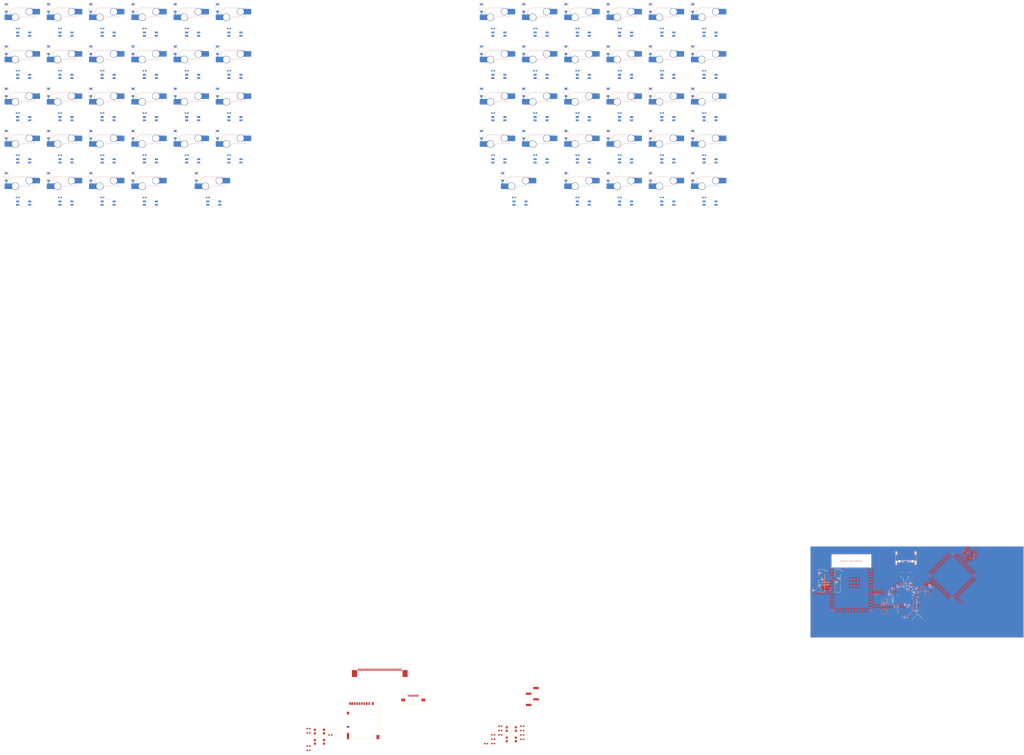
<source format=kicad_pcb>
(kicad_pcb (version 20221018) (generator pcbnew)
  (layers (0 "F.Cu" signal) (31 "B.Cu" signal) (34 "B.Paste" user) (35 "F.Paste" user) (36 "B.SilkS" user "B.Silkscreen") (37 "F.SilkS" user "F.Silkscreen") (38 "B.Mask" user) (39 "F.Mask" user) (44 "Edge.Cuts" user))
  (net 0 "")
  (net 1 "+5V")
  (net 2 "GND")
  (net 3 "ROW_0")
  (net 4 "ROW_1")
  (net 5 "Net-(D14-A)")
  (net 6 "Net-(D15-A)")
  (net 7 "Net-(D16-A)")
  (net 8 "Net-(D17-A)")
  (net 9 "Net-(D18-A)")
  (net 10 "ROW_2")
  (net 11 "Net-(D19-A)")
  (net 12 "Net-(D20-A)")
  (net 13 "Net-(D21-A)")
  (net 14 "ROW_3")
  (net 15 "ROW_4")
  (net 16 "Net-(LED1-DOUT)")
  (net 17 "RGB_DIN")
  (net 18 "Net-(LED2-DOUT)")
  (net 19 "Net-(LED3-DOUT)")
  (net 20 "Net-(LED4-DOUT)")
  (net 21 "Net-(LED5-DOUT)")
  (net 22 "Net-(LED6-DOUT)")
  (net 23 "Net-(LED7-DOUT)")
  (net 24 "Net-(LED8-DOUT)")
  (net 25 "Net-(LED10-DIN)")
  (net 26 "Net-(LED10-DOUT)")
  (net 27 "Net-(LED11-DOUT)")
  (net 28 "Net-(LED12-DOUT)")
  (net 29 "Net-(LED13-DOUT)")
  (net 30 "Net-(LED14-DOUT)")
  (net 31 "Net-(LED15-DOUT)")
  (net 32 "Net-(LED16-DOUT)")
  (net 33 "Net-(LED17-DOUT)")
  (net 34 "Net-(LED18-DOUT)")
  (net 35 "Net-(LED19-DOUT)")
  (net 36 "Net-(LED20-DOUT)")
  (net 37 "Net-(LED21-DOUT)")
  (net 38 "Net-(LED22-DOUT)")
  (net 39 "Net-(LED23-DOUT)")
  (net 40 "Net-(LED24-DOUT)")
  (net 41 "Net-(LED25-DOUT)")
  (net 42 "Net-(LED26-DOUT)")
  (net 43 "Net-(LED27-DOUT)")
  (net 44 "Net-(LED28-DOUT)")
  (net 45 "Net-(LED29-DOUT)")
  (net 46 "Net-(LED30-DOUT)")
  (net 47 "Net-(LED31-DOUT)")
  (net 48 "Net-(LED32-DOUT)")
  (net 49 "Net-(LED33-DOUT)")
  (net 50 "Net-(LED34-DOUT)")
  (net 51 "Net-(LED35-DOUT)")
  (net 52 "Net-(LED36-DOUT)")
  (net 53 "Net-(LED37-DOUT)")
  (net 54 "Net-(LED38-DOUT)")
  (net 55 "Net-(LED39-DOUT)")
  (net 56 "Net-(LED40-DOUT)")
  (net 57 "Net-(LED41-DOUT)")
  (net 58 "Net-(LED42-DOUT)")
  (net 59 "Net-(LED43-DOUT)")
  (net 60 "Net-(LED44-DOUT)")
  (net 61 "Net-(LED45-DOUT)")
  (net 62 "Net-(LED46-DOUT)")
  (net 63 "Net-(LED47-DOUT)")
  (net 64 "Net-(LED48-DOUT)")
  (net 65 "Net-(LED49-DOUT)")
  (net 66 "Net-(LED50-DOUT)")
  (net 67 "Net-(LED51-DOUT)")
  (net 68 "Net-(LED52-DOUT)")
  (net 69 "Net-(LED53-DOUT)")
  (net 70 "Net-(LED54-DOUT)")
  (net 71 "Net-(LED55-DOUT)")
  (net 72 "Net-(LED56-DOUT)")
  (net 73 "Net-(LED57-DOUT)")
  (net 74 "COL_0")
  (net 75 "COL_1")
  (net 76 "COL_2")
  (net 77 "COL_3")
  (net 78 "COL_4")
  (net 79 "COL_5")
  (net 80 "COL_6")
  (net 81 "COL_7")
  (net 82 "COL_8")
  (net 83 "COL_9")
  (net 84 "COL_10")
  (net 85 "COL_11")
  (net 87 "HUB 1V8")
  (net 88 "Net-(U1-XOUT)")
  (net 89 "Net-(U1-XIN)")
  (net 90 "HUB 3V3")
  (net 91 "ESP D-")
  (net 92 "ESP D+")
  (net 93 "STM D-")
  (net 94 "STM D+")
  (net 95 "Net-(U1-REXT)")
  (net 96 "HUB D-")
  (net 97 "HUB D+")
  (net 98 "Net-(U1-XRSTJ)")
  (net 99 "Net-(U1-DIS_REG)")
  (net 101 "+3V3")
  (net 102 "ESP EN")
  (net 103 "Net-(U3-GPIO15{slash}U0RTS{slash}ADC2_CH4{slash}XTAL_32K_P)")
  (net 104 "Net-(U3-GPIO16{slash}U0CTS{slash}ADC2_CH5{slash}XTAL_32K_N)")
  (net 105 "Net-(U3-GPIO0{slash}BOOT)")
  (net 106 "Net-(J1-Pin_1)")
  (net 107 "Net-(J1-Pin_2)")
  (net 108 "Net-(J1-Pin_3)")
  (net 109 "Net-(J1-Pin_4)")
  (net 110 "Net-(J3-Pin_2)")
  (net 111 "Net-(J3-Pin_3)")
  (net 112 "Earth")
  (net 113 "USB D-")
  (net 114 "USB D+")
  (net 118 "LCD_B0")
  (net 119 "LCD_G0")
  (net 120 "LCD_G1")
  (net 121 "STM 3V3")
  (net 123 "Net-(U2-PC14)")
  (net 124 "Net-(U2-PC15)")
  (net 125 "Net-(U2-PH0)")
  (net 126 "Net-(U2-PH1)")
  (net 127 "STM Rst")
  (net 128 "LCD_R5")
  (net 129 "LCD_R2")
  (net 130 "LCD_R1")
  (net 134 "LCD_B5")
  (net 135 "LCD_VSYNC")
  (net 136 "LCD_R4")
  (net 138 "LCD_G2")
  (net 139 "LCD_R3")
  (net 140 "LCD_R6")
  (net 141 "LCD_G3")
  (net 142 "LCD_B4")
  (net 143 "LCD_DE")
  (net 144 "LCD_CLK")
  (net 148 "LCD_R7")
  (net 149 "LCD_G4")
  (net 155 "LCD_G5")
  (net 156 "Net-(C81-Pad2)")
  (net 157 "SD D0")
  (net 158 "SD D1")
  (net 159 "LCD_B3")
  (net 160 "LCD_HSYNC")
  (net 161 "LCD_G6")
  (net 162 "LCD_B2")
  (net 163 "LCD_B1")
  (net 166 "Net-(U2-PA13)")
  (net 167 "Net-(C80-Pad1)")
  (net 170 "Net-(U2-PA14)")
  (net 176 "LCD_G7")
  (net 177 "SD CK")
  (net 179 "SD CMD")
  (net 182 "SD D2")
  (net 183 "SD D3")
  (net 184 "STM Boot")
  (net 185 "LCD_B6")
  (net 186 "LCD_B7")
  (net 234 "SWDIO")
  (net 235 "SWCLK")
  (net 236 "Net-(D59-A)")
  (net 237 "Net-(J2-CC1)")
  (net 238 "Net-(J2-CC2)")
  (net 239 "Net-(J2-VBUS-PadA4)")
  (net 242 "Net-(F1-Pad1)")
  (net 243 "SD Det")
  (net 254 "Net-(D1-A)")
  (net 255 "Net-(D2-A)")
  (net 256 "Net-(D3-A)")
  (net 257 "Net-(D4-A)")
  (net 258 "Net-(D5-A)")
  (net 259 "Net-(D6-A)")
  (net 260 "Net-(D7-A)")
  (net 261 "Net-(D8-A)")
  (net 262 "Net-(D9-A)")
  (net 263 "Net-(D10-A)")
  (net 264 "Net-(D11-A)")
  (net 265 "Net-(D12-A)")
  (net 266 "Net-(D13-A)")
  (net 267 "Net-(D22-A)")
  (net 268 "Net-(D23-A)")
  (net 269 "Net-(D24-A)")
  (net 270 "Net-(D25-A)")
  (net 271 "Net-(D26-A)")
  (net 272 "Net-(D27-A)")
  (net 273 "Net-(D28-A)")
  (net 274 "Net-(D29-A)")
  (net 275 "Net-(D30-A)")
  (net 276 "Net-(D31-A)")
  (net 277 "Net-(D32-A)")
  (net 278 "Net-(D33-A)")
  (net 279 "Net-(D34-A)")
  (net 280 "Net-(D35-A)")
  (net 281 "Net-(D36-A)")
  (net 282 "Net-(D37-A)")
  (net 283 "Net-(D38-A)")
  (net 284 "Net-(D39-A)")
  (net 285 "Net-(D40-A)")
  (net 286 "Net-(D41-A)")
  (net 287 "Net-(D42-A)")
  (net 288 "Net-(D43-A)")
  (net 289 "Net-(D44-A)")
  (net 290 "Net-(D45-A)")
  (net 291 "Net-(D46-A)")
  (net 292 "Net-(D47-A)")
  (net 293 "Net-(D48-A)")
  (net 294 "Net-(D49-A)")
  (net 295 "Net-(D50-A)")
  (net 296 "Net-(D51-A)")
  (net 297 "Net-(D52-A)")
  (net 298 "Net-(D53-A)")
  (net 299 "Net-(D54-A)")
  (net 300 "Net-(D55-A)")
  (net 301 "Net-(D56-A)")
  (net 302 "Net-(D57-A)")
  (net 303 "Net-(D58-A)")
  (net 306 "Net-(U1-DRV)")
  (footprint "Button_Switch_SMD:SW_Push_1P1T_NO_CK_KMR2" (layer "F.Cu") (at 458.8022 381.2192)
    (fp_text reference "SW4" hide)
    (fp_text value "STM Rst")
  )
  (footprint "Connector_Card:microSD_HC_Hirose_DM3AT-SF-PEJM5" (layer "F.Cu") (at 391.9722 372.7992)
    (fp_text reference "J4" hide)
    (fp_text value "SD Card")
  )
  (footprint "Capacitor_SMD:C_0402_1005Metric_Pad0.74x0.62mm_HandSolder" (layer "F.Cu") (at 447.4522 383.1092)
    (fp_text reference "C84" hide)
    (fp_text value "100n")
  )
  (footprint "Capacitor_SMD:C_0402_1005Metric_Pad0.74x0.62mm_HandSolder" (layer "F.Cu") (at 450.6622 379.1692)
    (fp_text reference "C87" hide)
    (fp_text value "100n")
  )
  (footprint "Capacitor_SMD:C_0402_1005Metric_Pad0.74x0.62mm_HandSolder" (layer "F.Cu") (at 367.3322 384.2292)
    (fp_text reference "C78" hide)
    (fp_text value "C")
  )
  (footprint "Capacitor_SMD:C_0402_1005Metric_Pad0.74x0.62mm_HandSolder" (layer "F.Cu") (at 642.383194 314.9315)
    (fp_text reference "C72" hide)
    (fp_text value "10u")
  )
  (footprint "LED_SMD:LED_0402_1005Metric_Pad0.77x0.64mm_HandSolder" (layer "F.Cu") (at 626.767394 320.0017)
    (fp_text reference "D59" hide)
    (fp_text value "HUB LED")
  )
  (footprint "Package_TO_SOT_SMD:SOT-666" (layer "F.Cu") (at 636.5508 308.943 90)
    (fp_text reference "U6" hide)
    (fp_text value "USBLC6-2P6")
  )
  (footprint "Capacitor_SMD:C_0402_1005Metric_Pad0.74x0.62mm_HandSolder" (layer "F.Cu") (at 450.6622 383.1092)
    (fp_text reference "C89" hide)
    (fp_text value "100n")
  )
  (footprint "Capacitor_SMD:C_0402_1005Metric_Pad0.74x0.62mm_HandSolder" (layer "F.Cu") (at 453.8722 379.1692)
    (fp_text reference "C92" hide)
    (fp_text value "100n")
  )
  (footprint "Resistor_SMD:R_0402_1005Metric_Pad0.72x0.64mm_HandSolder" (layer "F.Cu") (at 463.7522 381.2092)
    (fp_text reference "R18" hide)
    (fp_text value "10K")
  )
  (footprint "Capacitor_SMD:C_0402_1005Metric_Pad0.74x0.62mm_HandSolder" (layer "F.Cu") (at 643.313594 319.3765)
    (fp_text reference "C71" hide)
    (fp_text value "100n")
  )
  (footprint "Resistor_SMD:R_0402_1005Metric_Pad0.72x0.64mm_HandSolder" (layer "F.Cu") (at 377.2122 379.2092)
    (fp_text reference "R9" hide)
    (fp_text value "R")
  )
  (footprint "Capacitor_SMD:C_0402_1005Metric_Pad0.74x0.62mm_HandSolder" (layer "F.Cu") (at 629.267394 316.7017)
    (fp_text reference "C61" hide)
    (fp_text value "10u")
  )
  (footprint "Resistor_SMD:R_0402_1005Metric_Pad0.72x0.64mm_HandSolder" (layer "F.Cu") (at 635.0508 305.943 -90)
    (fp_text reference "R12" hide)
    (fp_text value "5K1")
  )
  (footprint "Package_QFP:LQFP-48_7x7mm_P0.5mm" (layer "F.Cu") (at 636.52 319.5797 90)
    (fp_text reference "U1" hide)
    (fp_text value "FE1.1")
  )
  (footprint "Capacitor_SMD:C_0402_1005Metric_Pad0.74x0.62mm_HandSolder" (layer "F.Cu") (at 453.8722 377.1992)
    (fp_text reference "C91" hide)
    (fp_text value "100n")
  )
  (footprint "Capacitor_SMD:C_0402_1005Metric_Pad0.74x0.62mm_HandSolder" (layer "F.Cu") (at 637.230394 326.1075 -90)
    (fp_text reference "C73" hide)
    (fp_text value "100n")
  )
  (footprint "Inductor_SMD:L_0402_1005Metric_Pad0.77x0.64mm_HandSolder" (layer "F.Cu") (at 633.9508 305.943 -90)
    (fp_text reference "L1" hide)
    (fp_text value "L_Ferrite")
  )
  (footprint "Capacitor_SMD:C_0402_1005Metric_Pad0.74x0.62mm_HandSolder" (layer "F.Cu") (at 640.2508 308.442999 -90)
    (fp_text reference "C65" hide)
    (fp_text value "100n")
  )
  (footprint "Capacitor_SMD:C_0402_1005Metric_Pad0.74x0.62mm_HandSolder" (layer "F.Cu") (at 453.8722 375.2292)
    (fp_text reference "C90" hide)
    (fp_text value "100n")
  )
  (footprint "Capacitor_SMD:C_0402_1005Metric_Pad0.74x0.62mm_HandSolder" (layer "F.Cu") (at 629.267394 317.8017 180)
    (fp_text reference "C63" hide)
    (fp_text value "10u")
  )
  (footprint "Capacitor_SMD:C_0402_1005Metric_Pad0.74x0.62mm_HandSolder" (layer "F.Cu") (at 635.287194 312.2471 90)
    (fp_text reference "C70" hide)
    (fp_text value "100n")
  )
  (footprint "PCM_marbastlib-various:USB_C_Receptacle_HRO_TYPE-C-31-M-12" (layer "F.Cu") (at 636.8034 298.323 180)
    (fp_text reference "J2" hide)
    (fp_text value "USB Connector")
  )
  (footprint "Connector_PinHeader_2.54mm:PinHeader_1x04_P2.54mm_Vertical_SMD_Pin1Right" (layer "F.Cu") (at 605.9424 309.6768)
    (fp_text reference "J3" hide)
    (fp_text value "ESP UART")
  )
  (footprint "Crystal:Crystal_SMD_3225-4Pin_3.2x2.5mm" (layer "F.Cu") (at 641.926272 327.241568 -135)
    (fp_text reference "Y1" hide)
    (fp_text value "12 MHz")
  )
  (footprint "Capacitor_SMD:C_0402_1005Metric_Pad0.74x0.62mm_HandSolder" (layer "F.Cu") (at 643.313594 322.9765)
    (fp_text reference "C68" hide)
    (fp_text value "100n")
  )
  (footprint "Capacitor_SMD:C_0402_1005Metric_Pad0.74x0.62mm_HandSolder" (layer "F.Cu") (at 635.230394 326.1075 -90)
    (fp_text reference "C74" hide)
    (fp_text value "100n")
  )
  (footprint "Button_Switch_SMD:SW_Push_1P1T_NO_CK_KMR2" (layer "F.Cu") (at 372.2622 382.3392)
    (fp_text reference "SW2" hide)
    (fp_text value "ESP Rst")
  )
  (footprint "Capacitor_SMD:C_0402_1005Metric_Pad0.74x0.62mm_HandSolder" (layer "F.Cu") (at 629.267394 318.9017 180)
    (fp_text reference "C64" hide)
    (fp_text value "100n")
  )
  (footprint "Resistor_SMD:R_0402_1005Metric_Pad0.72x0.64mm_HandSolder" (layer "F.Cu") (at 629.267394 320.0017 180)
    (fp_text reference "R1" hide)
    (fp_text value "R")
  )
  (footprint "Capacitor_SMD:C_0402_1005Metric_Pad0.74x0.62mm_HandSolder" (layer "F.Cu") (at 367.3322 386.1992)
    (fp_text reference "C79" hide)
    (fp_text value "0.1u")
  )
  (footprint "Resistor_SMD:R_0402_1005Metric_Pad0.72x0.64mm_HandSolder" (layer "F.Cu") (at 638.0508 305.943 -90)
    (fp_text reference "R11" hide)
    (fp_text value "5K1")
  )
  (footprint "Button_Switch_SMD:SW_Push_1P1T_NO_CK_KMR2" (layer "F.Cu") (at 458.8022 376.5692)
    (fp_text reference "SW3" hide)
    (fp_text value "STM Boot")
  )
  (footprint "Resistor_SMD:R_0402_1005Metric_Pad0.72x0.64mm_HandSolder" (layer "F.Cu") (at 463.7522 377.2292)
    (fp_text reference "R16" hide)
    (fp_text value "22R")
  )
  (footprint "Resistor_SMD:R_0402_1005Metric_Pad0.72x0.64mm_HandSolder" (layer "F.Cu") (at 463.7522 375.2392)
    (fp_text reference "R15" hide)
    (fp_text value "10K")
  )
  (footprint "Connector_PinHeader_2.54mm:PinHeader_1x04_P2.54mm_Vertical_SMD_Pin1Right" (layer "F.Cu") (at 598.801 309.6768)
    (fp_text reference "J1" hide)
    (fp_text value "ESP JTAG")
  )
  (footprint "Fuse:Fuse_0402_1005Metric_Pad0.77x0.64mm_HandSolder" (layer "F.Cu") (at 639.1508 308.442999 -90)
    (fp_text reference "F1" hide)
    (fp_text value "750 mA")
  )
  (footprint "Capacitor_SMD:C_0402_1005Metric_Pad0.74x0.62mm_HandSolder" (layer "F.Cu") (at 367.3322 378.3192)
    (fp_text reference "C60" hide)
    (fp_text value "0.1u")
  )
  (footprint "Connector_PinHeader_2.54mm:PinHeader_1x04_P2.54mm_Vertical_SMD_Pin1Right" (layer "F.Cu") (at 468.3122 361.8792)
    (fp_text reference "J7" hide)
    (fp_text value "STM Debug")
  )
  (footprint "Resistor_SMD:R_0402_1005Metric_Pad0.72x0.64mm_HandSolder" (layer "F.Cu") (at 638.787194 312.2471 -90)
    (fp_text reference "R6" hide)
    (fp_text value "2K7")
  )
  (footprint "Capacitor_SMD:C_0402_1005Metric_Pad0.74x0.62mm_HandSolder" (layer "F.Cu") (at 367.3322 376.3492)
    (fp_text reference "C59" hide)
    (fp_text value "22u")
  )
  (footprint "Button_Switch_SMD:SW_Push_1P1T_NO_CK_KMR2" (layer "F.Cu") (at 372.2622 377.6892)
    (fp_text reference "SW1" hide)
    (fp_text value "ESP Boot")
  )
  (footprint "Connector_FFC-FPC:TE_4-1734839-0_1x40-1MP_P0.5mm_Horizontal" (layer "F.Cu") (at 399.4924 351.1588)
    (fp_text reference "J5" hide)
    (fp_text value "LTDC Screen")
  )
  (footprint "Connector_FFC-FPC:Molex_54548-1071_1x10-1MP_P0.5mm_Horizontal" (layer "F.Cu") (at 414.5788 362.5522)
    (fp_text reference "J6" hide)
    (fp_text value "LS0XX")
  )
  (footprint "Inductor_SMD:L_0402_1005Metric_Pad0.77x0.64mm_HandSolder" (layer "F.Cu") (at 639.1508 305.943 -90)
    (fp_text reference "L2" hide)
    (fp_text value "L_Ferrite")
  )
  (footprint "Resistor_SMD:R_0402_1005Metric_Pad0.72x0.64mm_HandSolder" (layer "F.Cu") (at 629.267394 314.6017)
    (fp_text reference "R13" hide)
    (fp_text value "10K")
  )
  (footprint "Resistor_SMD:R_0402_1005Metric_Pad0.72x0.64mm_HandSolder" (layer "F.Cu") (at 634.187194 312.2471 -90)
    (fp_text reference "R7" hide)
    (fp_text value "10K")
  )
  (footprint "Capacitor_SMD:C_0402_1005Metric_Pad0.74x0.62mm_HandSolder" (layer "F.Cu") (at 639.9276 329.2856 -45)
    (fp_text reference "C66" hide)
    (fp_text value "12p")
  )
  (footprint "Capacitor_SMD:C_0402_1005Metric_Pad0.74x0.62mm_HandSolder" (layer "F.Cu") (at 644.0424 325.3232 -45)
    (fp_text reference "C67" hide)
    (fp_text value "12p")
  )
  (footprint "Resistor_SMD:R_0402_1005Metric_Pad0.72x0.64mm_HandSolder" (layer "F.Cu") (at 463.7522 379.2192)
    (fp_text reference "R17" hide)
    (fp_text value "22R")
  )
  (footprint "Capacitor_SMD:C_0402_1005Metric_Pad0.74x0.62mm_HandSolder" (layer "F.Cu") (at 639.887194 312.2471 90)
    (fp_text reference "C69" hide)
    (fp_text value "100n")
  )
  (footprint "Capacitor_SMD:C_0402_1005Metric_Pad0.74x0.62mm_HandSolder" (layer "F.Cu") (at 450.6622 381.1392)
    (fp_text reference "C88" hide)
    (fp_text value "100n")
  )
  (footprint "Capacitor_SMD:C_0402_1005Metric_Pad0.74x0.62mm_HandSolder" (layer "F.Cu") (at 637.687194 311.9628 90)
    (fp_text reference "C75" hide)
    (fp_text value "100n")
  )
  (footprint "PCM_marbastlib-mx:SW_MX_HS_1u" (layer "B.Cu") (at 529.4124 115.2398 180)
    (fp_text reference "MX47" hide)
    (fp_text value "MX_SW_HS")
  )
  (footprint "PCM_marbastlib-mx:SW_MX_HS_1u" (layer "B.Cu") (at 315.1124 115.2398 180)
    (fp_text reference "MX41" hide)
    (fp_text value "MX_SW_HS")
  )
  (footprint "Diode_SMD:D_SOD-123" (layer "B.Cu") (at 483.4718 108.5088 -90)
    (fp_text reference "D45" hide)
    (fp_text value "1N4148W")
  )
  (footprint "Capacitor_SMD:C_0402_1005Metric_Pad0.74x0.62mm_HandSolder" (layer "B.Cu") (at 668.3248 298.3484 90)
    (fp_text reference "C83" hide)
    (fp_text value "8p")
  )
  (footprint "PCM_marbastlib-mx:LED_MX_6028R" (layer "B.Cu") (at 315.1124 101.2698 180)
    (fp_text reference "LED29" hide)
    (fp_text value "MX_SK6812MINI-E")
    (fp_line (start -1.699999 0.702843) (end -1.699999 -0.702841) (stroke (width 0.1)) (layer "Edge.Cuts"))
    (fp_line (start -0.794452 -1.499999) (end 0.794452 -1.499999) (stroke (width 0.1)) (layer "Edge.Cuts"))
    (fp_line (start 0.794452 1.5) (end -0.794453 1.5) (stroke (width 0.1)) (layer "Edge.Cuts"))
    (fp_line (start 1.699999 -0.702841) (end 1.699999 0.702843) (stroke (width 0.1)) (layer "Edge.Cuts"))
    (fp_arc (start -1.749484 -0.919719) (mid -1.712527 -0.814067) (end -1.699999 -0.702841) (stroke (width 0.1)) (layer "Edge.Cuts"))
    (fp_arc (start -1.749484 -0.919718) (mid -1.638072 -1.504034) (end -1.046711 -1.568298) (stroke (width 0.1)) (layer "Edge.Cuts"))
    (fp_arc (start -1.699999 0.702844) (mid -1.712527 0.814069) (end -1.749484 0.919721) (stroke (width 0.1)) (layer "Edge.Cuts"))
    (fp_arc (start -1.046711 1.568299) (mid -1.63807 1.504035) (end -1.749484 0.919721) (stroke (width 0.1)) (layer "Edge.Cuts"))
    (fp_arc (start -1.046711 1.568299) (mid -0.925123 1.517377) (end -0.794453 1.5) (stroke (width 0.1)) (layer "Edge.Cuts"))
    (fp_arc (start -0.794452 -1.499999) (mid -0.925123 -1.517376) (end -1.046711 -1.568298) (stroke (width 0.1)) (layer "Edge.Cuts"))
    (fp_arc (start 0.794453 1.500001) (mid 0.925123 1.517378) (end 1.046711 1.5683) (stroke (width 0.1)) (layer "Edge.Cuts"))
    (fp_arc (start 1.04671 -1.568298) (mid 0.925122 -1.517376) (end 0.794452 -1.499999) (stroke (width 0.1)) (layer "Edge.Cuts"))
    (fp_arc (start 1.046711 -1.568296) (mid 1.63807 -1.504033) (end 1.749484 -0.919719) (stroke (width 0.1)) (layer "Edge.Cuts"))
    (fp_arc (start 1.699999 -0.702842) (mid 1.712536 -0.814064) (end 1.749484 -0.919719) (stroke (width 0.1)) (layer "Edge.Cuts"))
    (fp_arc (start 1.749484 0.919721) (mid 1.638072 1.504036) (end 1.046711 1.5683) (stroke (width 0.1)) (layer "Edge.Cuts"))
    (fp_arc (start 1.749484 0.919721) (mid 1.712526 0.814069) (end 1.699999 0.702843) (stroke (width 0.1)) (layer "Edge.Cuts"))
  )
  (footprint "Capacitor_SMD:C_0402_1005Metric_Pad0.74x0.62mm_HandSolder" (layer "B.Cu") (at 274.3534 79.6544 180)
    (fp_text reference "C15" hide)
    (fp_text value "100n")
  )
  (footprint "PCM_marbastlib-mx:LED_MX_6028R" (layer "B.Cu") (at 491.3124 101.2698 180)
    (fp_text reference "LED33" hide)
    (fp_text value "MX_SK6812MINI-E")
    (fp_line (start -1.699999 0.702843) (end -1.699999 -0.702841) (stroke (width 0.1)) (layer "Edge.Cuts"))
    (fp_line (start -0.794452 -1.499999) (end 0.794452 -1.499999) (stroke (width 0.1)) (layer "Edge.Cuts"))
    (fp_line (start 0.794452 1.5) (end -0.794453 1.5) (stroke (width 0.1)) (layer "Edge.Cuts"))
    (fp_line (start 1.699999 -0.702841) (end 1.699999 0.702843) (stroke (width 0.1)) (layer "Edge.Cuts"))
    (fp_arc (start -1.749484 -0.919719) (mid -1.712527 -0.814067) (end -1.699999 -0.702841) (stroke (width 0.1)) (layer "Edge.Cuts"))
    (fp_arc (start -1.749484 -0.919718) (mid -1.638072 -1.504034) (end -1.046711 -1.568298) (stroke (width 0.1)) (layer "Edge.Cuts"))
    (fp_arc (start -1.699999 0.702844) (mid -1.712527 0.814069) (end -1.749484 0.919721) (stroke (width 0.1)) (layer "Edge.Cuts"))
    (fp_arc (start -1.046711 1.568299) (mid -1.63807 1.504035) (end -1.749484 0.919721) (stroke (width 0.1)) (layer "Edge.Cuts"))
    (fp_arc (start -1.046711 1.568299) (mid -0.925123 1.517377) (end -0.794453 1.5) (stroke (width 0.1)) (layer "Edge.Cuts"))
    (fp_arc (start -0.794452 -1.499999) (mid -0.925123 -1.517376) (end -1.046711 -1.568298) (stroke (width 0.1)) (layer "Edge.Cuts"))
    (fp_arc (start 0.794453 1.500001) (mid 0.925123 1.517378) (end 1.046711 1.5683) (stroke (width 0.1)) (layer "Edge.Cuts"))
    (fp_arc (start 1.04671 -1.568298) (mid 0.925122 -1.517376) (end 0.794452 -1.499999) (stroke (width 0.1)) (layer "Edge.Cuts"))
    (fp_arc (start 1.046711 -1.568296) (mid 1.63807 -1.504033) (end 1.749484 -0.919719) (stroke (width 0.1)) (layer "Edge.Cuts"))
    (fp_arc (start 1.699999 -0.702842) (mid 1.712536 -0.814064) (end 1.749484 -0.919719) (stroke (width 0.1)) (layer "Edge.Cuts"))
    (fp_arc (start 1.749484 0.919721) (mid 1.638072 1.504036) (end 1.046711 1.5683) (stroke (width 0.1)) (layer "Edge.Cuts"))
    (fp_arc (start 1.749484 0.919721) (mid 1.712526 0.814069) (end 1.699999 0.702843) (stroke (width 0.1)) (layer "Edge.Cuts"))
  )
  (footprint "Capacitor_SMD:C_0402_1005Metric_Pad0.74x0.62mm_HandSolder" (layer "B.Cu") (at 646.176 310.7436 180)
    (fp_text reference "C80" hide)
    (fp_text value "2.2u")
  )
  (footprint "PCM_marbastlib-mx:SW_MX_HS_1u" (layer "B.Cu") (at 315.1124 96.1898 180)
    (fp_text reference "MX29" hide)
    (fp_text value "MX_SW_HS")
  )
  (footprint "PCM_marbastlib-mx:LED_MX_6028R" (layer "B.Cu") (at 529.4124 120.3198 180)
    (fp_text reference "LED47" hide)
    (fp_text value "MX_SK6812MINI-E")
    (fp_line (start -1.699999 0.702843) (end -1.699999 -0.702841) (stroke (width 0.1)) (layer "Edge.Cuts"))
    (fp_line (start -0.794452 -1.499999) (end 0.794452 -1.499999) (stroke (width 0.1)) (layer "Edge.Cuts"))
    (fp_line (start 0.794452 1.5) (end -0.794453 1.5) (stroke (width 0.1)) (layer "Edge.Cuts"))
    (fp_line (start 1.699999 -0.702841) (end 1.699999 0.702843) (stroke (width 0.1)) (layer "Edge.Cuts"))
    (fp_arc (start -1.749484 -0.919719) (mid -1.712527 -0.814067) (end -1.699999 -0.702841) (stroke (width 0.1)) (layer "Edge.Cuts"))
    (fp_arc (start -1.749484 -0.919718) (mid -1.638072 -1.504034) (end -1.046711 -1.568298) (stroke (width 0.1)) (layer "Edge.Cuts"))
    (fp_arc (start -1.699999 0.702844) (mid -1.712527 0.814069) (end -1.749484 0.919721) (stroke (width 0.1)) (layer "Edge.Cuts"))
    (fp_arc (start -1.046711 1.568299) (mid -1.63807 1.504035) (end -1.749484 0.919721) (stroke (width 0.1)) (layer "Edge.Cuts"))
    (fp_arc (start -1.046711 1.568299) (mid -0.925123 1.517377) (end -0.794453 1.5) (stroke (width 0.1)) (layer "Edge.Cuts"))
    (fp_arc (start -0.794452 -1.499999) (mid -0.925123 -1.517376) (end -1.046711 -1.568298) (stroke (width 0.1)) (layer "Edge.Cuts"))
    (fp_arc (start 0.794453 1.500001) (mid 0.925123 1.517378) (end 1.046711 1.5683) (stroke (width 0.1)) (layer "Edge.Cuts"))
    (fp_arc (start 1.04671 -1.568298) (mid 0.925122 -1.517376) (end 0.794452 -1.499999) (stroke (width 0.1)) (layer "Edge.Cuts"))
    (fp_arc (start 1.046711 -1.568296) (mid 1.63807 -1.504033) (end 1.749484 -0.919719) (stroke (width 0.1)) (layer "Edge.Cuts"))
    (fp_arc (start 1.699999 -0.702842) (mid 1.712536 -0.814064) (end 1.749484 -0.919719) (stroke (width 0.1)) (layer "Edge.Cuts"))
    (fp_arc (start 1.749484 0.919721) (mid 1.638072 1.504036) (end 1.046711 1.5683) (stroke (width 0.1)) (layer "Edge.Cuts"))
    (fp_arc (start 1.749484 0.919721) (mid 1.712526 0.814069) (end 1.699999 0.702843) (stroke (width 0.1)) (layer "Edge.Cuts"))
  )
  (footprint "PCM_marbastlib-mx:LED_MX_6028R" (layer "B.Cu") (at 257.9624 101.2698 180)
    (fp_text reference "LED26" hide)
    (fp_text value "MX_SK6812MINI-E")
    (fp_line (start -1.699999 0.702843) (end -1.699999 -0.702841) (stroke (width 0.1)) (layer "Edge.Cuts"))
    (fp_line (start -0.794452 -1.499999) (end 0.794452 -1.499999) (stroke (width 0.1)) (layer "Edge.Cuts"))
    (fp_line (start 0.794452 1.5) (end -0.794453 1.5) (stroke (width 0.1)) (layer "Edge.Cuts"))
    (fp_line (start 1.699999 -0.702841) (end 1.699999 0.702843) (stroke (width 0.1)) (layer "Edge.Cuts"))
    (fp_arc (start -1.749484 -0.919719) (mid -1.712527 -0.814067) (end -1.699999 -0.702841) (stroke (width 0.1)) (layer "Edge.Cuts"))
    (fp_arc (start -1.749484 -0.919718) (mid -1.638072 -1.504034) (end -1.046711 -1.568298) (stroke (width 0.1)) (layer "Edge.Cuts"))
    (fp_arc (start -1.699999 0.702844) (mid -1.712527 0.814069) (end -1.749484 0.919721) (stroke (width 0.1)) (layer "Edge.Cuts"))
    (fp_arc (start -1.046711 1.568299) (mid -1.63807 1.504035) (end -1.749484 0.919721) (stroke (width 0.1)) (layer "Edge.Cuts"))
    (fp_arc (start -1.046711 1.568299) (mid -0.925123 1.517377) (end -0.794453 1.5) (stroke (width 0.1)) (layer "Edge.Cuts"))
    (fp_arc (start -0.794452 -1.499999) (mid -0.925123 -1.517376) (end -1.046711 -1.568298) (stroke (width 0.1)) (layer "Edge.Cuts"))
    (fp_arc (start 0.794453 1.500001) (mid 0.925123 1.517378) (end 1.046711 1.5683) (stroke (width 0.1)) (layer "Edge.Cuts"))
    (fp_arc (start 1.04671 -1.568298) (mid 0.925122 -1.517376) (end 0.794452 -1.499999) (stroke (width 0.1)) (layer "Edge.Cuts"))
    (fp_arc (start 1.046711 -1.568296) (mid 1.63807 -1.504033) (end 1.749484 -0.919719) (stroke (width 0.1)) (layer "Edge.Cuts"))
    (fp_arc (start 1.699999 -0.702842) (mid 1.712536 -0.814064) (end 1.749484 -0.919719) (stroke (width 0.1)) (layer "Edge.Cuts"))
    (fp_arc (start 1.749484 0.919721) (mid 1.638072 1.504036) (end 1.046711 1.5683) (stroke (width 0.1)) (layer "Edge.Cuts"))
    (fp_arc (start 1.749484 0.919721) (mid 1.712526 0.814069) (end 1.699999 0.702843) (stroke (width 0.1)) (layer "Edge.Cuts"))
  )
  (footprint "PCM_marbastlib-mx:LED_MX_6028R" (layer "B.Cu") (at 257.9624 82.2198 180)
    (fp_text reference "LED14" hide)
    (fp_text value "MX_SK6812MINI-E")
    (fp_line (start -1.699999 0.702843) (end -1.699999 -0.702841) (stroke (width 0.1)) (layer "Edge.Cuts"))
    (fp_line (start -0.794452 -1.499999) (end 0.794452 -1.499999) (stroke (width 0.1)) (layer "Edge.Cuts"))
    (fp_line (start 0.794452 1.5) (end -0.794453 1.5) (stroke (width 0.1)) (layer "Edge.Cuts"))
    (fp_line (start 1.699999 -0.702841) (end 1.699999 0.702843) (stroke (width 0.1)) (layer "Edge.Cuts"))
    (fp_arc (start -1.749484 -0.919719) (mid -1.712527 -0.814067) (end -1.699999 -0.702841) (stroke (width 0.1)) (layer "Edge.Cuts"))
    (fp_arc (start -1.749484 -0.919718) (mid -1.638072 -1.504034) (end -1.046711 -1.568298) (stroke (width 0.1)) (layer "Edge.Cuts"))
    (fp_arc (start -1.699999 0.702844) (mid -1.712527 0.814069) (end -1.749484 0.919721) (stroke (width 0.1)) (layer "Edge.Cuts"))
    (fp_arc (start -1.046711 1.568299) (mid -1.63807 1.504035) (end -1.749484 0.919721) (stroke (width 0.1)) (layer "Edge.Cuts"))
    (fp_arc (start -1.046711 1.568299) (mid -0.925123 1.517377) (end -0.794453 1.5) (stroke (width 0.1)) (layer "Edge.Cuts"))
    (fp_arc (start -0.794452 -1.499999) (mid -0.925123 -1.517376) (end -1.046711 -1.568298) (stroke (width 0.1)) (layer "Edge.Cuts"))
    (fp_arc (start 0.794453 1.500001) (mid 0.925123 1.517378) (end 1.046711 1.5683) (stroke (width 0.1)) (layer "Edge.Cuts"))
    (fp_arc (start 1.04671 -1.568298) (mid 0.925122 -1.517376) (end 0.794452 -1.499999) (stroke (width 0.1)) (layer "Edge.Cuts"))
    (fp_arc (start 1.046711 -1.568296) (mid 1.63807 -1.504033) (end 1.749484 -0.919719) (stroke (width 0.1)) (layer "Edge.Cuts"))
    (fp_arc (start 1.699999 -0.702842) (mid 1.712536 -0.814064) (end 1.749484 -0.919719) (stroke (width 0.1)) (layer "Edge.Cuts"))
    (fp_arc (start 1.749484 0.919721) (mid 1.638072 1.504036) (end 1.046711 1.5683) (stroke (width 0.1)) (layer "Edge.Cuts"))
    (fp_arc (start 1.749484 0.919721) (mid 1.712526 0.814069) (end 1.699999 0.702843) (stroke (width 0.1)) (layer "Edge.Cuts"))
  )
  (footprint "Diode_SMD:D_SOD-123" (layer "B.Cu") (at 540.6218 70.4088 -90)
    (fp_text reference "D24" hide)
    (fp_text value "1N4148W")
  )
  (footprint "Capacitor_SMD:C_0402_1005Metric_Pad0.74x0.62mm_HandSolder" (layer "B.Cu") (at 312.4534 79.6544 180)
    (fp_text reference "C17" hide)
    (fp_text value "100n")
  )
  (footprint "Capacitor_SMD:C_0402_1005Metric_Pad0.74x0.62mm_HandSolder" (layer "B.Cu") (at 488.6534 98.7044)
    (fp_text reference "C33" hide)
    (fp_text value "100n")
  )
  (footprint "Diode_SMD:D_SOD-123" (layer "B.Cu") (at 445.3718 70.4088 -90)
    (fp_text reference "D19" hide)
    (fp_text value "1N4148W")
  )
  (footprint "Diode_SMD:D_SOD-123" (layer "B.Cu") (at 269.1718 89.4588 -90)
    (fp_text reference "D27" hide)
    (fp_text value "1N4148W")
  )
  (footprint "Diode_SMD:D_SOD-123" (layer "B.Cu") (at 269.1718 70.4088 -90)
    (fp_text reference "D15" hide)
    (fp_text value "1N4148W")
  )
  (footprint "Diode_SMD:D_SOD-123" (layer "B.Cu") (at 316.7968 127.5588 -90)
    (fp_text reference "D53" hide)
    (fp_text value "1N4148W")
  )
  (footprint "Capacitor_SMD:C_0402_1005Metric_Pad0.74x0.62mm_HandSolder" (layer "B.Cu") (at 321.9784 136.8044)
    (fp_text reference "C53" hide)
    (fp_text value "100n")
  )
  (footprint "Package_QFP:LQFP-100_14x14mm_P0.5mm" (layer "B.Cu") (at 657.644151 307.547662 -135)
    (fp_text reference "U2" hide)
    (fp_text value "STM32H750VBTx")
  )
  (footprint "Diode_SMD:D_SOD-123" (layer "B.Cu") (at 540.6218 108.5088 -90)
    (fp_text reference "D48" hide)
    (fp_text value "1N4148W")
  )
  (footprint "Capacitor_SMD:C_0402_1005Metric_Pad0.74x0.62mm_HandSolder" (layer "B.Cu") (at 293.4034 60.6044)
    (fp_text reference "C4" hide)
    (fp_text value "100n")
  )
  (footprint "PCM_marbastlib-mx:SW_MX_HS_1u" (layer "B.Cu") (at 296.0624 77.1398 180)
    (fp_text reference "MX16" hide)
    (fp_text value "MX_SW_HS")
  )
  (footprint "Diode_SMD:D_SOD-123" (layer "B.Cu") (at 231.0718 127.5588 -90)
    (fp_text reference "D49" hide)
    (fp_text value "1N4148W")
  )
  (footprint "Diode_SMD:D_SOD-123" (layer "B.Cu") (at 250.1218 108.5088 -90)
    (fp_text reference "D38" hide)
    (fp_text value "1N4148W")
  )
  (footprint "Diode_SMD:D_SOD-123" (layer "B.Cu") (at 269.1718 127.5588 -90)
    (fp_text reference "D51" hide)
    (fp_text value "1N4148W")
  )
  (footprint "Diode_SMD:D_SOD-123" (layer "B.Cu") (at 326.3218 51.3588 -90)
    (fp_text reference "D6" hide)
    (fp_text value "1N4148W")
  )
  (footprint "PCM_marbastlib-mx:SW_MX_HS_1u" (layer "B.Cu") (at 510.3624 134.2898 180)
    (fp_text reference "MX56" hide)
    (fp_text value "MX_SW_HS")
  )
  (footprint "Capacitor_SMD:C_0402_1005Metric_Pad0.74x0.62mm_HandSolder" (layer "B.Cu") (at 507.7034 136.8044)
    (fp_text reference "C56" hide)
    (fp_text value "100n")
  )
  (footprint "Capacitor_SMD:C_0402_1005Metric_Pad0.74x0.62mm_HandSolder" (layer "B.Cu") (at 625.856 315.3156)
    (fp_text reference "C77" hide)
    (fp_text value "12p")
  )
  (footprint "Diode_SMD:D_SOD-123" (layer "B.Cu") (at 540.6218 89.4588 -90)
    (fp_text reference "D36" hide)
    (fp_text value "1N4148W")
  )
  (footprint "Capacitor_SMD:C_0402_1005Metric_Pad0.74x0.62mm_HandSolder" (layer "B.Cu") (at 255.3034 136.8044)
    (fp_text reference "C50" hide)
    (fp_text value "100n")
  )
  (footprint "TestPoint:TestPoint_Pad_D2.0mm" (layer "B.Cu") (at 644.398 313.3852 180)
    (fp_text reference "TP1" hide)
    (fp_text value "TestPoint")
  )
  (footprint "Capacitor_SMD:C_0402_1005Metric_Pad0.74x0.62mm_HandSolder" (layer "B.Cu") (at 507.7034 60.6044)
    (fp_text reference "C10" hide)
    (fp_text value "100n")
  )
  (footprint "PCM_marbastlib-mx:SW_MX_HS_1u" (layer "B.Cu") (at 296.0624 96.1898 180)
    (fp_text reference "MX28" hide)
    (fp_text value "MX_SW_HS")
  )
  (footprint "Capacitor_SMD:C_0402_1005Metric_Pad0.74x0.62mm_HandSolder" (layer "B.Cu") (at 274.3534 60.6044)
    (fp_text reference "C3" hide)
    (fp_text value "100n")
  )
  (footprint "Capacitor_SMD:C_0402_1005Metric_Pad0.74x0.62mm_HandSolder" (layer "B.Cu") (at 507.7034 98.7044)
    (fp_text reference "C34" hide)
    (fp_text value "100n")
  )
  (footprint "Diode_SMD:D_SOD-123" (layer "B.Cu") (at 288.2218 70.4088 -90)
    (fp_text reference "D16" hide)
    (fp_text value "1N4148W")
  )
  (footprint "Capacitor_SMD:C_0402_1005Metric_Pad0.74x0.62mm_HandSolder" (layer "B.Cu") (at 526.7534 136.8044)
    (fp_text reference "C57" hide)
    (fp_text value "100n")
  )
  (footprint "Capacitor_SMD:C_0402_1005Metric_Pad0.74x0.62mm_HandSolder" (layer "B.Cu") (at 255.3034 79.6544 180)
    (fp_text reference "C14" hide)
    (fp_text value "100n")
  )
  (footprint "Capacitor_SMD:C_0402_1005Metric_Pad0.74x0.62mm_HandSolder" (layer "B.Cu") (at 488.6534 117.7544 180)
    (fp_text reference "C45" hide)
    (fp_text value "100n")
  )
  (footprint "PCM_marbastlib-mx:LED_MX_6028R" (layer "B.Cu") (at 296.0624 82.2198 180)
    (fp_text reference "LED16" hide)
    (fp_text value "MX_SK6812MINI-E")
    (fp_line (start -1.699999 0.702843) (end -1.699999 -0.702841) (stroke (width 0.1)) (layer "Edge.Cuts"))
    (fp_line (start -0.794452 -1.499999) (end 0.794452 -1.499999) (stroke (width 0.1)) (layer "Edge.Cuts"))
    (fp_line (start 0.794452 1.5) (end -0.794453 1.5) (stroke (width 0.1)) (layer "Edge.Cuts"))
    (fp_line (start 1.699999 -0.702841) (end 1.699999 0.702843) (stroke (width 0.1)) (layer "Edge.Cuts"))
    (fp_arc (start -1.749484 -0.919719) (mid -1.712527 -0.814067) (end -1.699999 -0.702841) (stroke (width 0.1)) (layer "Edge.Cuts"))
    (fp_arc (start -1.749484 -0.919718) (mid -1.638072 -1.504034) (end -1.046711 -1.568298) (stroke (width 0.1)) (layer "Edge.Cuts"))
    (fp_arc (start -1.699999 0.702844) (mid -1.712527 0.814069) (end -1.749484 0.919721) (stroke (width 0.1)) (layer "Edge.Cuts"))
    (fp_arc (start -1.046711 1.568299) (mid -1.63807 1.504035) (end -1.749484 0.919721) (stroke (width 0.1)) (layer "Edge.Cuts"))
    (fp_arc (start -1.046711 1.568299) (mid -0.925123 1.517377) (end -0.794453 1.5) (stroke (width 0.1)) (layer "Edge.Cuts"))
    (fp_arc (start -0.794452 -1.499999) (mid -0.925123 -1.517376) (end -1.046711 -1.568298) (stroke (width 0.1)) (layer "Edge.Cuts"))
    (fp_arc (start 0.794453 1.500001) (mid 0.925123 1.517378) (end 1.046711 1.5683) (stroke (width 0.1)) (layer "Edge.Cuts"))
    (fp_arc (start 1.04671 -1.568298) (mid 0.925122 -1.517376) (end 0.794452 -1.499999) (stroke (width 0.1)) (layer "Edge.Cuts"))
    (fp_arc (start 1.046711 -1.568296) (mid 1.63807 -1.504033) (end 1.749484 -0.919719) (stroke (width 0.1)) (layer "Edge.Cuts"))
    (fp_arc (start 1.699999 -0.702842) (mid 1.712536 -0.814064) (end 1.749484 -0.919719) (stroke (width 0.1)) (layer "Edge.Cuts"))
    (fp_arc (start 1.749484 0.919721) (mid 1.638072 1.504036) (end 1.046711 1.5683) (stroke (width 0.1)) (layer "Edge.Cuts"))
    (fp_arc (start 1.749484 0.919721) (mid 1.712526 0.814069) (end 1.699999 0.702843) (stroke (width 0.1)) (layer "Edge.Cuts"))
  )
  (footprint "PCM_marbastlib-mx:LED_MX_6028R" (layer "B.Cu") (at 315.1124 120.3198 180)
    (fp_text reference "LED41" hide)
    (fp_text value "MX_SK6812MINI-E")
    (fp_line (start -1.699999 0.702843) (end -1.699999 -0.702841) (stroke (width 0.1)) (layer "Edge.Cuts"))
    (fp_line (start -0.794452 -1.499999) (end 0.794452 -1.499999) (stroke (width 0.1)) (layer "Edge.Cuts"))
    (fp_line (start 0.794452 1.5) (end -0.794453 1.5) (stroke (width 0.1)) (layer "Edge.Cuts"))
    (fp_line (start 1.699999 -0.702841) (end 1.699999 0.702843) (stroke (width 0.1)) (layer "Edge.Cuts"))
    (fp_arc (start -1.749484 -0.919719) (mid -1.712527 -0.814067) (end -1.699999 -0.702841) (stroke (width 0.1)) (layer "Edge.Cuts"))
    (fp_arc (start -1.749484 -0.919718) (mid -1.638072 -1.504034) (end -1.046711 -1.568298) (stroke (width 0.1)) (layer "Edge.Cuts"))
    (fp_arc (start -1.699999 0.702844) (mid -1.712527 0.814069) (end -1.749484 0.919721) (stroke (width 0.1)) (layer "Edge.Cuts"))
    (fp_arc (start -1.046711 1.568299) (mid -1.63807 1.504035) (end -1.749484 0.919721) (stroke (width 0.1)) (layer "Edge.Cuts"))
    (fp_arc (start -1.046711 1.568299) (mid -0.925123 1.517377) (end -0.794453 1.5) (stroke (width 0.1)) (layer "Edge.Cuts"))
    (fp_arc (start -0.794452 -1.499999) (mid -0.925123 -1.517376) (end -1.046711 -1.568298) (stroke (width 0.1)) (layer "Edge.Cuts"))
    (fp_arc (start 0.794453 1.500001) (mid 0.925123 1.517378) (end 1.046711 1.5683) (stroke (width 0.1)) (layer "Edge.Cuts"))
    (fp_arc (start 1.04671 -1.568298) (mid 0.925122 -1.517376) (end 0.794452 -1.499999) (stroke (width 0.1)) (layer "Edge.Cuts"))
    (fp_arc (start 1.046711 -1.568296) (mid 1.63807 -1.504033) (end 1.749484 -0.919719) (stroke (width 0.1)) (layer "Edge.Cuts"))
    (fp_arc (start 1.699999 -0.702842) (mid 1.712536 -0.814064) (end 1.749484 -0.919719) (stroke (width 0.1)) (layer "Edge.Cuts"))
    (fp_arc (start 1.749484 0.919721) (mid 1.638072 1.504036) (end 1.046711 1.5683) (stroke (width 0.1)) (layer "Edge.Cuts"))
    (fp_arc (start 1.749484 0.919721) (mid 1.712526 0.814069) (end 1.699999 0.702843) (stroke (width 0.1)) (layer "Edge.Cuts"))
  )
  (footprint "PCM_marbastlib-mx:SW_MX_HS_1u" (layer "B.Cu") (at 238.9124 115.2398 180)
    (fp_text reference "MX37" hide)
    (fp_text value "MX_SW_HS")
  )
  (footprint "PCM_marbastlib-mx:SW_MX_HS_1u" (layer "B.Cu") (at 334.1624 115.2398 180)
    (fp_text reference "MX42" hide)
    (fp_text value "MX_SW_HS")
  )
  (footprint "PCM_marbastlib-mx:SW_MX_HS_1u" (layer "B.Cu") (at 472.2624 96.1898 180)
    (fp_text reference "MX32" hide)
    (fp_text value "MX_SW_HS")
  )
  (footprint "Capacitor_SMD:C_0402_1005Metric_Pad0.74x0.62mm_HandSolder" (layer "B.Cu") (at 664.3624 295.3004 45)
    (fp_text reference "C86" hide)
    (fp_text value "1.5p")
  )
  (footprint "Diode_SMD:D_SOD-123" (layer "B.Cu") (at 540.6218 51.3588 -90)
    (fp_text reference "D12" hide)
    (fp_text value "1N4148W")
  )
  (footprint "PCM_marbastlib-mx:SW_MX_HS_1u" (layer "B.Cu") (at 277.0124 58.0898 180)
    (fp_text reference "MX3" hide)
    (fp_text value "MX_SW_HS")
  )
  (footprint "Diode_SMD:D_SOD-123" (layer "B.Cu") (at 464.4218 108.5088 -90)
    (fp_text reference "D44" hide)
    (fp_text value "1N4148W")
  )
  (footprint "Capacitor_SMD:C_0402_1005Metric_Pad0.74x0.62mm_HandSolder" (layer "B.Cu") (at 293.4034 136.8044)
    (fp_text reference "C52" hide)
    (fp_text value "100n")
  )
  (footprint "Capacitor_SMD:C_0402_1005Metric_Pad0.74x0.62mm_HandSolder" (layer "B.Cu") (at 667.7065 296.6212 180)
    (fp_text reference "C82" hide)
    (fp_text value "8p")
  )
  (footprint "Diode_SMD:D_SOD-123" (layer "B.Cu") (at 269.1718 51.3588 -90)
    (fp_text reference "D3" hide)
    (fp_text value "1N4148W")
  )
  (footprint "PCM_marbastlib-mx:SW_MX_HS_1u" (layer "B.Cu") (at 548.4624 115.2398 180)
    (fp_text reference "MX48" hide)
    (fp_text value "MX_SW_HS")
  )
  (footprint "PCM_marbastlib-mx:LED_MX_6028R" (layer "B.Cu") (at 277.0124 82.2198 180)
    (fp_text reference "LED15" hide)
    (fp_text value "MX_SK6812MINI-E")
    (fp_line (start -1.699999 0.702843) (end -1.699999 -0.702841) (stroke (width 0.1)) (layer "Edge.Cuts"))
    (fp_line (start -0.794452 -1.499999) (end 0.794452 -1.499999) (stroke (width 0.1)) (layer "Edge.Cuts"))
    (fp_line (start 0.794452 1.5) (end -0.794453 1.5) (stroke (width 0.1)) (layer "Edge.Cuts"))
    (fp_line (start 1.699999 -0.702841) (end 1.699999 0.702843) (stroke (width 0.1)) (layer "Edge.Cuts"))
    (fp_arc (start -1.749484 -0.919719) (mid -1.712527 -0.814067) (end -1.699999 -0.702841) (stroke (width 0.1)) (layer "Edge.Cuts"))
    (fp_arc (start -1.749484 -0.919718) (mid -1.638072 -1.504034) (end -1.046711 -1.568298) (stroke (width 0.1)) (layer "Edge.Cuts"))
    (fp_arc (start -1.699999 0.702844) (mid -1.712527 0.814069) (end -1.749484 0.919721) (stroke (width 0.1)) (layer "Edge.Cuts"))
    (fp_arc (start -1.046711 1.568299) (mid -1.63807 1.504035) (end -1.749484 0.919721) (stroke (width 0.1)) (layer "Edge.Cuts"))
    (fp_arc (start -1.046711 1.568299) (mid -0.925123 1.517377) (end -0.794453 1.5) (stroke (width 0.1)) (layer "Edge.Cuts"))
    (fp_arc (start -0.794452 -1.499999) (mid -0.925123 -1.517376) (end -1.046711 -1.568298) (stroke (width 0.1)) (layer "Edge.Cuts"))
    (fp_arc (start 0.794453 1.500001) (mid 0.925123 1.517378) (end 1.046711 1.5683) (stroke (width 0.1)) (layer "Edge.Cuts"))
    (fp_arc (start 1.04671 -1.568298) (mid 0.925122 -1.517376) (end 0.794452 -1.499999) (stroke (width 0.1)) (layer "Edge.Cuts"))
    (fp_arc (start 1.046711 -1.568296) (mid 1.63807 -1.504033) (end 1.749484 -0.919719) (stroke (width 0.1)) (layer "Edge.Cuts"))
    (fp_arc (start 1.699999 -0.702842) (mid 1.712536 -0.814064) (end 1.749484 -0.919719) (stroke (width 0.1)) (layer "Edge.Cuts"))
    (fp_arc (start 1.749484 0.919721) (mid 1.638072 1.504036) (end 1.046711 1.5683) (stroke (width 0.1)) (layer "Edge.Cuts"))
    (fp_arc (start 1.749484 0.919721) (mid 1.712526 0.814069) (end 1.699999 0.702843) (stroke (width 0.1)) (layer "Edge.Cuts"))
  )
  (footprint "Capacitor_SMD:C_0402_1005Metric_Pad0.74x0.62mm_HandSolder" (layer "B.Cu") (at 526.7534 79.6544 180)
    (fp_text reference "C23" hide)
    (fp_text value "100n")
  )
  (footprint "Capacitor_SMD:C_0402_1005Metric_Pad0.74x0.62mm_HandSolder" (layer "B.Cu") (at 331.5034 60.6044)
    (fp_text reference "C6" hide)
    (fp_text value "100n")
  )
  (footprint "PCM_marbastlib-mx:SW_MX_HS_1u" (layer "B.Cu") (at 277.0124 77.1398 180)
    (fp_text reference "MX15" hide)
    (fp_text value "MX_SW_HS")
  )
  (footprint "PCM_marbastlib-mx:SW_MX_HS_1u" (layer "B.Cu") (at 491.3124 58.0898 180)
    (fp_text reference "MX9" hide)
    (fp_text value "MX_SW_HS")
  )
  (footprint "Diode_SMD:D_SOD-123" (layer "B.Cu") (at 326.3218 108.5088 -90)
    (fp_text reference "D42" hide)
    (fp_text value "1N4148W")
  )
  (footprint "PCM_marbastlib-mx:LED_MX_6028R" (layer "B.Cu") (at 529.4124 101.2698 180)
    (fp_text reference "LED35" hide)
    (fp_text value "MX_SK6812MINI-E")
    (fp_line (start -1.699999 0.702843) (end -1.699999 -0.702841) (stroke (width 0.1)) (layer "Edge.Cuts"))
    (fp_line (start -0.794452 -1.499999) (end 0.794452 -1.499999) (stroke (width 0.1)) (layer "Edge.Cuts"))
    (fp_line (start 0.794452 1.5) (end -0.794453 1.5) (stroke (width 0.1)) (layer "Edge.Cuts"))
    (fp_line (start 1.699999 -0.702841) (end 1.699999 0.702843) (stroke (width 0.1)) (layer "Edge.Cuts"))
    (fp_arc (start -1.749484 -0.919719) (mid -1.712527 -0.814067) (end -1.699999 -0.702841) (stroke (width 0.1)) (layer "Edge.Cuts"))
    (fp_arc (start -1.749484 -0.919718) (mid -1.638072 -1.504034) (end -1.046711 -1.568298) (stroke (width 0.1)) (layer "Edge.Cuts"))
    (fp_arc (start -1.699999 0.702844) (mid -1.712527 0.814069) (end -1.749484 0.919721) (stroke (width 0.1)) (layer "Edge.Cuts"))
    (fp_arc (start -1.046711 1.568299) (mid -1.63807 1.504035) (end -1.749484 0.919721) (stroke (width 0.1)) (layer "Edge.Cuts"))
    (fp_arc (start -1.046711 1.568299) (mid -0.925123 1.517377) (end -0.794453 1.5) (stroke (width 0.1)) (layer "Edge.Cuts"))
    (fp_arc (start -0.794452 -1.499999) (mid -0.925123 -1.517376) (end -1.046711 -1.568298) (stroke (width 0.1)) (layer "Edge.Cuts"))
    (fp_arc (start 0.794453 1.500001) (mid 0.925123 1.517378) (end 1.046711 1.5683) (stroke (width 0.1)) (layer "Edge.Cuts"))
    (fp_arc (start 1.04671 -1.568298) (mid 0.925122 -1.517376) (end 0.794452 -1.499999) (stroke (width 0.1)) (layer "Edge.Cuts"))
    (fp_arc (start 1.046711 -1.568296) (mid 1.63807 -1.504033) (end 1.749484 -0.919719) (stroke (width 0.1)) (layer "Edge.Cuts"))
    (fp_arc (start 1.699999 -0.702842) (mid 1.712536 -0.814064) (end 1.749484 -0.919719) (stroke (width 0.1)) (layer "Edge.Cuts"))
    (fp_arc (start 1.749484 0.919721) (mid 1.638072 1.504036) (end 1.046711 1.5683) (stroke (width 0.1)) (layer "Edge.Cuts"))
    (fp_arc (start 1.749484 0.919721) (mid 1.712526 0.814069) (end 1.699999 0.702843) (stroke (width 0.1)) (layer "Edge.Cuts"))
  )
  (footprint "PCM_marbastlib-mx:LED_MX_6028R" (layer "B.Cu") (at 529.4124 63.1698 180)
    (fp_text reference "LED11" hide)
    (fp_text value "MX_SK6812MINI-E")
    (fp_line (start -1.699999 0.702843) (end -1.699999 -0.702841) (stroke (width 0.1)) (layer "Edge.Cuts"))
    (fp_line (start -0.794452 -1.499999) (end 0.794452 -1.499999) (stroke (width 0.1)) (layer "Edge.Cuts"))
    (fp_line (start 0.794452 1.5) (end -0.794453 1.5) (stroke (width 0.1)) (layer "Edge.Cuts"))
    (fp_line (start 1.699999 -0.702841) (end 1.699999 0.702843) (stroke (width 0.1)) (layer "Edge.Cuts"))
    (fp_arc (start -1.749484 -0.919719) (mid -1.712527 -0.814067) (end -1.699999 -0.702841) (stroke (width 0.1)) (layer "Edge.Cuts"))
    (fp_arc (start -1.749484 -0.919718) (mid -1.638072 -1.504034) (end -1.046711 -1.568298) (stroke (width 0.1)) (layer "Edge.Cuts"))
    (fp_arc (start -1.699999 0.702844) (mid -1.712527 0.814069) (end -1.749484 0.919721) (stroke (width 0.1)) (layer "Edge.Cuts"))
    (fp_arc (start -1.046711 1.568299) (mid -1.63807 1.504035) (end -1.749484 0.919721) (stroke (width 0.1)) (layer "Edge.Cuts"))
    (fp_arc (start -1.046711 1.568299) (mid -0.925123 1.517377) (end -0.794453 1.5) (stroke (width 0.1)) (layer "Edge.Cuts"))
    (fp_arc (start -0.794452 -1.499999) (mid -0.925123 -1.517376) (end -1.046711 -1.568298) (stroke (width 0.1)) (layer "Edge.Cuts"))
    (fp_arc (start 0.794453 1.500001) (mid 0.925123 1.517378) (end 1.046711 1.5683) (stroke (width 0.1)) (layer "Edge.Cuts"))
    (fp_arc (start 1.04671 -1.568298) (mid 0.925122 -1.517376) (end 0.794452 -1.499999) (stroke (width 0.1)) (layer "Edge.Cuts"))
    (fp_arc (start 1.046711 -1.568296) (mid 1.63807 -1.504033) (end 1.749484 -0.919719) (stroke (width 0.1)) (layer "Edge.Cuts"))
    (fp_arc (start 1.699999 -0.702842) (mid 1.712536 -0.814064) (end 1.749484 -0.919719) (stroke (width 0.1)) (layer "Edge.Cuts"))
    (fp_arc (start 1.749484 0.919721) (mid 1.638072 1.504036) (end 1.046711 1.5683) (stroke (width 0.1)) (layer "Edge.Cuts"))
    (fp_arc (start 1.749484 0.919721) (mid 1.712526 0.814069) (end 1.699999 0.702843) (stroke (width 0.1)) (layer "Edge.Cuts"))
  )
  (footprint "Capacitor_SMD:C_0402_1005Metric_Pad0.74x0.62mm_HandSolder" (layer "B.Cu") (at 274.3534 117.7544 180)
    (fp_text reference "C39" hide)
    (fp_text value "100n")
  )
  (footprint "PCM_marbastlib-mx:SW_MX_HS_1u" (layer "B.Cu") (at 334.1624 58.0898 180)
    (fp_text reference "MX6" hide)
    (fp_text value "MX_SW_HS")
  )
  (footprint "PCM_marbastlib-mx:SW_MX_HS_1u" (layer "B.Cu") (at 453.2124 77.1398 180)
    (fp_text reference "MX19" hide)
    (fp_text value "MX_SW_HS")
  )
  (footprint "Diode_SMD:D_SOD-123" (layer "B.Cu") (at 521.5718 51.3588 -90)
    (fp_text reference "D11" hide)
    (fp_text value "1N4148W")
  )
  (footprint "PCM_marbastlib-mx:SW_MX_HS_1u" (layer "B.Cu") (at 453.2124 58.0898 180)
    (fp_text reference "MX7" hide)
    (fp_text value "MX_SW_HS")
  )
  (footprint "Crystal:Crystal_SMD_2012-2Pin_2.0x1.2mm" (layer "B.Cu") (at 663.257825 297.091425 -45)
    (fp_text reference "Y4" hide)
    (fp_text value "32.768 KHz")
  )
  (footprint "Capacitor_SMD:C_0402_1005Metric_Pad0.74x0.62mm_HandSolder" (layer "B.Cu") (at 469.6034 98.7044)
    (fp_text reference "C32" hide)
    (fp_text value "100n")
  )
  (footprint "PCM_marbastlib-mx:SW_MX_HS_1u" (layer "B.Cu") (at 491.3124 115.2398 180)
    (fp_text reference "MX45" hide)
    (fp_text value "MX_SW_HS")
  )
  (footprint "Diode_SMD:D_SOD-123" (layer "B.Cu") (at 540.6218 127.5588 -90)
    (fp_text reference "D58" hide)
    (fp_text value "1N4148W")
  )
  (footprint "PCM_marbastlib-mx:SW_MX_HS_1u" (layer "B.Cu") (at 277.0124 115.2398 180)
    (fp_text reference "MX39" hide)
    (fp_text value "MX_SW_HS")
  )
  (footprint "PCM_marbastlib-mx:SW_MX_HS_1u" (layer "B.Cu") (at 510.3624 96.1898 180)
    (fp_text reference "MX34" hide)
    (fp_text value "MX_SW_HS")
  )
  (footprint "Diode_SMD:D_SOD-123" (layer "B.Cu") (at 288.2218 89.4588 -90)
    (fp_text reference "D28" hide)
    (fp_text value "1N4148W")
  )
  (footprint "Diode_SMD:D_SOD-123" (layer "B.Cu") (at 464.4218 89.4588 -90)
    (fp_text reference "D32" hide)
    (fp_text value "1N4148W")
  )
  (footprint "Capacitor_SMD:C_0402_1005Metric_Pad0.74x0.62mm_HandSolder" (layer "B.Cu") (at 488.6534 60.6044)
    (fp_text reference "C9" hide)
    (fp_text value "100n")
  )
  (footprint "Capacitor_SMD:C_0402_1005Metric_Pad0.74x0.62mm_HandSolder" (layer "B.Cu") (at 488.6534 136.8044)
    (fp_text reference "C55" hide)
    (fp_text value "100n")
  )
  (footprint "Capacitor_SMD:C_0402_1005Metric_Pad0.74x0.62mm_HandSolder" (layer "B.Cu") (at 526.7534 98.7044)
    (fp_text reference "C35" hide)
    (fp_text value "100n")
  )
  (footprint "PCM_marbastlib-mx:LED_MX_6028R" (layer "B.Cu") (at 277.0124 63.1698 180)
    (fp_text reference "LED3" hide)
    (fp_text value "MX_SK6812MINI-E")
    (fp_line (start -1.699999 0.702843) (end -1.699999 -0.702841) (stroke (width 0.1)) (layer "Edge.Cuts"))
    (fp_line (start -0.794452 -1.499999) (end 0.794452 -1.499999) (stroke (width 0.1)) (layer "Edge.Cuts"))
    (fp_line (start 0.794452 1.5) (end -0.794453 1.5) (stroke (width 0.1)) (layer "Edge.Cuts"))
    (fp_line (start 1.699999 -0.702841) (end 1.699999 0.702843) (stroke (width 0.1)) (layer "Edge.Cuts"))
    (fp_arc (start -1.749484 -0.919719) (mid -1.712527 -0.814067) (end -1.699999 -0.702841) (stroke (width 0.1)) (layer "Edge.Cuts"))
    (fp_arc (start -1.749484 -0.919718) (mid -1.638072 -1.504034) (end -1.046711 -1.568298) (stroke (width 0.1)) (layer "Edge.Cuts"))
    (fp_arc (start -1.699999 0.702844) (mid -1.712527 0.814069) (end -1.749484 0.919721) (stroke (width 0.1)) (layer "Edge.Cuts"))
    (fp_arc (start -1.046711 1.568299) (mid -1.63807 1.504035) (end -1.749484 0.919721) (stroke (width 0.1)) (layer "Edge.Cuts"))
    (fp_arc (start -1.046711 1.568299) (mid -0.925123 1.517377) (end -0.794453 1.5) (stroke (width 0.1)) (layer "Edge.Cuts"))
    (fp_arc (start -0.794452 -1.499999) (mid -0.925123 -1.517376) (end -1.046711 -1.568298) (stroke (width 0.1)) (layer "Edge.Cuts"))
    (fp_arc (start 0.794453 1.500001) (mid 0.925123 1.517378) (end 1.046711 1.5683) (stroke (width 0.1)) (layer "Edge.Cuts"))
    (fp_arc (start 1.04671 -1.568298) (mid 0.925122 -1.517376) (end 0.794452 -1.499999) (stroke (width 0.1)) (layer "Edge.Cuts"))
    (fp_arc (start 1.046711 -1.568296) (mid 1.63807 -1.504033) (end 1.749484 -0.919719) (stroke (width 0.1)) (layer "Edge.Cuts"))
    (fp_arc (start 1.699999 -0.702842) (mid 1.712536 -0.814064) (end 1.749484 -0.919719) (stroke (width 0.1)) (layer "Edge.Cuts"))
    (fp_arc (start 1.749484 0.919721) (mid 1.638072 1.504036) (end 1.046711 1.5683) (stroke (width 0.1)) (layer "Edge.Cuts"))
    (fp_arc (start 1.749484 0.919721) (mid 1.712526 0.814069) (end 1.699999 0.702843) (stroke (width 0.1)) (layer "Edge.Cuts"))
  )
  (footprint "Diode_SMD:D_SOD-123" (layer "B.Cu") (at 269.1718 108.5088 -90)
    (fp_text reference "D39" hide)
    (fp_text value "1N4148W")
  )
  (footprint "PCM_marbastlib-mx:LED_MX_6028R" (layer "B.Cu") (at 238.9124 139.3698 180)
    (fp_text reference "LED49" hide)
    (fp_text value "MX_SK6812MINI-E")
    (fp_line (start -1.699999 0.702843) (end -1.699999 -0.702841) (stroke (width 0.1)) (layer "Edge.Cuts"))
    (fp_line (start -0.794452 -1.499999) (end 0.794452 -1.499999) (stroke (width 0.1)) (layer "Edge.Cuts"))
    (fp_line (start 0.794452 1.5) (end -0.794453 1.5) (stroke (width 0.1)) (layer "Edge.Cuts"))
    (fp_line (start 1.699999 -0.702841) (end 1.699999 0.702843) (stroke (width 0.1)) (layer "Edge.Cuts"))
    (fp_arc (start -1.749484 -0.919719) (mid -1.712527 -0.814067) (end -1.699999 -0.702841) (stroke (width 0.1)) (layer "Edge.Cuts"))
    (fp_arc (start -1.749484 -0.919718) (mid -1.638072 -1.504034) (end -1.046711 -1.568298) (stroke (width 0.1)) (layer "Edge.Cuts"))
    (fp_arc (start -1.699999 0.702844) (mid -1.712527 0.814069) (end -1.749484 0.919721) (stroke (width 0.1)) (layer "Edge.Cuts"))
    (fp_arc (start -1.046711 1.568299) (mid -1.63807 1.504035) (end -1.749484 0.919721) (stroke (width 0.1)) (layer "Edge.Cuts"))
    (fp_arc (start -1.046711 1.568299) (mid -0.925123 1.517377) (end -0.794453 1.5) (stroke (width 0.1)) (layer "Edge.Cuts"))
    (fp_arc (start -0.794452 -1.499999) (mid -0.925123 -1.517376) (end -1.046711 -1.568298) (stroke (width 0.1)) (layer "Edge.Cuts"))
    (fp_arc (start 0.794453 1.500001) (mid 0.925123 1.517378) (end 1.046711 1.5683) (stroke (width 0.1)) (layer "Edge.Cuts"))
    (fp_arc (start 1.04671 -1.568298) (mid 0.925122 -1.517376) (end 0.794452 -1.499999) (stroke (width 0.1)) (layer "Edge.Cuts"))
    (fp_arc (start 1.046711 -1.568296) (mid 1.63807 -1.504033) (end 1.749484 -0.919719) (stroke (width 0.1)) (layer "Edge.Cuts"))
    (fp_arc (start 1.699999 -0.702842) (mid 1.712536 -0.814064) (end 1.749484 -0.919719) (stroke (width 0.1)) (layer "Edge.Cuts"))
    (fp_arc (start 1.749484 0.919721) (mid 1.638072 1.504036) (end 1.046711 1.5683) (stroke (width 0.1)) (layer "Edge.Cuts"))
    (fp_arc (start 1.749484 0.919721) (mid 1.712526 0.814069) (end 1.699999 0.702843) (stroke (width 0.1)) (layer "Edge.Cuts"))
  )
  (footprint "PCM_marbastlib-mx:SW_MX_HS_1u" (layer "B.Cu") (at 510.3624 58.0898 180)
    (fp_text reference "MX10" hide)
    (fp_text value "MX_SW_HS")
  )
  (footprint "Diode_SMD:D_SOD-123" (layer "B.Cu") (at 307.2718 108.5088 -90)
    (fp_text reference "D41" hide)
    (fp_text value "1N4148W")
  )
  (footprint "PCM_marbastlib-mx:SW_MX_HS_1u" (layer "B.Cu") (at 548.4624 96.1898 180)
    (fp_text reference "MX36" hide)
    (fp_text value "MX_SW_HS")
  )
  (footprint "PCM_marbastlib-mx:SW_MX_HS_1u" (layer "B.Cu") (at 277.0124 134.2898 180)
    (fp_text reference "MX51" hide)
    (fp_text value "MX_SW_HS")
  )
  (footprint "Capacitor_SMD:C_0402_1005Metric_Pad0.74x0.62mm_HandSolder" (layer "B.Cu") (at 331.5034 117.7544 180)
    (fp_text reference "C42" hide)
    (fp_text value "100n")
  )
  (footprint "Capacitor_SMD:C_0402_1005Metric_Pad0.74x0.62mm_HandSolder" (layer "B.Cu") (at 545.8034 98.7044)
    (fp_text reference "C36" hide)
    (fp_text value "100n")
  )
  (footprint "PCM_marbastlib-mx:SW_MX_HS_1u" (layer "B.Cu") (at 548.4624 77.1398 180)
    (fp_text reference "MX24" hide)
    (fp_text value "MX_SW_HS")
  )
  (footprint "Diode_SMD:D_SOD-123" (layer "B.Cu") (at 483.4718 70.4088 -90)
    (fp_text reference "D21" hide)
    (fp_text value "1N4148W")
  )
  (footprint "PCM_marbastlib-mx:LED_MX_6028R" (layer "B.Cu") (at 315.1124 63.1698 180)
    (fp_text reference "LED5" hide)
    (fp_text value "MX_SK6812MINI-E")
    (fp_line (start -1.699999 0.702843) (end -1.699999 -0.702841) (stroke (width 0.1)) (layer "Edge.Cuts"))
    (fp_line (start -0.794452 -1.499999) (end 0.794452 -1.499999) (stroke (width 0.1)) (layer "Edge.Cuts"))
    (fp_line (start 0.794452 1.5) (end -0.794453 1.5) (stroke (width 0.1)) (layer "Edge.Cuts"))
    (fp_line (start 1.699999 -0.702841) (end 1.699999 0.702843) (stroke (width 0.1)) (layer "Edge.Cuts"))
    (fp_arc (start -1.749484 -0.919719) (mid -1.712527 -0.814067) (end -1.699999 -0.702841) (stroke (width 0.1)) (layer "Edge.Cuts"))
    (fp_arc (start -1.749484 -0.919718) (mid -1.638072 -1.504034) (end -1.046711 -1.568298) (stroke (width 0.1)) (layer "Edge.Cuts"))
    (fp_arc (start -1.699999 0.702844) (mid -1.712527 0.814069) (end -1.749484 0.919721) (stroke (width 0.1)) (layer "Edge.Cuts"))
    (fp_arc (start -1.046711 1.568299) (mid -1.63807 1.504035) (end -1.749484 0.919721) (stroke (width 0.1)) (layer "Edge.Cuts"))
    (fp_arc (start -1.046711 1.568299) (mid -0.925123 1.517377) (end -0.794453 1.5) (stroke (width 0.1)) (layer "Edge.Cuts"))
    (fp_arc (start -0.794452 -1.499999) (mid -0.925123 -1.517376) (end -1.046711 -1.568298) (stroke (width 0.1)) (layer "Edge.Cuts"))
    (fp_arc (start 0.794453 1.500001) (mid 0.925123 1.517378) (end 1.046711 1.5683) (stroke (width 0.1)) (layer "Edge.Cuts"))
    (fp_arc (start 1.04671 -1.568298) (mid 0.925122 -1.517376) (end 0.794452 -1.499999) (stroke (width 0.1)) (layer "Edge.Cuts"))
    (fp_arc (start 1.046711 -1.568296) (mid 1.63807 -1.504033) (end 1.749484 -0.919719) (stroke (width 0.1)) (layer "Edge.Cuts"))
    (fp_arc (start 1.699999 -0.702842) (mid 1.712536 -0.814064) (end 1.749484 -0.919719) (stroke (width 0.1)) (layer "Edge.Cuts"))
    (fp_arc (start 1.749484 0.919721) (mid 1.638072 1.504036) (end 1.046711 1.5683) (stroke (width 0.1)) (layer "Edge.Cuts"))
    (fp_arc (start 1.749484 0.919721) (mid 1.712526 0.814069) (end 1.699999 0.702843) (stroke (width 0.1)) (layer "Edge.Cuts"))
  )
  (footprint "Diode_SMD:D_SOD-123" (layer "B.Cu") (at 502.5218 89.4588 -90)
    (fp_text reference "D34" hide)
    (fp_text value "1N4148W")
  )
  (footprint "PCM_marbastlib-mx:LED_MX_6028R" (layer "B.Cu") (at 277.0124 120.3198 180)
    (fp_text reference "LED39" hide)
    (fp_text value "MX_SK6812MINI-E")
    (fp_line (start -1.699999 0.702843) (end -1.699999 -0.702841) (stroke (width 0.1)) (layer "Edge.Cuts"))
    (fp_line (start -0.794452 -1.499999) (end 0.794452 -1.499999) (stroke (width 0.1)) (layer "Edge.Cuts"))
    (fp_line (start 0.794452 1.5) (end -0.794453 1.5) (stroke (width 0.1)) (layer "Edge.Cuts"))
    (fp_line (start 1.699999 -0.702841) (end 1.699999 0.702843) (stroke (width 0.1)) (layer "Edge.Cuts"))
    (fp_arc (start -1.749484 -0.919719) (mid -1.712527 -0.814067) (end -1.699999 -0.702841) (stroke (width 0.1)) (layer "Edge.Cuts"))
    (fp_arc (start -1.749484 -0.919718) (mid -1.638072 -1.504034) (end -1.046711 -1.568298) (stroke (width 0.1)) (layer "Edge.Cuts"))
    (fp_arc (start -1.699999 0.702844) (mid -1.712527 0.814069) (end -1.749484 0.919721) (stroke (width 0.1)) (layer "Edge.Cuts"))
    (fp_arc (start -1.046711 1.568299) (mid -1.63807 1.504035) (end -1.749484 0.919721) (stroke (width 0.1)) (layer "Edge.Cuts"))
    (fp_arc (start -1.046711 1.568299) (mid -0.925123 1.517377) (end -0.794453 1.5) (stroke (width 0.1)) (layer "Edge.Cuts"))
    (fp_arc (start -0.794452 -1.499999) (mid -0.925123 -1.517376) (end -1.046711 -1.568298) (stroke (width 0.1)) (layer "Edge.Cuts"))
    (fp_arc (start 0.794453 1.500001) (mid 0.925123 1.517378) (end 1.046711 1.5683) (stroke (width 0.1)) (layer "Edge.Cuts"))
    (fp_arc (start 1.04671 -1.568298) (mid 0.925122 -1.517376) (end 0.794452 -1.499999) (stroke (width 0.1)) (layer "Edge.Cuts"))
    (fp_arc (start 1.046711 -1.568296) (mid 1.63807 -1.504033) (end 1.749484 -0.919719) (stroke (width 0.1)) (layer "Edge.Cuts"))
    (fp_arc (start 1.699999 -0.702842) (mid 1.712536 -0.814064) (end 1.749484 -0.919719) (stroke (width 0.1)) (layer "Edge.Cuts"))
    (fp_arc (start 1.749484 0.919721) (mid 1.638072 1.504036) (end 1.046711 1.5683) (stroke (width 0.1)) (layer "Edge.Cuts"))
    (fp_arc (start 1.749484 0.919721) (mid 1.712526 0.814069) (end 1.699999 0.702843) (stroke (width 0.1)) (layer "Edge.Cuts"))
  )
  (footprint "Diode_SMD:D_SOD-123" (layer "B.Cu") (at 307.2718 70.4088 -90)
    (fp_text reference "D17" hide)
    (fp_text value "1N4148W")
  )
  (footprint "PCM_marbastlib-mx:SW_MX_HS_1u" (layer "B.Cu") (at 472.2624 77.1398 180)
    (fp_text reference "MX20" hide)
    (fp_text value "MX_SW_HS")
  )
  (footprint "PCM_marbastlib-mx:LED_MX_6028R" (layer "B.Cu") (at 257.9624 120.3198 180)
    (fp_text reference "LED38" hide)
    (fp_text value "MX_SK6812MINI-E")
    (fp_line (start -1.699999 0.702843) (end -1.699999 -0.702841) (stroke (width 0.1)) (layer "Edge.Cuts"))
    (fp_line (start -0.794452 -1.499999) (end 0.794452 -1.499999) (stroke (width 0.1)) (layer "Edge.Cuts"))
    (fp_line (start 0.794452 1.5) (end -0.794453 1.5) (stroke (width 0.1)) (layer "Edge.Cuts"))
    (fp_line (start 1.699999 -0.702841) (end 1.699999 0.702843) (stroke (width 0.1)) (layer "Edge.Cuts"))
    (fp_arc (start -1.749484 -0.919719) (mid -1.712527 -0.814067) (end -1.699999 -0.702841) (stroke (width 0.1)) (layer "Edge.Cuts"))
    (fp_arc (start -1.749484 -0.919718) (mid -1.638072 -1.504034) (end -1.046711 -1.568298) (stroke (width 0.1)) (layer "Edge.Cuts"))
    (fp_arc (start -1.699999 0.702844) (mid -1.712527 0.814069) (end -1.749484 0.919721) (stroke (width 0.1)) (layer "Edge.Cuts"))
    (fp_arc (start -1.046711 1.568299) (mid -1.63807 1.504035) (end -1.749484 0.919721) (stroke (width 0.1)) (layer "Edge.Cuts"))
    (fp_arc (start -1.046711 1.568299) (mid -0.925123 1.517377) (end -0.794453 1.5) (stroke (width 0.1)) (layer "Edge.Cuts"))
    (fp_arc (start -0.794452 -1.499999) (mid -0.925123 -1.517376) (end -1.046711 -1.568298) (stroke (width 0.1)) (layer "Edge.Cuts"))
    (fp_arc (start 0.794453 1.500001) (mid 0.925123 1.517378) (end 1.046711 1.5683) (stroke (width 0.1)) (layer "Edge.Cuts"))
    (fp_arc (start 1.04671 -1.568298) (mid 0.925122 -1.517376) (end 0.794452 -1.499999) (stroke (width 0.1)) (layer "Edge.Cuts"))
    (fp_arc (start 1.046711 -1.568296) (mid 1.63807 -1.504033) (end 1.749484 -0.919719) (stroke (width 0.1)) (layer "Edge.Cuts"))
    (fp_arc (start 1.699999 -0.702842) (mid 1.712536 -0.814064) (end 1.749484 -0.919719) (stroke (width 0.1)) (layer "Edge.Cuts"))
    (fp_arc (start 1.749484 0.919721) (mid 1.638072 1.504036) (end 1.046711 1.5683) (stroke (width 0.1)) (layer "Edge.Cuts"))
    (fp_arc (start 1.749484 0.919721) (mid 1.712526 0.814069) (end 1.699999 0.702843) (stroke (width 0.1)) (layer "Edge.Cuts"))
  )
  (footprint "PCM_marbastlib-mx:LED_MX_6028R" (layer "B.Cu") (at 334.1624 101.2698 180)
    (fp_text reference "LED30" hide)
    (fp_text value "MX_SK6812MINI-E")
    (fp_line (start -1.699999 0.702843) (end -1.699999 -0.702841) (stroke (width 0.1)) (layer "Edge.Cuts"))
    (fp_line (start -0.794452 -1.499999) (end 0.794452 -1.499999) (stroke (width 0.1)) (layer "Edge.Cuts"))
    (fp_line (start 0.794452 1.5) (end -0.794453 1.5) (stroke (width 0.1)) (layer "Edge.Cuts"))
    (fp_line (start 1.699999 -0.702841) (end 1.699999 0.702843) (stroke (width 0.1)) (layer "Edge.Cuts"))
    (fp_arc (start -1.749484 -0.919719) (mid -1.712527 -0.814067) (end -1.699999 -0.702841) (stroke (width 0.1)) (layer "Edge.Cuts"))
    (fp_arc (start -1.749484 -0.919718) (mid -1.638072 -1.504034) (end -1.046711 -1.568298) (stroke (width 0.1)) (layer "Edge.Cuts"))
    (fp_arc (start -1.699999 0.702844) (mid -1.712527 0.814069) (end -1.749484 0.919721) (stroke (width 0.1)) (layer "Edge.Cuts"))
    (fp_arc (start -1.046711 1.568299) (mid -1.63807 1.504035) (end -1.749484 0.919721) (stroke (width 0.1)) (layer "Edge.Cuts"))
    (fp_arc (start -1.046711 1.568299) (mid -0.925123 1.517377) (end -0.794453 1.5) (stroke (width 0.1)) (layer "Edge.Cuts"))
    (fp_arc (start -0.794452 -1.499999) (mid -0.925123 -1.517376) (end -1.046711 -1.568298) (stroke (width 0.1)) (layer "Edge.Cuts"))
    (fp_arc (start 0.794453 1.500001) (mid 0.925123 1.517378) (end 1.046711 1.5683) (stroke (width 0.1)) (layer "Edge.Cuts"))
    (fp_arc (start 1.04671 -1.568298) (mid 0.925122 -1.517376) (end 0.794452 -1.499999) (stroke (width 0.1)) (layer "Edge.Cuts"))
    (fp_arc (start 1.046711 -1.568296) (mid 1.63807 -1.504033) (end 1.749484 -0.919719) (stroke (width 0.1)) (layer "Edge.Cuts"))
    (fp_arc (start 1.699999 -0.702842) (mid 1.712536 -0.814064) (end 1.749484 -0.919719) (stroke (width 0.1)) (layer "Edge.Cuts"))
    (fp_arc (start 1.749484 0.919721) (mid 1.638072 1.504036) (end 1.046711 1.5683) (stroke (width 0.1)) (layer "Edge.Cuts"))
    (fp_arc (start 1.749484 0.919721) (mid 1.712526 0.814069) (end 1.699999 0.702843) (stroke (width 0.1)) (layer "Edge.Cuts"))
  )
  (footprint "Capacitor_SMD:C_0402_1005Metric_Pad0.74x0.62mm_HandSolder" (layer "B.Cu") (at 293.4034 79.6544 180)
    (fp_text reference "C16" hide)
    (fp_text value "100n")
  )
  (footprint "PCM_marbastlib-mx:LED_MX_6028R" (layer "B.Cu") (at 529.4124 82.2198 180)
    (fp_text reference "LED23" hide)
    (fp_text value "MX_SK6812MINI-E")
    (fp_line (start -1.699999 0.702843) (end -1.699999 -0.702841) (stroke (width 0.1)) (layer "Edge.Cuts"))
    (fp_line (start -0.794452 -1.499999) (end 0.794452 -1.499999) (stroke (width 0.1)) (layer "Edge.Cuts"))
    (fp_line (start 0.794452 1.5) (end -0.794453 1.5) (stroke (width 0.1)) (layer "Edge.Cuts"))
    (fp_line (start 1.699999 -0.702841) (end 1.699999 0.702843) (stroke (width 0.1)) (layer "Edge.Cuts"))
    (fp_arc (start -1.749484 -0.919719) (mid -1.712527 -0.814067) (end -1.699999 -0.702841) (stroke (width 0.1)) (layer "Edge.Cuts"))
    (fp_arc (start -1.749484 -0.919718) (mid -1.638072 -1.504034) (end -1.046711 -1.568298) (stroke (width 0.1)) (layer "Edge.Cuts"))
    (fp_arc (start -1.699999 0.702844) (mid -1.712527 0.814069) (end -1.749484 0.919721) (stroke (width 0.1)) (layer "Edge.Cuts"))
    (fp_arc (start -1.046711 1.568299) (mid -1.63807 1.504035) (end -1.749484 0.919721) (stroke (width 0.1)) (layer "Edge.Cuts"))
    (fp_arc (start -1.046711 1.568299) (mid -0.925123 1.517377) (end -0.794453 1.5) (stroke (width 0.1)) (layer "Edge.Cuts"))
    (fp_arc (start -0.794452 -1.499999) (mid -0.925123 -1.517376) (end -1.046711 -1.568298) (stroke (width 0.1)) (layer "Edge.Cuts"))
    (fp_arc (start 0.794453 1.500001) (mid 0.925123 1.517378) (end 1.046711 1.5683) (stroke (width 0.1)) (layer "Edge.Cuts"))
    (fp_arc (start 1.04671 -1.568298) (mid 0.925122 -1.517376) (end 0.794452 -1.499999) (stroke (width 0.1)) (layer "Edge.Cuts"))
    (fp_arc (start 1.046711 -1.568296) (mid 1.63807 -1.504033) (end 1.749484 -0.919719) (stroke (width 0.1)) (layer "Edge.Cuts"))
    (fp_arc (start 1.699999 -0.702842) (mid 1.712536 -0.814064) (end 1.749484 -0.919719) (stroke (width 0.1)) (layer "Edge.Cuts"))
    (fp_arc (start 1.749484 0.919721) (mid 1.638072 1.504036) (end 1.046711 1.5683) (stroke (width 0.1)) (layer "Edge.Cuts"))
    (fp_arc (start 1.749484 0.919721) (mid 1.712526 0.814069) (end 1.699999 0.702843) (stroke (width 0.1)) (layer "Edge.Cuts"))
  )
  (footprint "Diode_SMD:D_SOD-123" (layer "B.Cu") (at 288.2218 127.5588 -90)
    (fp_text reference "D52" hide)
    (fp_text value "1N4148W")
  )
  (footprint "PCM_marbastlib-mx:SW_MX_HS_1u" (layer "B.Cu") (at 315.1124 77.1398 180)
    (fp_text reference "MX17" hide)
    (fp_text value "MX_SW_HS")
  )
  (footprint "Diode_SMD:D_SOD-123" (layer "B.Cu") (at 231.0718 70.4088 -90)
    (fp_text reference "D13" hide)
    (fp_text value "1N4148W")
  )
  (footprint "PCM_marbastlib-mx:LED_MX_6028R" (layer "B.Cu") (at 453.2124 82.2198 180)
    (fp_text reference "LED19" hide)
    (fp_text value "MX_SK6812MINI-E")
    (fp_line (start -1.699999 0.702843) (end -1.699999 -0.702841) (stroke (width 0.1)) (layer "Edge.Cuts"))
    (fp_line (start -0.794452 -1.499999) (end 0.794452 -1.499999) (stroke (width 0.1)) (layer "Edge.Cuts"))
    (fp_line (start 0.794452 1.5) (end -0.794453 1.5) (stroke (width 0.1)) (layer "Edge.Cuts"))
    (fp_line (start 1.699999 -0.702841) (end 1.699999 0.702843) (stroke (width 0.1)) (layer "Edge.Cuts"))
    (fp_arc (start -1.749484 -0.919719) (mid -1.712527 -0.814067) (end -1.699999 -0.702841) (stroke (width 0.1)) (layer "Edge.Cuts"))
    (fp_arc (start -1.749484 -0.919718) (mid -1.638072 -1.504034) (end -1.046711 -1.568298) (stroke (width 0.1)) (layer "Edge.Cuts"))
    (fp_arc (start -1.699999 0.702844) (mid -1.712527 0.814069) (end -1.749484 0.919721) (stroke (width 0.1)) (layer "Edge.Cuts"))
    (fp_arc (start -1.046711 1.568299) (mid -1.63807 1.504035) (end -1.749484 0.919721) (stroke (width 0.1)) (layer "Edge.Cuts"))
    (fp_arc (start -1.046711 1.568299) (mid -0.925123 1.517377) (end -0.794453 1.5) (stroke (width 0.1)) (layer "Edge.Cuts"))
    (fp_arc (start -0.794452 -1.499999) (mid -0.925123 -1.517376) (end -1.046711 -1.568298) (stroke (width 0.1)) (layer "Edge.Cuts"))
    (fp_arc (start 0.794453 1.500001) (mid 0.925123 1.517378) (end 1.046711 1.5683) (stroke (width 0.1)) (layer "Edge.Cuts"))
    (fp_arc (start 1.04671 -1.568298) (mid 0.925122 -1.517376) (end 0.794452 -1.499999) (stroke (width 0.1)) (layer "Edge.Cuts"))
    (fp_arc (start 1.046711 -1.568296) (mid 1.63807 -1.504033) (end 1.749484 -0.919719) (stroke (width 0.1)) (layer "Edge.Cuts"))
    (fp_arc (start 1.699999 -0.702842) (mid 1.712536 -0.814064) (end 1.749484 -0.919719) (stroke (width 0.1)) (layer "Edge.Cuts"))
    (fp_arc (start 1.749484 0.919721) (mid 1.638072 1.504036) (end 1.046711 1.5683) (stroke (width 0.1)) (layer "Edge.Cuts"))
    (fp_arc (start 1.749484 0.919721) (mid 1.712526 0.814069) (end 1.699999 0.702843) (stroke (width 0.1)) (layer "Edge.Cuts"))
  )
  (footprint "PCM_marbastlib-mx:SW_MX_HS_1u" (layer "B.Cu") (at 238.9124 96.1898 180)
    (fp_text reference "MX25" hide)
    (fp_text value "MX_SW_HS")
  )
  (footprint "Diode_SMD:D_SOD-123" (layer "B.Cu") (at 464.4218 51.3588 -90)
    (fp_text reference "D8" hide)
    (fp_text value "1N4148W")
  )
  (footprint "PCM_marbastlib-mx:SW_MX_HS_1u" (layer "B.Cu") (at 296.0624 115.2398 180)
    (fp_text reference "MX40" hide)
    (fp_text value "MX_SW_HS")
  )
  (footprint "Capacitor_SMD:C_0402_1005Metric_Pad0.74x0.62mm_HandSolder" (layer "B.Cu") (at 293.4034 117.7544 180)
    (fp_text reference "C40" hide)
    (fp_text value "100n")
  )
  (footprint "PCM_marbastlib-mx:LED_MX_6028R" (layer "B.Cu") (at 548.4624 120.3198 180)
    (fp_text reference "LED48" hide)
    (fp_text value "MX_SK6812MINI-E")
    (fp_line (start -1.699999 0.702843) (end -1.699999 -0.702841) (stroke (width 0.1)) (layer "Edge.Cuts"))
    (fp_line (start -0.794452 -1.499999) (end 0.794452 -1.499999) (stroke (width 0.1)) (layer "Edge.Cuts"))
    (fp_line (start 0.794452 1.5) (end -0.794453 1.5) (stroke (width 0.1)) (layer "Edge.Cuts"))
    (fp_line (start 1.699999 -0.702841) (end 1.699999 0.702843) (stroke (width 0.1)) (layer "Edge.Cuts"))
    (fp_arc (start -1.749484 -0.919719) (mid -1.712527 -0.814067) (end -1.699999 -0.702841) (stroke (width 0.1)) (layer "Edge.Cuts"))
    (fp_arc (start -1.749484 -0.919718) (mid -1.638072 -1.504034) (end -1.046711 -1.568298) (stroke (width 0.1)) (layer "Edge.Cuts"))
    (fp_arc (start -1.699999 0.702844) (mid -1.712527 0.814069) (end -1.749484 0.919721) (stroke (width 0.1)) (layer "Edge.Cuts"))
    (fp_arc (start -1.046711 1.568299) (mid -1.63807 1.504035) (end -1.749484 0.919721) (stroke (width 0.1)) (layer "Edge.Cuts"))
    (fp_arc (start -1.046711 1.568299) (mid -0.925123 1.517377) (end -0.794453 1.5) (stroke (width 0.1)) (layer "Edge.Cuts"))
    (fp_arc (start -0.794452 -1.499999) (mid -0.925123 -1.517376) (end -1.046711 -1.568298) (stroke (width 0.1)) (layer "Edge.Cuts"))
    (fp_arc (start 0.794453 1.500001) (mid 0.925123 1.517378) (end 1.046711 1.5683) (stroke (width 0.1)) (layer "Edge.Cuts"))
    (fp_arc (start 1.04671 -1.568298) (mid 0.925122 -1.517376) (end 0.794452 -1.499999) (stroke (width 0.1)) (layer "Edge.Cuts"))
    (fp_arc (start 1.046711 -1.568296) (mid 1.63807 -1.504033) (end 1.749484 -0.919719) (stroke (width 0.1)) (layer "Edge.Cuts"))
    (fp_arc (start 1.699999 -0.702842) (mid 1.712536 -0.814064) (end 1.749484 -0.919719) (stroke (width 0.1)) (layer "Edge.Cuts"))
    (fp_arc (start 1.749484 0.919721) (mid 1.638072 1.504036) (end 1.046711 1.5683) (stroke (width 0.1)) (layer "Edge.Cuts"))
    (fp_arc (start 1.749484 0.919721) (mid 1.712526 0.814069) (end 1.699999 0.702843) (stroke (width 0.1)) (layer "Edge.Cuts"))
  )
  (footprint "PCM_marbastlib-mx:LED_MX_6028R" (layer "B.Cu") (at 334.1624 63.1698 180)
    (fp_text reference "LED6" hide)
    (fp_text value "MX_SK6812MINI-E")
    (fp_line (start -1.699999 0.702843) (end -1.699999 -0.702841) (stroke (width 0.1)) (layer "Edge.Cuts"))
    (fp_line (start -0.794452 -1.499999) (end 0.794452 -1.499999) (stroke (width 0.1)) (layer "Edge.Cuts"))
    (fp_line (start 0.794452 1.5) (end -0.794453 1.5) (stroke (width 0.1)) (layer "Edge.Cuts"))
    (fp_line (start 1.699999 -0.702841) (end 1.699999 0.702843) (stroke (width 0.1)) (layer "Edge.Cuts"))
    (fp_arc (start -1.749484 -0.919719) (mid -1.712527 -0.814067) (end -1.699999 -0.702841) (stroke (width 0.1)) (layer "Edge.Cuts"))
    (fp_arc (start -1.749484 -0.919718) (mid -1.638072 -1.504034) (end -1.046711 -1.568298) (stroke (width 0.1)) (layer "Edge.Cuts"))
    (fp_arc (start -1.699999 0.702844) (mid -1.712527 0.814069) (end -1.749484 0.919721) (stroke (width 0.1)) (layer "Edge.Cuts"))
    (fp_arc (start -1.046711 1.568299) (mid -1.63807 1.504035) (end -1.749484 0.919721) (stroke (width 0.1)) (layer "Edge.Cuts"))
    (fp_arc (start -1.046711 1.568299) (mid -0.925123 1.517377) (end -0.794453 1.5) (stroke (width 0.1)) (layer "Edge.Cuts"))
    (fp_arc (start -0.794452 -1.499999) (mid -0.925123 -1.517376) (end -1.046711 -1.568298) (stroke (width 0.1)) (layer "Edge.Cuts"))
    (fp_arc (start 0.794453 1.500001) (mid 0.925123 1.517378) (end 1.046711 1.5683) (stroke (width 0.1)) (layer "Edge.Cuts"))
    (fp_arc (start 1.04671 -1.568298) (mid 0.925122 -1.517376) (end 0.794452 -1.499999) (stroke (width 0.1)) (layer "Edge.Cuts"))
    (fp_arc (start 1.046711 -1.568296) (mid 1.63807 -1.504033) (end 1.749484 -0.919719) (stroke (width 0.1)) (layer "Edge.Cuts"))
    (fp_arc (start 1.699999 -0.702842) (mid 1.712536 -0.814064) (end 1.749484 -0.919719) (stroke (width 0.1)) (layer "Edge.Cuts"))
    (fp_arc (start 1.749484 0.919721) (mid 1.638072 1.504036) (end 1.046711 1.5683) (stroke (width 0.1)) (layer "Edge.Cuts"))
    (fp_arc (start 1.749484 0.919721) (mid 1.712526 0.814069) (end 1.699999 0.702843) (stroke (width 0.1)) (layer "Edge.Cuts"))
  )
  (footprint "PCM_marbastlib-mx:SW_MX_HS_1u" (layer "B.Cu") (at 548.4624 58.0898 180)
    (fp_text reference "MX12" hide)
    (fp_text value "MX_SW_HS")
  )
  (footprint "Diode_SMD:D_SOD-123" (layer "B.Cu") (at 464.4218 70.4088 -90)
    (fp_text reference "D20" hide)
    (fp_text value "1N4148W")
  )
  (footprint "PCM_marbastlib-mx:LED_MX_6028R" (layer "B.Cu") (at 491.3124 120.3198 180)
    (fp_text reference "LED45" hide)
    (fp_text value "MX_SK6812MINI-E")
    (fp_line (start -1.699999 0.702843) (end -1.699999 -0.702841) (stroke (width 0.1)) (layer "Edge.Cuts"))
    (fp_line (start -0.794452 -1.499999) (end 0.794452 -1.499999) (stroke (width 0.1)) (layer "Edge.Cuts"))
    (fp_line (start 0.794452 1.5) (end -0.794453 1.5) (stroke (width 0.1)) (layer "Edge.Cuts"))
    (fp_line (start 1.699999 -0.702841) (end 1.699999 0.702843) (stroke (width 0.1)) (layer "Edge.Cuts"))
    (fp_arc (start -1.749484 -0.919719) (mid -1.712527 -0.814067) (end -1.699999 -0.702841) (stroke (width 0.1)) (layer "Edge.Cuts"))
    (fp_arc (start -1.749484 -0.919718) (mid -1.638072 -1.504034) (end -1.046711 -1.568298) (stroke (width 0.1)) (layer "Edge.Cuts"))
    (fp_arc (start -1.699999 0.702844) (mid -1.712527 0.814069) (end -1.749484 0.919721) (stroke (width 0.1)) (layer "Edge.Cuts"))
    (fp_arc (start -1.046711 1.568299) (mid -1.63807 1.504035) (end -1.749484 0.919721) (stroke (width 0.1)) (layer "Edge.Cuts"))
    (fp_arc (start -1.046711 1.568299) (mid -0.925123 1.517377) (end -0.794453 1.5) (stroke (width 0.1)) (layer "Edge.Cuts"))
    (fp_arc (start -0.794452 -1.499999) (mid -0.925123 -1.517376) (end -1.046711 -1.568298) (stroke (width 0.1)) (layer "Edge.Cuts"))
    (fp_arc (start 0.794453 1.500001) (mid 0.925123 1.517378) (end 1.046711 1.5683) (stroke (width 0.1)) (layer "Edge.Cuts"))
    (fp_arc (start 1.04671 -1.568298) (mid 0.925122 -1.517376) (end 0.794452 -1.499999) (stroke (width 0.1)) (layer "Edge.Cuts"))
    (fp_arc (start 1.046711 -1.568296) (mid 1.63807 -1.504033) (end 1.749484 -0.919719) (stroke (width 0.1)) (layer "Edge.Cuts"))
    (fp_arc (start 1.699999 -0.702842) (mid 1.712536 -0.814064) (end 1.749484 -0.919719) (stroke (width 0.1)) (layer "Edge.Cuts"))
    (fp_arc (start 1.749484 0.919721) (mid 1.638072 1.504036) (end 1.046711 1.5683) (stroke (width 0.1)) (layer "Edge.Cuts"))
    (fp_arc (start 1.749484 0.919721) (mid 1.712526 0.814069) (end 1.699999 0.702843) (stroke (width 0.1)) (layer "Edge.Cuts"))
  )
  (footprint "PCM_marbastlib-mx:SW_MX_HS_1u" (layer "B.Cu") (at 510.3624 77.1398 180)
    (fp_text reference "MX22" hide)
    (fp_text value "MX_SW_HS")
  )
  (footprint "PCM_marbastlib-mx:LED_MX_6028R" (layer "B.Cu") (at 257.9624 63.1698 180)
    (fp_text reference "LED2" hide)
    (fp_text value "MX_SK6812MINI-E")
    (fp_line (start -1.699999 0.702843) (end -1.699999 -0.702841) (stroke (width 0.1)) (layer "Edge.Cuts"))
    (fp_line (start -0.794452 -1.499999) (end 0.794452 -1.499999) (stroke (width 0.1)) (layer "Edge.Cuts"))
    (fp_line (start 0.794452 1.5) (end -0.794453 1.5) (stroke (width 0.1)) (layer "Edge.Cuts"))
    (fp_line (start 1.699999 -0.702841) (end 1.699999 0.702843) (stroke (width 0.1)) (layer "Edge.Cuts"))
    (fp_arc (start -1.749484 -0.919719) (mid -1.712527 -0.814067) (end -1.699999 -0.702841) (stroke (width 0.1)) (layer "Edge.Cuts"))
    (fp_arc (start -1.749484 -0.919718) (mid -1.638072 -1.504034) (end -1.046711 -1.568298) (stroke (width 0.1)) (layer "Edge.Cuts"))
    (fp_arc (start -1.699999 0.702844) (mid -1.712527 0.814069) (end -1.749484 0.919721) (stroke (width 0.1)) (layer "Edge.Cuts"))
    (fp_arc (start -1.046711 1.568299) (mid -1.63807 1.504035) (end -1.749484 0.919721) (stroke (width 0.1)) (layer "Edge.Cuts"))
    (fp_arc (start -1.046711 1.568299) (mid -0.925123 1.517377) (end -0.794453 1.5) (stroke (width 0.1)) (layer "Edge.Cuts"))
    (fp_arc (start -0.794452 -1.499999) (mid -0.925123 -1.517376) (end -1.046711 -1.568298) (stroke (width 0.1)) (layer "Edge.Cuts"))
    (fp_arc (start 0.794453 1.500001) (mid 0.925123 1.517378) (end 1.046711 1.5683) (stroke (width 0.1)) (layer "Edge.Cuts"))
    (fp_arc (start 1.04671 -1.568298) (mid 0.925122 -1.517376) (end 0.794452 -1.499999) (stroke (width 0.1)) (layer "Edge.Cuts"))
    (fp_arc (start 1.046711 -1.568296) (mid 1.63807 -1.504033) (end 1.749484 -0.919719) (stroke (width 0.1)) (layer "Edge.Cuts"))
    (fp_arc (start 1.699999 -0.702842) (mid 1.712536 -0.814064) (end 1.749484 -0.919719) (stroke (width 0.1)) (layer "Edge.Cuts"))
    (fp_arc (start 1.749484 0.919721) (mid 1.638072 1.504036) (end 1.046711 1.5683) (stroke (width 0.1)) (layer "Edge.Cuts"))
    (fp_arc (start 1.749484 0.919721) (mid 1.712526 0.814069) (end 1.699999 0.702843) (stroke (width 0.1)) (layer "Edge.Cuts"))
  )
  (footprint "Diode_SMD:D_SOD-123" (layer "B.Cu") (at 445.3718 108.5088 -90)
    (fp_text reference "D43" hide)
    (fp_text value "1N4148W")
  )
  (footprint "PCM_marbastlib-mx:SW_MX_HS_1u" (layer "B.Cu") (at 238.9124 58.0898 180)
    (fp_text reference "MX1" hide)
    (fp_text value "MX_SW_HS")
  )
  (footprint "Capacitor_SMD:C_0402_1005Metric_Pad0.74x0.62mm_HandSolder" (layer "B.Cu") (at 488.6534 79.6544 180)
    (fp_text reference "C21" hide)
    (fp_text value "100n")
  )
  (footprint "Diode_SMD:D_SOD-123" (layer "B.Cu") (at 288.2218 51.3588 -90)
    (fp_text reference "D4" hide)
    (fp_text value "1N4148W")
  )
  (footprint "PCM_marbastlib-mx:LED_MX_6028R" (layer "B.Cu") (at 296.0624 101.2698 180)
    (fp_text reference "LED28" hide)
    (fp_text value "MX_SK6812MINI-E")
    (fp_line (start -1.699999 0.702843) (end -1.699999 -0.702841) (stroke (width 0.1)) (layer "Edge.Cuts"))
    (fp_line (start -0.794452 -1.499999) (end 0.794452 -1.499999) (stroke (width 0.1)) (layer "Edge.Cuts"))
    (fp_line (start 0.794452 1.5) (end -0.794453 1.5) (stroke (width 0.1)) (layer "Edge.Cuts"))
    (fp_line (start 1.699999 -0.702841) (end 1.699999 0.702843) (stroke (width 0.1)) (layer "Edge.Cuts"))
    (fp_arc (start -1.749484 -0.919719) (mid -1.712527 -0.814067) (end -1.699999 -0.702841) (stroke (width 0.1)) (layer "Edge.Cuts"))
    (fp_arc (start -1.749484 -0.919718) (mid -1.638072 -1.504034) (end -1.046711 -1.568298) (stroke (width 0.1)) (layer "Edge.Cuts"))
    (fp_arc (start -1.699999 0.702844) (mid -1.712527 0.814069) (end -1.749484 0.919721) (stroke (width 0.1)) (layer "Edge.Cuts"))
    (fp_arc (start -1.046711 1.568299) (mid -1.63807 1.504035) (end -1.749484 0.919721) (stroke (width 0.1)) (layer "Edge.Cuts"))
    (fp_arc (start -1.046711 1.568299) (mid -0.925123 1.517377) (end -0.794453 1.5) (stroke (width 0.1)) (layer "Edge.Cuts"))
    (fp_arc (start -0.794452 -1.499999) (mid -0.925123 -1.517376) (end -1.046711 -1.568298) (stroke (width 0.1)) (layer "Edge.Cuts"))
    (fp_arc (start 0.794453 1.500001) (mid 0.925123 1.517378) (end 1.046711 1.5683) (stroke (width 0.1)) (layer "Edge.Cuts"))
    (fp_arc (start 1.04671 -1.568298) (mid 0.925122 -1.517376) (end 0.794452 -1.499999) (stroke (width 0.1)) (layer "Edge.Cuts"))
    (fp_arc (start 1.046711 -1.568296) (mid 1.63807 -1.504033) (end 1.749484 -0.919719) (stroke (width 0.1)) (layer "Edge.Cuts"))
    (fp_arc (start 1.699999 -0.702842) (mid 1.712536 -0.814064) (end 1.749484 -0.919719) (stroke (width 0.1)) (layer "Edge.Cuts"))
    (fp_arc (start 1.749484 0.919721) (mid 1.638072 1.504036) (end 1.046711 1.5683) (stroke (width 0.1)) (layer "Edge.Cuts"))
    (fp_arc (start 1.749484 0.919721) (mid 1.712526 0.814069) (end 1.699999 0.702843) (stroke (width 0.1)) (layer "Edge.Cuts"))
  )
  (footprint "Capacitor_SMD:C_0402_1005Metric_Pad0.74x0.62mm_HandSolder" (layer "B.Cu") (at 331.5034 79.6544 180)
    (fp_text reference "C18" hide)
    (fp_text value "100n")
  )
  (footprint "Diode_SMD:D_SOD-123" (layer "B.Cu") (at 288.2218 108.5088 -90)
    (fp_text reference "D40" hide)
    (fp_text value "1N4148W")
  )
  (footprint "Capacitor_SMD:C_0402_1005Metric_Pad0.74x0.62mm_HandSolder" (layer "B.Cu") (at 545.8034 136.8044)
    (fp_text reference "C58" hide)
    (fp_text value "100n")
  )
  (footprint "PCM_marbastlib-mx:LED_MX_6028R" (layer "B.Cu") (at 472.2624 101.2698 180)
    (fp_text reference "LED32" hide)
    (fp_text value "MX_SK6812MINI-E")
    (fp_line (start -1.699999 0.702843) (end -1.699999 -0.702841) (stroke (width 0.1)) (layer "Edge.Cuts"))
    (fp_line (start -0.794452 -1.499999) (end 0.794452 -1.499999) (stroke (width 0.1)) (layer "Edge.Cuts"))
    (fp_line (start 0.794452 1.5) (end -0.794453 1.5) (stroke (width 0.1)) (layer "Edge.Cuts"))
    (fp_line (start 1.699999 -0.702841) (end 1.699999 0.702843) (stroke (width 0.1)) (layer "Edge.Cuts"))
    (fp_arc (start -1.749484 -0.919719) (mid -1.712527 -0.814067) (end -1.699999 -0.702841) (stroke (width 0.1)) (layer "Edge.Cuts"))
    (fp_arc (start -1.749484 -0.919718) (mid -1.638072 -1.504034) (end -1.046711 -1.568298) (stroke (width 0.1)) (layer "Edge.Cuts"))
    (fp_arc (start -1.699999 0.702844) (mid -1.712527 0.814069) (end -1.749484 0.919721) (stroke (width 0.1)) (layer "Edge.Cuts"))
    (fp_arc (start -1.046711 1.568299) (mid -1.63807 1.504035) (end -1.749484 0.919721) (stroke (width 0.1)) (layer "Edge.Cuts"))
    (fp_arc (start -1.046711 1.568299) (mid -0.925123 1.517377) (end -0.794453 1.5) (stroke (width 0.1)) (layer "Edge.Cuts"))
    (fp_arc (start -0.794452 -1.499999) (mid -0.925123 -1.517376) (end -1.046711 -1.568298) (stroke (width 0.1)) (layer "Edge.Cuts"))
    (fp_arc (start 0.794453 1.500001) (mid 0.925123 1.517378) (end 1.046711 1.5683) (stroke (width 0.1)) (layer "Edge.Cuts"))
    (fp_arc (start 1.04671 -1.568298) (mid 0.925122 -1.517376) (end 0.794452 -1.499999) (stroke (width 0.1)) (layer "Edge.Cuts"))
    (fp_arc (start 1.046711 -1.568296) (mid 1.63807 -1.504033) (end 1.749484 -0.919719) (stroke (width 0.1)) (layer "Edge.Cuts"))
    (fp_arc (start 1.699999 -0.702842) (mid 1.712536 -0.814064) (end 1.749484 -0.919719) (stroke (width 0.1)) (layer "Edge.Cuts"))
    (fp_arc (start 1.749484 0.919721) (mid 1.638072 1.504036) (end 1.046711 1.5683) (stroke (width 0.1)) (layer "Edge.Cuts"))
    (fp_arc (start 1.749484 0.919721) (mid 1.712526 0.814069) (end 1.699999 0.702843) (stroke (width 0.1)) (layer "Edge.Cuts"))
  )
  (footprint "TestPoint:TestPoint_Pad_D2.0mm" (layer "B.Cu") (at 627.126 323.342 180)
    (fp_text reference "TP3" hide)
    (fp_text value "TestPoint")
  )
  (footprint "PCM_marbastlib-mx:SW_MX_HS_1u" (layer "B.Cu") (at 491.3124 96.1898 180)
    (fp_text reference "MX33" hide)
    (fp_text value "MX_SW_HS")
  )
  (footprint "PCM_marbastlib-mx:LED_MX_6028R" (layer "B.Cu") (at 548.4624 101.2698 180)
    (fp_text reference "LED36" hide)
    (fp_text value "MX_SK6812MINI-E")
    (fp_line (start -1.699999 0.702843) (end -1.699999 -0.702841) (stroke (width 0.1)) (layer "Edge.Cuts"))
    (fp_line (start -0.794452 -1.499999) (end 0.794452 -1.499999) (stroke (width 0.1)) (layer "Edge.Cuts"))
    (fp_line (start 0.794452 1.5) (end -0.794453 1.5) (stroke (width 0.1)) (layer "Edge.Cuts"))
    (fp_line (start 1.699999 -0.702841) (end 1.699999 0.702843) (stroke (width 0.1)) (layer "Edge.Cuts"))
    (fp_arc (start -1.749484 -0.919719) (mid -1.712527 -0.814067) (end -1.699999 -0.702841) (stroke (width 0.1)) (layer "Edge.Cuts"))
    (fp_arc (start -1.749484 -0.919718) (mid -1.638072 -1.504034) (end -1.046711 -1.568298) (stroke (width 0.1)) (layer "Edge.Cuts"))
    (fp_arc (start -1.699999 0.702844) (mid -1.712527 0.814069) (end -1.749484 0.919721) (stroke (width 0.1)) (layer "Edge.Cuts"))
    (fp_arc (start -1.046711 1.568299) (mid -1.63807 1.504035) (end -1.749484 0.919721) (stroke (width 0.1)) (layer "Edge.Cuts"))
    (fp_arc (start -1.046711 1.568299) (mid -0.925123 1.517377) (end -0.794453 1.5) (stroke (width 0.1)) (layer "Edge.Cuts"))
    (fp_arc (start -0.794452 -1.499999) (mid -0.925123 -1.517376) (end -1.046711 -1.568298) (stroke (width 0.1)) (layer "Edge.Cuts"))
    (fp_arc (start 0.794453 1.500001) (mid 0.925123 1.517378) (end 1.046711 1.5683) (stroke (width 0.1)) (layer "Edge.Cuts"))
    (fp_arc (start 1.04671 -1.568298) (mid 0.925122 -1.517376) (end 0.794452 -1.499999) (stroke (width 0.1)) (layer "Edge.Cuts"))
    (fp_arc (start 1.046711 -1.568296) (mid 1.63807 -1.504033) (end 1.749484 -0.919719) (stroke (width 0.1)) (layer "Edge.Cuts"))
    (fp_arc (start 1.699999 -0.702842) (mid 1.712536 -0.814064) (end 1.749484 -0.919719) (stroke (width 0.1)) (layer "Edge.Cuts"))
    (fp_arc (start 1.749484 0.919721) (mid 1.638072 1.504036) (end 1.046711 1.5683) (stroke (width 0.1)) (layer "Edge.Cuts"))
    (fp_arc (start 1.749484 0.919721) (mid 1.712526 0.814069) (end 1.699999 0.702843) (stroke (width 0.1)) (layer "Edge.Cuts"))
  )
  (footprint "Diode_SMD:D_SOD-123" (layer "B.Cu") (at 231.0718 51.3588 -90)
    (fp_text reference "D1" hide)
    (fp_text value "1N4148W")
  )
  (footprint "PCM_marbastlib-mx:SW_MX_HS_1u" (layer "B.Cu") (at 257.9624 58.0898 180)
    (fp_text reference "MX2" hide)
    (fp_text value "MX_SW_HS")
  )
  (footprint "Diode_SMD:D_SOD-123" (layer "B.Cu") (at 250.1218 51.3588 -90)
    (fp_text reference "D2" hide)
    (fp_text value "1N4148W")
  )
  (footprint "Capacitor_SMD:C_0402_1005Metric_Pad0.74x0.62mm_HandSolder" (layer "B.Cu") (at 331.5034 98.7044)
    (fp_text reference "C30" hide)
    (fp_text value "100n")
  )
  (footprint "PCM_marbastlib-mx:LED_MX_6028R" (layer "B.Cu") (at 238.9124 63.1698 180)
    (fp_text reference "LED1" hide)
    (fp_text value "MX_SK6812MINI-E")
    (fp_line (start -1.699999 0.702843) (end -1.699999 -0.702841) (stroke (width 0.1)) (layer "Edge.Cuts"))
    (fp_line (start -0.794452 -1.499999) (end 0.794452 -1.499999) (stroke (width 0.1)) (layer "Edge.Cuts"))
    (fp_line (start 0.794452 1.5) (end -0.794453 1.5) (stroke (width 0.1)) (layer "Edge.Cuts"))
    (fp_line (start 1.699999 -0.702841) (end 1.699999 0.702843) (stroke (width 0.1)) (layer "Edge.Cuts"))
    (fp_arc (start -1.749484 -0.919719) (mid -1.712527 -0.814067) (end -1.699999 -0.702841) (stroke (width 0.1)) (layer "Edge.Cuts"))
    (fp_arc (start -1.749484 -0.919718) (mid -1.638072 -1.504034) (end -1.046711 -1.568298) (stroke (width 0.1)) (layer "Edge.Cuts"))
    (fp_arc (start -1.699999 0.702844) (mid -1.712527 0.814069) (end -1.749484 0.919721) (stroke (width 0.1)) (layer "Edge.Cuts"))
    (fp_arc (start -1.046711 1.568299) (mid -1.63807 1.504035) (end -1.749484 0.919721) (stroke (width 0.1)) (layer "Edge.Cuts"))
    (fp_arc (start -1.046711 1.568299) (mid -0.925123 1.517377) (end -0.794453 1.5) (stroke (width 0.1)) (layer "Edge.Cuts"))
    (fp_arc (start -0.794452 -1.499999) (mid -0.925123 -1.517376) (end -1.046711 -1.568298) (stroke (width 0.1)) (layer "Edge.Cuts"))
    (fp_arc (start 0.794453 1.500001) (mid 0.925123 1.517378) (end 1.046711 1.5683) (stroke (width 0.1)) (layer "Edge.Cuts"))
    (fp_arc (start 1.04671 -1.568298) (mid 0.925122 -1.517376) (end 0.794452 -1.499999) (stroke (width 0.1)) (layer "Edge.Cuts"))
    (fp_arc (start 1.046711 -1.568296) (mid 1.63807 -1.504033) (end 1.749484 -0.919719) (stroke (width 0.1)) (layer "Edge.Cuts"))
    (fp_arc (start 1.699999 -0.702842) (mid 1.712536 -0.814064) (end 1.749484 -0.919719) (stroke (width 0.1)) (layer "Edge.Cuts"))
    (fp_arc (start 1.749484 0.919721) (mid 1.638072 1.504036) (end 1.046711 1.5683) (stroke (width 0.1)) (layer "Edge.Cuts"))
    (fp_arc (start 1.749484 0.919721) (mid 1.712526 0.814069) (end 1.699999 0.702843) (stroke (width 0.1)) (layer "Edge.Cuts"))
  )
  (footprint "PCM_marbastlib-mx:LED_MX_6028R" (layer "B.Cu") (at 334.1624 82.2198 180)
    (fp_text reference "LED18" hide)
    (fp_text value "MX_SK6812MINI-E")
    (fp_line (start -1.699999 0.702843) (end -1.699999 -0.702841) (stroke (width 0.1)) (layer "Edge.Cuts"))
    (fp_line (start -0.794452 -1.499999) (end 0.794452 -1.499999) (stroke (width 0.1)) (layer "Edge.Cuts"))
    (fp_line (start 0.794452 1.5) (end -0.794453 1.5) (stroke (width 0.1)) (layer "Edge.Cuts"))
    (fp_line (start 1.699999 -0.702841) (end 1.699999 0.702843) (stroke (width 0.1)) (layer "Edge.Cuts"))
    (fp_arc (start -1.749484 -0.919719) (mid -1.712527 -0.814067) (end -1.699999 -0.702841) (stroke (width 0.1)) (layer "Edge.Cuts"))
    (fp_arc (start -1.749484 -0.919718) (mid -1.638072 -1.504034) (end -1.046711 -1.568298) (stroke (width 0.1)) (layer "Edge.Cuts"))
    (fp_arc (start -1.699999 0.702844) (mid -1.712527 0.814069) (end -1.749484 0.919721) (stroke (width 0.1)) (layer "Edge.Cuts"))
    (fp_arc (start -1.046711 1.568299) (mid -1.63807 1.504035) (end -1.749484 0.919721) (stroke (width 0.1)) (layer "Edge.Cuts"))
    (fp_arc (start -1.046711 1.568299) (mid -0.925123 1.517377) (end -0.794453 1.5) (stroke (width 0.1)) (layer "Edge.Cuts"))
    (fp_arc (start -0.794452 -1.499999) (mid -0.925123 -1.517376) (end -1.046711 -1.568298) (stroke (width 0.1)) (layer "Edge.Cuts"))
    (fp_arc (start 0.794453 1.500001) (mid 0.925123 1.517378) (end 1.046711 1.5683) (stroke (width 0.1)) (layer "Edge.Cuts"))
    (fp_arc (start 1.04671 -1.568298) (mid 0.925122 -1.517376) (end 0.794452 -1.499999) (stroke (width 0.1)) (layer "Edge.Cuts"))
    (fp_arc (start 1.046711 -1.568296) (mid 1.63807 -1.504033) (end 1.749484 -0.919719) (stroke (width 0.1)) (layer "Edge.Cuts"))
    (fp_arc (start 1.699999 -0.702842) (mid 1.712536 -0.814064) (end 1.749484 -0.919719) (stroke (width 0.1)) (layer "Edge.Cuts"))
    (fp_arc (start 1.749484 0.919721) (mid 1.638072 1.504036) (end 1.046711 1.5683) (stroke (width 0.1)) (layer "Edge.Cuts"))
    (fp_arc (start 1.749484 0.919721) (mid 1.712526 0.814069) (end 1.699999 0.702843) (stroke (width 0.1)) (layer "Edge.Cuts"))
  )
  (footprint "Capacitor_SMD:C_0402_1005Metric_Pad0.74x0.62mm_HandSolder" (layer "B.Cu") (at 236.2534 79.6544 180)
    (fp_text reference "C13" hide)
    (fp_text value "100n")
  )
  (footprint "Diode_SMD:D_SOD-123" (layer "B.Cu") (at 502.5218 51.3588 -90)
    (fp_text reference "D10" hide)
    (fp_text value "1N4148W")
  )
  (footprint "Capacitor_SMD:C_0402_1005Metric_Pad0.74x0.62mm_HandSolder" (layer "B.Cu") (at 526.7534 60.6044)
    (fp_text reference "C11" hide)
    (fp_text value "100n")
  )
  (footprint "PCM_marbastlib-mx:LED_MX_6028R" (layer "B.Cu") (at 296.0624 139.3698 180)
    (fp_text reference "LED52" hide)
    (fp_text value "MX_SK6812MINI-E")
    (fp_line (start -1.699999 0.702843) (end -1.699999 -0.702841) (stroke (width 0.1)) (layer "Edge.Cuts"))
    (fp_line (start -0.794452 -1.499999) (end 0.794452 -1.499999) (stroke (width 0.1)) (layer "Edge.Cuts"))
    (fp_line (start 0.794452 1.5) (end -0.794453 1.5) (stroke (width 0.1)) (layer "Edge.Cuts"))
    (fp_line (start 1.699999 -0.702841) (end 1.699999 0.702843) (stroke (width 0.1)) (layer "Edge.Cuts"))
    (fp_arc (start -1.749484 -0.919719) (mid -1.712527 -0.814067) (end -1.699999 -0.702841) (stroke (width 0.1)) (layer "Edge.Cuts"))
    (fp_arc (start -1.749484 -0.919718) (mid -1.638072 -1.504034) (end -1.046711 -1.568298) (stroke (width 0.1)) (layer "Edge.Cuts"))
    (fp_arc (start -1.699999 0.702844) (mid -1.712527 0.814069) (end -1.749484 0.919721) (stroke (width 0.1)) (layer "Edge.Cuts"))
    (fp_arc (start -1.046711 1.568299) (mid -1.63807 1.504035) (end -1.749484 0.919721) (stroke (width 0.1)) (layer "Edge.Cuts"))
    (fp_arc (start -1.046711 1.568299) (mid -0.925123 1.517377) (end -0.794453 1.5) (stroke (width 0.1)) (layer "Edge.Cuts"))
    (fp_arc (start -0.794452 -1.499999) (mid -0.925123 -1.517376) (end -1.046711 -1.568298) (stroke (width 0.1)) (layer "Edge.Cuts"))
    (fp_arc (start 0.794453 1.500001) (mid 0.925123 1.517378) (end 1.046711 1.5683) (stroke (width 0.1)) (layer "Edge.Cuts"))
    (fp_arc (start 1.04671 -1.568298) (mid 0.925122 -1.517376) (end 0.794452 -1.499999) (stroke (width 0.1)) (layer "Edge.Cuts"))
    (fp_arc (start 1.046711 -1.568296) (mid 1.63807 -1.504033) (end 1.749484 -0.919719) (stroke (width 0.1)) (layer "Edge.Cuts"))
    (fp_arc (start 1.699999 -0.702842) (mid 1.712536 -0.814064) (end 1.749484 -0.919719) (stroke (width 0.1)) (layer "Edge.Cuts"))
    (fp_arc (start 1.749484 0.919721) (mid 1.638072 1.504036) (end 1.046711 1.5683) (stroke (width 0.1)) (layer "Edge.Cuts"))
    (fp_arc (start 1.749484 0.919721) (mid 1.712526 0.814069) (end 1.699999 0.702843) (stroke (width 0.1)) (layer "Edge.Cuts"))
  )
  (footprint "PCM_marbastlib-mx:LED_MX_6028R" (layer "B.Cu") (at 472.2624 63.1698 180)
    (fp_text reference "LED8" hide)
    (fp_text value "MX_SK6812MINI-E")
    (fp_line (start -1.699999 0.702843) (end -1.699999 -0.702841) (stroke (width 0.1)) (layer "Edge.Cuts"))
    (fp_line (start -0.794452 -1.499999) (end 0.794452 -1.499999) (stroke (width 0.1)) (layer "Edge.Cuts"))
    (fp_line (start 0.794452 1.5) (end -0.794453 1.5) (stroke (width 0.1)) (layer "Edge.Cuts"))
    (fp_line (start 1.699999 -0.702841) (end 1.699999 0.702843) (stroke (width 0.1)) (layer "Edge.Cuts"))
    (fp_arc (start -1.749484 -0.919719) (mid -1.712527 -0.814067) (end -1.699999 -0.702841) (stroke (width 0.1)) (layer "Edge.Cuts"))
    (fp_arc (start -1.749484 -0.919718) (mid -1.638072 -1.504034) (end -1.046711 -1.568298) (stroke (width 0.1)) (layer "Edge.Cuts"))
    (fp_arc (start -1.699999 0.702844) (mid -1.712527 0.814069) (end -1.749484 0.919721) (stroke (width 0.1)) (layer "Edge.Cuts"))
    (fp_arc (start -1.046711 1.568299) (mid -1.63807 1.504035) (end -1.749484 0.919721) (stroke (width 0.1)) (layer "Edge.Cuts"))
    (fp_arc (start -1.046711 1.568299) (mid -0.925123 1.517377) (end -0.794453 1.5) (stroke (width 0.1)) (layer "Edge.Cuts"))
    (fp_arc (start -0.794452 -1.499999) (mid -0.925123 -1.517376) (end -1.046711 -1.568298) (stroke (width 0.1)) (layer "Edge.Cuts"))
    (fp_arc (start 0.794453 1.500001) (mid 0.925123 1.517378) (end 1.046711 1.5683) (stroke (width 0.1)) (layer "Edge.Cuts"))
    (fp_arc (start 1.04671 -1.568298) (mid 0.925122 -1.517376) (end 0.794452 -1.499999) (stroke (width 0.1)) (layer "Edge.Cuts"))
    (fp_arc (start 1.046711 -1.568296) (mid 1.63807 -1.504033) (end 1.749484 -0.919719) (stroke (width 0.1)) (layer "Edge.Cuts"))
    (fp_arc (start 1.699999 -0.702842) (mid 1.712536 -0.814064) (end 1.749484 -0.919719) (stroke (width 0.1)) (layer "Edge.Cuts"))
    (fp_arc (start 1.749484 0.919721) (mid 1.638072 1.504036) (end 1.046711 1.5683) (stroke (width 0.1)) (layer "Edge.Cuts"))
    (fp_arc (start 1.749484 0.919721) (mid 1.712526 0.814069) (end 1.699999 0.702843) (stroke (width 0.1)) (layer "Edge.Cuts"))
  )
  (footprint "Capacitor_SMD:C_0402_1005Metric_Pad0.74x0.62mm_HandSolder" (layer "B.Cu") (at 450.5534 117.7544 180)
    (fp_text reference "C43" hide)
    (fp_text value "100n")
  )
  (footprint "Capacitor_SMD:C_0402_1005Metric_Pad0.74x0.62mm_HandSolder" (layer "B.Cu") (at 545.8034 117.7544 180)
    (fp_text reference "C48" hide)
    (fp_text value "100n")
  )
  (footprint "PCM_marbastlib-mx:SW_MX_HS_1u" (layer "B.Cu") (at 257.9624 115.2398 180)
    (fp_text reference "MX38" hide)
    (fp_text value "MX_SW_HS")
  )
  (footprint "Diode_SMD:D_SOD-123" (layer "B.Cu") (at 445.3718 51.3588 -90)
    (fp_text reference "D7" hide)
    (fp_text value "1N4148W")
  )
  (footprint "Diode_SMD:D_SOD-123" (layer "B.Cu") (at 483.4718 127.5588 -90)
    (fp_text reference "D55" hide)
    (fp_text value "1N4148W")
  )
  (footprint "Capacitor_SMD:C_0402_1005Metric_Pad0.74x0.62mm_HandSolder" (layer "B.Cu") (at 255.3034 98.7044)
    (fp_text reference "C26" hide)
    (fp_text value "100n")
  )
  (footprint "PCM_marbastlib-mx:SW_MX_HS_1u" (layer "B.Cu") (at 238.9124 134.2898 180)
    (fp_text reference "MX49" hide)
    (fp_text value "MX_SW_HS")
  )
  (footprint "Capacitor_SMD:C_0402_1005Metric_Pad0.74x0.62mm_HandSolder" (layer "B.Cu") (at 236.2534 60.6044)
    (fp_text reference "C1" hide)
    (fp_text value "100n")
  )
  (footprint "Capacitor_SMD:C_0402_1005Metric_Pad0.74x0.62mm_HandSolder" (layer "B.Cu") (at 526.7534 117.7544 180)
    (fp_text reference "C47" hide)
    (fp_text value "100n")
  )
  (footprint "PCM_marbastlib-mx:LED_MX_6028R" (layer "B.Cu") (at 472.2624 120.3198 180)
    (fp_text reference "LED44" hide)
    (fp_text value "MX_SK6812MINI-E")
    (fp_line (start -1.699999 0.702843) (end -1.699999 -0.702841) (stroke (width 0.1)) (layer "Edge.Cuts"))
    (fp_line (start -0.794452 -1.499999) (end 0.794452 -1.499999) (stroke (width 0.1)) (layer "Edge.Cuts"))
    (fp_line (start 0.794452 1.5) (end -0.794453 1.5) (stroke (width 0.1)) (layer "Edge.Cuts"))
    (fp_line (start 1.699999 -0.702841) (end 1.699999 0.702843) (stroke (width 0.1)) (layer "Edge.Cuts"))
    (fp_arc (start -1.749484 -0.919719) (mid -1.712527 -0.814067) (end -1.699999 -0.702841) (stroke (width 0.1)) (layer "Edge.Cuts"))
    (fp_arc (start -1.749484 -0.919718) (mid -1.638072 -1.504034) (end -1.046711 -1.568298) (stroke (width 0.1)) (layer "Edge.Cuts"))
    (fp_arc (start -1.699999 0.702844) (mid -1.712527 0.814069) (end -1.749484 0.919721) (stroke (width 0.1)) (layer "Edge.Cuts"))
    (fp_arc (start -1.046711 1.568299) (mid -1.63807 1.504035) (end -1.749484 0.919721) (stroke (width 0.1)) (layer "Edge.Cuts"))
    (fp_arc (start -1.046711 1.568299) (mid -0.925123 1.517377) (end -0.794453 1.5) (stroke (width 0.1)) (layer "Edge.Cuts"))
    (fp_arc (start -0.794452 -1.499999) (mid -0.925123 -1.517376) (end -1.046711 -1.568298) (stroke (width 0.1)) (layer "Edge.Cuts"))
    (fp_arc (start 0.794453 1.500001) (mid 0.925123 1.517378) (end 1.046711 1.5683) (stroke (width 0.1)) (layer "Edge.Cuts"))
    (fp_arc (start 1.04671 -1.568298) (mid 0.925122 -1.517376) (end 0.794452 -1.499999) (stroke (width 0.1)) (layer "Edge.Cuts"))
    (fp_arc (start 1.046711 -1.568296) (mid 1.63807 -1.504033) (end 1.749484 -0.919719) (stroke (width 0.1)) (layer "Edge.Cuts"))
    (fp_arc (start 1.699999 -0.702842) (mid 1.712536 -0.814064) (end 1.749484 -0.919719) (stroke (width 0.1)) (layer "Edge.Cuts"))
    (fp_arc (start 1.749484 0.919721) (mid 1.638072 1.504036) (end 1.046711 1.5683) (stroke (width 0.1)) (layer "Edge.Cuts"))
    (fp_arc (start 1.749484 0.919721) (mid 1.712526 0.814069) (end 1.699999 0.702843) (stroke (width 0.1)) (layer "Edge.Cuts"))
  )
  (footprint "Diode_SMD:D_SOD-123" (layer "B.Cu") (at 521.5718 70.4088 -90)
    (fp_text reference "D23" hide)
    (fp_text value "1N4148W")
  )
  (footprint "Capacitor_SMD:C_0402_1005Metric_Pad0.74x0.62mm_HandSolder" (layer "B.Cu") (at 312.4534 117.7544 180)
    (fp_text reference "C41" hide)
    (fp_text value "100n")
  )
  (footprint "PCM_marbastlib-mx:SW_MX_HS_1u" (layer "B.Cu") (at 529.4124 58.0898 180)
    (fp_text reference "MX11" hide)
    (fp_text value "MX_SW_HS")
  )
  (footprint "PCM_marbastlib-mx:LED_MX_6028R" (layer "B.Cu") (at 238.9124 120.3198 180)
    (fp_text reference "LED37" hide)
    (fp_text value "MX_SK6812MINI-E")
    (fp_line (start -1.699999 0.702843) (end -1.699999 -0.702841) (stroke (width 0.1)) (layer "Edge.Cuts"))
    (fp_line (start -0.794452 -1.499999) (end 0.794452 -1.499999) (stroke (width 0.1)) (layer "Edge.Cuts"))
    (fp_line (start 0.794452 1.5) (end -0.794453 1.5) (stroke (width 0.1)) (layer "Edge.Cuts"))
    (fp_line (start 1.699999 -0.702841) (end 1.699999 0.702843) (stroke (width 0.1)) (layer "Edge.Cuts"))
    (fp_arc (start -1.749484 -0.919719) (mid -1.712527 -0.814067) (end -1.699999 -0.702841) (stroke (width 0.1)) (layer "Edge.Cuts"))
    (fp_arc (start -1.749484 -0.919718) (mid -1.638072 -1.504034) (end -1.046711 -1.568298) (stroke (width 0.1)) (layer "Edge.Cuts"))
    (fp_arc (start -1.699999 0.702844) (mid -1.712527 0.814069) (end -1.749484 0.919721) (stroke (width 0.1)) (layer "Edge.Cuts"))
    (fp_arc (start -1.046711 1.568299) (mid -1.63807 1.504035) (end -1.749484 0.919721) (stroke (width 0.1)) (layer "Edge.Cuts"))
    (fp_arc (start -1.046711 1.568299) (mid -0.925123 1.517377) (end -0.794453 1.5) (stroke (width 0.1)) (layer "Edge.Cuts"))
    (fp_arc (start -0.794452 -1.499999) (mid -0.925123 -1.517376) (end -1.046711 -1.568298) (stroke (width 0.1)) (layer "Edge.Cuts"))
    (fp_arc (start 0.794453 1.500001) (mid 0.925123 1.517378) (end 1.046711 1.5683) (stroke (width 0.1)) (layer "Edge.Cuts"))
    (fp_arc (start 1.04671 -1.568298) (mid 0.925122 -1.517376) (end 0.794452 -1.499999) (stroke (width 0.1)) (layer "Edge.Cuts"))
    (fp_arc (start 1.046711 -1.568296) (mid 1.63807 -1.504033) (end 1.749484 -0.919719) (stroke (width 0.1)) (layer "Edge.Cuts"))
    (fp_arc (start 1.699999 -0.702842) (mid 1.712536 -0.814064) (end 1.749484 -0.919719) (stroke (width 0.1)) (layer "Edge.Cuts"))
    (fp_arc (start 1.749484 0.919721) (mid 1.638072 1.504036) (end 1.046711 1.5683) (stroke (width 0.1)) (layer "Edge.Cuts"))
    (fp_arc (start 1.749484 0.919721) (mid 1.712526 0.814069) (end 1.699999 0.702843) (stroke (width 0.1)) (layer "Edge.Cuts"))
  )
  (footprint "Capacitor_SMD:C_0402_1005Metric_Pad0.74x0.62mm_HandSolder" (layer "B.Cu") (at 236.2534 98.7044)
    (fp_text reference "C25" hide)
    (fp_text value "100n")
  )
  (footprint "Capacitor_SMD:C_0402_1005Metric_Pad0.74x0.62mm_HandSolder" (layer "B.Cu") (at 469.6034 60.6044)
    (fp_text reference "C8" hide)
    (fp_text value "100n")
  )
  (footprint "Capacitor_SMD:C_0402_1005Metric_Pad0.74x0.62mm_HandSolder" (layer "B.Cu") (at 507.7034 79.6544 180)
    (fp_text reference "C22" hide)
    (fp_text value "100n")
  )
  (footprint "PCM_marbastlib-mx:SW_MX_HS_1u" (layer "B.Cu") (at 277.0124 96.1898 180)
    (fp_text reference "MX27" hide)
    (fp_text value "MX_SW_HS")
  )
  (footprint "Capacitor_SMD:C_0402_1005Metric_Pad0.74x0.62mm_HandSolder" (layer "B.Cu") (at 450.5534 98.7044)
    (fp_text reference "C31" hide)
    (fp_text value "100n")
  )
  (footprint "Crystal:Crystal_SMD_2012-2Pin_2.0x1.2mm" (layer "B.Cu") (at 623.6208 314.7568 90)
    (fp_text reference "Y2" hide)
    (fp_text value "32.768 KHz")
  )
  (footprint "Diode_SMD:D_SOD-123" (layer "B.Cu") (at 250.1218 70.4088 -90)
    (fp_text reference "D14" hide)
    (fp_text value "1N4148W")
  )
  (footprint "PCM_marbastlib-mx:SW_MX_HS_1u" (layer "B.Cu") (at 529.4124 134.2898 180)
    (fp_text reference "MX57" hide)
    (fp_text value "MX_SW_HS")
  )
  (footprint "PCM_marbastlib-mx:LED_MX_6028R" (layer "B.Cu") (at 453.2124 101.2698 180)
    (fp_text reference "LED31" hide)
    (fp_text value "MX_SK6812MINI-E")
    (fp_line (start -1.699999 0.702843) (end -1.699999 -0.702841) (stroke (width 0.1)) (layer "Edge.Cuts"))
    (fp_line (start -0.794452 -1.499999) (end 0.794452 -1.499999) (stroke (width 0.1)) (layer "Edge.Cuts"))
    (fp_line (start 0.794452 1.5) (end -0.794453 1.5) (stroke (width 0.1)) (layer "Edge.Cuts"))
    (fp_line (start 1.699999 -0.702841) (end 1.699999 0.702843) (stroke (width 0.1)) (layer "Edge.Cuts"))
    (fp_arc (start -1.749484 -0.919719) (mid -1.712527 -0.814067) (end -1.699999 -0.702841) (stroke (width 0.1)) (layer "Edge.Cuts"))
    (fp_arc (start -1.749484 -0.919718) (mid -1.638072 -1.504034) (end -1.046711 -1.568298) (stroke (width 0.1)) (layer "Edge.Cuts"))
    (fp_arc (start -1.699999 0.702844) (mid -1.712527 0.814069) (end -1.749484 0.919721) (stroke (width 0.1)) (layer "Edge.Cuts"))
    (fp_arc (start -1.046711 1.568299) (mid -1.63807 1.504035) (end -1.749484 0.919721) (stroke (width 0.1)) (layer "Edge.Cuts"))
    (fp_arc (start -1.046711 1.568299) (mid -0.925123 1.517377) (end -0.794453 1.5) (stroke (width 0.1)) (layer "Edge.Cuts"))
    (fp_arc (start -0.794452 -1.499999) (mid -0.925123 -1.517376) (end -1.046711 -1.568298) (stroke (width 0.1)) (layer "Edge.Cuts"))
    (fp_arc (start 0.794453 1.500001) (mid 0.925123 1.517378) (end 1.046711 1.5683) (stroke (width 0.1)) (layer "Edge.Cuts"))
    (fp_arc (start 1.04671 -1.568298) (mid 0.925122 -1.517376) (end 0.794452 -1.499999) (stroke (width 0.1)) (layer "Edge.Cuts"))
    (fp_arc (start 1.046711 -1.568296) (mid 1.63807 -1.504033) (end 1.749484 -0.919719) (stroke (width 0.1)) (layer "Edge.Cuts"))
    (fp_arc (start 1.699999 -0.702842) (mid 1.712536 -0.814064) (end 1.749484 -0.919719) (stroke (width 0.1)) (layer "Edge.Cuts"))
    (fp_arc (start 1.749484 0.919721) (mid 1.638072 1.504036) (end 1.046711 1.5683) (stroke (width 0.1)) (layer "Edge.Cuts"))
    (fp_arc (start 1.749484 0.919721) (mid 1.712526 0.814069) (end 1.699999 0.702843) (stroke (width 0.1)) (layer "Edge.Cuts"))
  )
  (footprint "PCM_marbastlib-mx:LED_MX_6028R" (layer "B.Cu") (at 296.0624 120.3198 180)
    (fp_text reference "LED40" hide)
    (fp_text value "MX_SK6812MINI-E")
    (fp_line (start -1.699999 0.702843) (end -1.699999 -0.702841) (stroke (width 0.1)) (layer "Edge.Cuts"))
    (fp_line (start -0.794452 -1.499999) (end 0.794452 -1.499999) (stroke (width 0.1)) (layer "Edge.Cuts"))
    (fp_line (start 0.794452 1.5) (end -0.794453 1.5) (stroke (width 0.1)) (layer "Edge.Cuts"))
    (fp_line (start 1.699999 -0.702841) (end 1.699999 0.702843) (stroke (width 0.1)) (layer "Edge.Cuts"))
    (fp_arc (start -1.749484 -0.919719) (mid -1.712527 -0.814067) (end -1.699999 -0.702841) (stroke (width 0.1)) (layer "Edge.Cuts"))
    (fp_arc (start -1.749484 -0.919718) (mid -1.638072 -1.504034) (end -1.046711 -1.568298) (stroke (width 0.1)) (layer "Edge.Cuts"))
    (fp_arc (start -1.699999 0.702844) (mid -1.712527 0.814069) (end -1.749484 0.919721) (stroke (width 0.1)) (layer "Edge.Cuts"))
    (fp_arc (start -1.046711 1.568299) (mid -1.63807 1.504035) (end -1.749484 0.919721) (stroke (width 0.1)) (layer "Edge.Cuts"))
    (fp_arc (start -1.046711 1.568299) (mid -0.925123 1.517377) (end -0.794453 1.5) (stroke (width 0.1)) (layer "Edge.Cuts"))
    (fp_arc (start -0.794452 -1.499999) (mid -0.925123 -1.517376) (end -1.046711 -1.568298) (stroke (width 0.1)) (layer "Edge.Cuts"))
    (fp_arc (start 0.794453 1.500001) (mid 0.925123 1.517378) (end 1.046711 1.5683) (stroke (width 0.1)) (layer "Edge.Cuts"))
    (fp_arc (start 1.04671 -1.568298) (mid 0.925122 -1.517376) (end 0.794452 -1.499999) (stroke (width 0.1)) (layer "Edge.Cuts"))
    (fp_arc (start 1.046711 -1.568296) (mid 1.63807 -1.504033) (end 1.749484 -0.919719) (stroke (width 0.1)) (layer "Edge.Cuts"))
    (fp_arc (start 1.699999 -0.702842) (mid 1.712536 -0.814064) (end 1.749484 -0.919719) (stroke (width 0.1)) (layer "Edge.Cuts"))
    (fp_arc (start 1.749484 0.919721) (mid 1.638072 1.504036) (end 1.046711 1.5683) (stroke (width 0.1)) (layer "Edge.Cuts"))
    (fp_arc (start 1.749484 0.919721) (mid 1.712526 0.814069) (end 1.699999 0.702843) (stroke (width 0.1)) (layer "Edge.Cuts"))
  )
  (footprint "Diode_SMD:D_SOD-123" (layer "B.Cu") (at 250.1218 127.5588 -90)
    (fp_text reference "D50" hide)
    (fp_text value "1N4148W")
  )
  (footprint "Capacitor_SMD:C_0402_1005Metric_Pad0.74x0.62mm_HandSolder" (layer "B.Cu") (at 661.0604 318.8208 135)
    (fp_text reference "C81" hide)
    (fp_text value "2.2u")
  )
  (footprint "PCM_marbastlib-mx:LED_MX_6028R" (layer "B.Cu") (at 453.2124 63.1698 180)
    (fp_text reference "LED7" hide)
    (fp_text value "MX_SK6812MINI-E")
    (fp_line (start -1.699999 0.702843) (end -1.699999 -0.702841) (stroke (width 0.1)) (layer "Edge.Cuts"))
    (fp_line (start -0.794452 -1.499999) (end 0.794452 -1.499999) (stroke (width 0.1)) (layer "Edge.Cuts"))
    (fp_line (start 0.794452 1.5) (end -0.794453 1.5) (stroke (width 0.1)) (layer "Edge.Cuts"))
    (fp_line (start 1.699999 -0.702841) (end 1.699999 0.702843) (stroke (width 0.1)) (layer "Edge.Cuts"))
    (fp_arc (start -1.749484 -0.919719) (mid -1.712527 -0.814067) (end -1.699999 -0.702841) (stroke (width 0.1)) (layer "Edge.Cuts"))
    (fp_arc (start -1.749484 -0.919718) (mid -1.638072 -1.504034) (end -1.046711 -1.568298) (stroke (width 0.1)) (layer "Edge.Cuts"))
    (fp_arc (start -1.699999 0.702844) (mid -1.712527 0.814069) (end -1.749484 0.919721) (stroke (width 0.1)) (layer "Edge.Cuts"))
    (fp_arc (start -1.046711 1.568299) (mid -1.63807 1.504035) (end -1.749484 0.919721) (stroke (width 0.1)) (layer "Edge.Cuts"))
    (fp_arc (start -1.046711 1.568299) (mid -0.925123 1.517377) (end -0.794453 1.5) (stroke (width 0.1)) (layer "Edge.Cuts"))
    (fp_arc (start -0.794452 -1.499999) (mid -0.925123 -1.517376) (end -1.046711 -1.568298) (stroke (width 0.1)) (layer "Edge.Cuts"))
    (fp_arc (start 0.794453 1.500001) (mid 0.925123 1.517378) (end 1.046711 1.5683) (stroke (width 0.1)) (layer "Edge.Cuts"))
    (fp_arc (start 1.04671 -1.568298) (mid 0.925122 -1.517376) (end 0.794452 -1.499999) (stroke (width 0.1)) (layer "Edge.Cuts"))
    (fp_arc (start 1.046711 -1.568296) (mid 1.63807 -1.504033) (end 1.749484 -0.919719) (stroke (width 0.1)) (layer "Edge.Cuts"))
    (fp_arc (start 1.699999 -0.702842) (mid 1.712536 -0.814064) (end 1.749484 -0.919719) (stroke (width 0.1)) (layer "Edge.Cuts"))
    (fp_arc (start 1.749484 0.919721) (mid 1.638072 1.504036) (end 1.046711 1.5683) (stroke (width 0.1)) (layer "Edge.Cuts"))
    (fp_arc (start 1.749484 0.919721) (mid 1.712526 0.814069) (end 1.699999 0.702843) (stroke (width 0.1)) (layer "Edge.Cuts"))
  )
  (footprint "PCM_marbastlib-mx:LED_MX_6028R" (layer "B.Cu") (at 529.4124 139.3698 180)
    (fp_text reference "LED57" hide)
    (fp_text value "MX_SK6812MINI-E")
    (fp_line (start -1.699999 0.702843) (end -1.699999 -0.702841) (stroke (width 0.1)) (layer "Edge.Cuts"))
    (fp_line (start -0.794452 -1.499999) (end 0.794452 -1.499999) (stroke (width 0.1)) (layer "Edge.Cuts"))
    (fp_line (start 0.794452 1.5) (end -0.794453 1.5) (stroke (width 0.1)) (layer "Edge.Cuts"))
    (fp_line (start 1.699999 -0.702841) (end 1.699999 0.702843) (stroke (width 0.1)) (layer "Edge.Cuts"))
    (fp_arc (start -1.749484 -0.919719) (mid -1.712527 -0.814067) (end -1.699999 -0.702841) (stroke (width 0.1)) (layer "Edge.Cuts"))
    (fp_arc (start -1.749484 -0.919718) (mid -1.638072 -1.504034) (end -1.046711 -1.568298) (stroke (width 0.1)) (layer "Edge.Cuts"))
    (fp_arc (start -1.699999 0.702844) (mid -1.712527 0.814069) (end -1.749484 0.919721) (stroke (width 0.1)) (layer "Edge.Cuts"))
    (fp_arc (start -1.046711 1.568299) (mid -1.63807 1.504035) (end -1.749484 0.919721) (stroke (width 0.1)) (layer "Edge.Cuts"))
    (fp_arc (start -1.046711 1.568299) (mid -0.925123 1.517377) (end -0.794453 1.5) (stroke (width 0.1)) (layer "Edge.Cuts"))
    (fp_arc (start -0.794452 -1.499999) (mid -0.925123 -1.517376) (end -1.046711 -1.568298) (stroke (width 0.1)) (layer "Edge.Cuts"))
    (fp_arc (start 0.794453 1.500001) (mid 0.925123 1.517378) (end 1.046711 1.5683) (stroke (width 0.1)) (layer "Edge.Cuts"))
    (fp_arc (start 1.04671 -1.568298) (mid 0.925122 -1.517376) (end 0.794452 -1.499999) (stroke (width 0.1)) (layer "Edge.Cuts"))
    (fp_arc (start 1.046711 -1.568296) (mid 1.63807 -1.504033) (end 1.749484 -0.919719) (stroke (width 0.1)) (layer "Edge.Cuts"))
    (fp_arc (start 1.699999 -0.702842) (mid 1.712536 -0.814064) (end 1.749484 -0.919719) (stroke (width 0.1)) (layer "Edge.Cuts"))
    (fp_arc (start 1.749484 0.919721) (mid 1.638072 1.504036) (end 1.046711 1.5683) (stroke (width 0.1)) (layer "Edge.Cuts"))
    (fp_arc (start 1.749484 0.919721) (mid 1.712526 0.814069) (end 1.699999 0.702843) (stroke (width 0.1)) (layer "Edge.Cuts"))
  )
  (footprint "PCM_marbastlib-mx:SW_MX_HS_1u" (layer "B.Cu") (at 453.2124 115.2398 180)
    (fp_text reference "MX43" hide)
    (fp_text value "MX_SW_HS")
  )
  (footprint "Crystal:Crystal_SMD_2016-4Pin_2.0x1.6mm" (layer "B.Cu") (at 666.304 298.5428 180)
    (fp_text reference "Y3" hide)
    (fp_text value "25 MHz")
  )
  (footprint "Capacitor_SMD:C_0402_1005Metric_Pad0.74x0.62mm_HandSolder" (layer "B.Cu") (at 236.2534 117.7544 180)
    (fp_text reference "C37" hide)
    (fp_text value "100n")
  )
  (footprint "TestPoint:TestPoint_Pad_D2.0mm" (layer "B.Cu") (at 646.684 315.5188 180)
    (fp_text reference "TP2" hide)
    (fp_text value "TestPoint")
  )
  (footprint "Capacitor_SMD:C_0402_1005Metric_Pad0.74x0.62mm_HandSolder" (layer "B.Cu") (at 236.2534 136.8044)
    (fp_text reference "C49" hide)
    (fp_text value "100n")
  )
  (footprint "PCM_marbastlib-mx:SW_MX_HS_1u" (layer "B.Cu") (at 257.9624 96.1898 180)
    (fp_text reference "MX26" hide)
    (fp_text value "MX_SW_HS")
  )
  (footprint "PCM_marbastlib-mx:SW_MX_HS_1u" (layer "B.Cu") (at 257.9624 77.1398 180)
    (fp_text reference "MX14" hide)
    (fp_text value "MX_SW_HS")
  )
  (footprint "Diode_SMD:D_SOD-123" (layer "B.Cu") (at 521.5718 108.5088 -90)
    (fp_text reference "D47" hide)
    (fp_text value "1N4148W")
  )
  (footprint "Diode_SMD:D_SOD-123" (layer "B.Cu") (at 326.3218 70.4088 -90)
    (fp_text reference "D18" hide)
    (fp_text value "1N4148W")
  )
  (footprint "Diode_SMD:D_SOD-123" (layer "B.Cu") (at 454.8968 127.5588 -90)
    (fp_text reference "D54" hide)
    (fp_text value "1N4148W")
  )
  (footprint "Diode_SMD:D_SOD-123" (layer "B.Cu") (at 231.0718 108.5088 -90)
    (fp_text reference "D37" hide)
    (fp_text value "1N4148W")
  )
  (footprint "PCM_marbastlib-mx:LED_MX_6028R" (layer "B.Cu") (at 548.4624 63.1698 180)
    (fp_text reference "LED12" hide)
    (fp_text value "MX_SK6812MINI-E")
    (fp_line (start -1.699999 0.702843) (end -1.699999 -0.702841) (stroke (width 0.1)) (layer "Edge.Cuts"))
    (fp_line (start -0.794452 -1.499999) (end 0.794452 -1.499999) (stroke (width 0.1)) (layer "Edge.Cuts"))
    (fp_line (start 0.794452 1.5) (end -0.794453 1.5) (stroke (width 0.1)) (layer "Edge.Cuts"))
    (fp_line (start 1.699999 -0.702841) (end 1.699999 0.702843) (stroke (width 0.1)) (layer "Edge.Cuts"))
    (fp_arc (start -1.749484 -0.919719) (mid -1.712527 -0.814067) (end -1.699999 -0.702841) (stroke (width 0.1)) (layer "Edge.Cuts"))
    (fp_arc (start -1.749484 -0.919718) (mid -1.638072 -1.504034) (end -1.046711 -1.568298) (stroke (width 0.1)) (layer "Edge.Cuts"))
    (fp_arc (start -1.699999 0.702844) (mid -1.712527 0.814069) (end -1.749484 0.919721) (stroke (width 0.1)) (layer "Edge.Cuts"))
    (fp_arc (start -1.046711 1.568299) (mid -1.63807 1.504035) (end -1.749484 0.919721) (stroke (width 0.1)) (layer "Edge.Cuts"))
    (fp_arc (start -1.046711 1.568299) (mid -0.925123 1.517377) (end -0.794453 1.5) (stroke (width 0.1)) (layer "Edge.Cuts"))
    (fp_arc (start -0.794452 -1.499999) (mid -0.925123 -1.517376) (end -1.046711 -1.568298) (stroke (width 0.1)) (layer "Edge.Cuts"))
    (fp_arc (start 0.794453 1.500001) (mid 0.925123 1.517378) (end 1.046711 1.5683) (stroke (width 0.1)) (layer "Edge.Cuts"))
    (fp_arc (start 1.04671 -1.568298) (mid 0.925122 -1.517376) (end 0.794452 -1.499999) (stroke (width 0.1)) (layer "Edge.Cuts"))
    (fp_arc (start 1.046711 -1.568296) (mid 1.63807 -1.504033) (end 1.749484 -0.919719) (stroke (width 0.1)) (layer "Edge.Cuts"))
    (fp_arc (start 1.699999 -0.702842) (mid 1.712536 -0.814064) (end 1.749484 -0.919719) (stroke (width 0.1)) (layer "Edge.Cuts"))
    (fp_arc (start 1.749484 0.919721) (mid 1.638072 1.504036) (end 1.046711 1.5683) (stroke (width 0.1)) (layer "Edge.Cuts"))
    (fp_arc (start 1.749484 0.919721) (mid 1.712526 0.814069) (end 1.699999 0.702843) (stroke (width 0.1)) (layer "Edge.Cuts"))
  )
  (footprint "PCM_marbastlib-mx:SW_MX_HS_1u" (layer "B.Cu") (at 529.4124 77.1398 180)
    (fp_text reference "MX23" hide)
    (fp_text value "MX_SW_HS")
  )
  (footprint "PCM_marbastlib-mx:LED_MX_6028R" (layer "B.Cu") (at 548.4624 82.2198 180)
    (fp_text reference "LED24" hide)
    (fp_text value "MX_SK6812MINI-E")
    (fp_line (start -1.699999 0.702843) (end -1.699999 -0.702841) (stroke (width 0.1)) (layer "Edge.Cuts"))
    (fp_line (start -0.794452 -1.499999) (end 0.794452 -1.499999) (stroke (width 0.1)) (layer "Edge.Cuts"))
    (fp_line (start 0.794452 1.5) (end -0.794453 1.5) (stroke (width 0.1)) (layer "Edge.Cuts"))
    (fp_line (start 1.699999 -0.702841) (end 1.699999 0.702843) (stroke (width 0.1)) (layer "Edge.Cuts"))
    (fp_arc (start -1.749484 -0.919719) (mid -1.712527 -0.814067) (end -1.699999 -0.702841) (stroke (width 0.1)) (layer "Edge.Cuts"))
    (fp_arc (start -1.749484 -0.919718) (mid -1.638072 -1.504034) (end -1.046711 -1.568298) (stroke (width 0.1)) (layer "Edge.Cuts"))
    (fp_arc (start -1.699999 0.702844) (mid -1.712527 0.814069) (end -1.749484 0.919721) (stroke (width 0.1)) (layer "Edge.Cuts"))
    (fp_arc (start -1.046711 1.568299) (mid -1.63807 1.504035) (end -1.749484 0.919721) (stroke (width 0.1)) (layer "Edge.Cuts"))
    (fp_arc (start -1.046711 1.568299) (mid -0.925123 1.517377) (end -0.794453 1.5) (stroke (width 0.1)) (layer "Edge.Cuts"))
    (fp_arc (start -0.794452 -1.499999) (mid -0.925123 -1.517376) (end -1.046711 -1.568298) (stroke (width 0.1)) (layer "Edge.Cuts"))
    (fp_arc (start 0.794453 1.500001) (mid 0.925123 1.517378) (end 1.046711 1.5683) (stroke (width 0.1)) (layer "Edge.Cuts"))
    (fp_arc (start 1.04671 -1.568298) (mid 0.925122 -1.517376) (end 0.794452 -1.499999) (stroke (width 0.1)) (layer "Edge.Cuts"))
    (fp_arc (start 1.046711 -1.568296) (mid 1.63807 -1.504033) (end 1.749484 -0.919719) (stroke (width 0.1)) (layer "Edge.Cuts"))
    (fp_arc (start 1.699999 -0.702842) (mid 1.712536 -0.814064) (end 1.749484 -0.919719) (stroke (width 0.1)) (layer "Edge.Cuts"))
    (fp_arc (start 1.749484 0.919721) (mid 1.638072 1.504036) (end 1.046711 1.5683) (stroke (width 0.1)) (layer "Edge.Cuts"))
    (fp_arc (start 1.749484 0.919721) (mid 1.712526 0.814069) (end 1.699999 0.702843) (stroke (width 0.1)) (layer "Edge.Cuts"))
  )
  (footprint "Diode_SMD:D_SOD-123" (layer "B.Cu") (at 307.2718 89.4588 -90)
    (fp_text reference "D29" hide)
    (fp_text value "1N4148W")
  )
  (footprint "Capacitor_SMD:C_0402_1005Metric_Pad0.74x0.62mm_HandSolder" (layer "B.Cu") (at 469.6034 79.6544 180)
    (fp_text reference "C20" hide)
    (fp_text value "100n")
  )
  (footprint "PCM_marbastlib-mx:LED_MX_6028R" (layer "B.Cu") (at 548.4624 139.3698 180)
    (fp_text reference "LED58" hide)
    (fp_text value "MX_SK6812MINI-E")
    (fp_line (start -1.699999 0.702843) (end -1.699999 -0.702841) (stroke (width 0.1)) (layer "Edge.Cuts"))
    (fp_line (start -0.794452 -1.499999) (end 0.794452 -1.499999) (stroke (width 0.1)) (layer "Edge.Cuts"))
    (fp_line (start 0.794452 1.5) (end -0.794453 1.5) (stroke (width 0.1)) (layer "Edge.Cuts"))
    (fp_line (start 1.699999 -0.702841) (end 1.699999 0.702843) (stroke (width 0.1)) (layer "Edge.Cuts"))
    (fp_arc (start -1.749484 -0.919719) (mid -1.712527 -0.814067) (end -1.699999 -0.702841) (stroke (width 0.1)) (layer "Edge.Cuts"))
    (fp_arc (start -1.749484 -0.919718) (mid -1.638072 -1.504034) (end -1.046711 -1.568298) (stroke (width 0.1)) (layer "Edge.Cuts"))
    (fp_arc (start -1.699999 0.702844) (mid -1.712527 0.814069) (end -1.749484 0.919721) (stroke (width 0.1)) (layer "Edge.Cuts"))
    (fp_arc (start -1.046711 1.568299) (mid -1.63807 1.504035) (end -1.749484 0.919721) (stroke (width 0.1)) (layer "Edge.Cuts"))
    (fp_arc (start -1.046711 1.568299) (mid -0.925123 1.517377) (end -0.794453 1.5) (stroke (width 0.1)) (layer "Edge.Cuts"))
    (fp_arc (start -0.794452 -1.499999) (mid -0.925123 -1.517376) (end -1.046711 -1.568298) (stroke (width 0.1)) (layer "Edge.Cuts"))
    (fp_arc (start 0.794453 1.500001) (mid 0.925123 1.517378) (end 1.046711 1.5683) (stroke (width 0.1)) (layer "Edge.Cuts"))
    (fp_arc (start 1.04671 -1.568298) (mid 0.925122 -1.517376) (end 0.794452 -1.499999) (stroke (width 0.1)) (layer "Edge.Cuts"))
    (fp_arc (start 1.046711 -1.568296) (mid 1.63807 -1.504033) (end 1.749484 -0.919719) (stroke (width 0.1)) (layer "Edge.Cuts"))
    (fp_arc (start 1.699999 -0.702842) (mid 1.712536 -0.814064) (end 1.749484 -0.919719) (stroke (width 0.1)) (layer "Edge.Cuts"))
    (fp_arc (start 1.749484 0.919721) (mid 1.638072 1.504036) (end 1.046711 1.5683) (stroke (width 0.1)) (layer "Edge.Cuts"))
    (fp_arc (start 1.749484 0.919721) (mid 1.712526 0.814069) (end 1.699999 0.702843) (stroke (width 0.1)) (layer "Edge.Cuts"))
  )
  (footprint "Capacitor_SMD:C_0402_1005Metric_Pad0.74x0.62mm_HandSolder" (layer "B.Cu") (at 545.8034 79.6544 180)
    (fp_text reference "C24" hide)
    (fp_text value "100n")
  )
  (footprint "PCM_marbastlib-mx:LED_MX_6028R" (layer "B.Cu") (at 510.3624 82.2198 180)
    (fp_text reference "LED22" hide)
    (fp_text value "MX_SK6812MINI-E")
    (fp_line (start -1.699999 0.702843) (end -1.699999 -0.702841) (stroke (width 0.1)) (layer "Edge.Cuts"))
    (fp_line (start -0.794452 -1.499999) (end 0.794452 -1.499999) (stroke (width 0.1)) (layer "Edge.Cuts"))
    (fp_line (start 0.794452 1.5) (end -0.794453 1.5) (stroke (width 0.1)) (layer "Edge.Cuts"))
    (fp_line (start 1.699999 -0.702841) (end 1.699999 0.702843) (stroke (width 0.1)) (layer "Edge.Cuts"))
    (fp_arc (start -1.749484 -0.919719) (mid -1.712527 -0.814067) (end -1.699999 -0.702841) (stroke (width 0.1)) (layer "Edge.Cuts"))
    (fp_arc (start -1.749484 -0.919718) (mid -1.638072 -1.504034) (end -1.046711 -1.568298) (stroke (width 0.1)) (layer "Edge.Cuts"))
    (fp_arc (start -1.699999 0.702844) (mid -1.712527 0.814069) (end -1.749484 0.919721) (stroke (width 0.1)) (layer "Edge.Cuts"))
    (fp_arc (start -1.046711 1.568299) (mid -1.63807 1.504035) (end -1.749484 0.919721) (stroke (width 0.1)) (layer "Edge.Cuts"))
    (fp_arc (start -1.046711 1.568299) (mid -0.925123 1.517377) (end -0.794453 1.5) (stroke (width 0.1)) (layer "Edge.Cuts"))
    (fp_arc (start -0.794452 -1.499999) (mid -0.925123 -1.517376) (end -1.046711 -1.568298) (stroke (width 0.1)) (layer "Edge.Cuts"))
    (fp_arc (start 0.794453 1.500001) (mid 0.925123 1.517378) (end 1.046711 1.5683) (stroke (width 0.1)) (layer "Edge.Cuts"))
    (fp_arc (start 1.04671 -1.568298) (mid 0.925122 -1.517376) (end 0.794452 -1.499999) (stroke (width 0.1)) (layer "Edge.Cuts"))
    (fp_arc (start 1.046711 -1.568296) (mid 1.63807 -1.504033) (end 1.749484 -0.919719) (stroke (width 0.1)) (layer "Edge.Cuts"))
    (fp_arc (start 1.699999 -0.702842) (mid 1.712536 -0.814064) (end 1.749484 -0.919719) (stroke (width 0.1)) (layer "Edge.Cuts"))
    (fp_arc (start 1.749484 0.919721) (mid 1.638072 1.504036) (end 1.046711 1.5683) (stroke (width 0.1)) (layer "Edge.Cuts"))
    (fp_arc (start 1.749484 0.919721) (mid 1.712526 0.814069) (end 1.699999 0.702843) (stroke (width 0.1)) (layer "Edge.Cuts"))
  )
  (footprint "PCM_marbastlib-mx:LED_MX_6028R" (layer "B.Cu") (at 296.0624 63.1698 180)
    (fp_text reference "LED4" hide)
    (fp_text value "MX_SK6812MINI-E")
    (fp_line (start -1.699999 0.702843) (end -1.699999 -0.702841) (stroke (width 0.1)) (layer "Edge.Cuts"))
    (fp_line (start -0.794452 -1.499999) (end 0.794452 -1.499999) (stroke (width 0.1)) (layer "Edge.Cuts"))
    (fp_line (start 0.794452 1.5) (end -0.794453 1.5) (stroke (width 0.1)) (layer "Edge.Cuts"))
    (fp_line (start 1.699999 -0.702841) (end 1.699999 0.702843) (stroke (width 0.1)) (layer "Edge.Cuts"))
    (fp_arc (start -1.749484 -0.919719) (mid -1.712527 -0.814067) (end -1.699999 -0.702841) (stroke (width 0.1)) (layer "Edge.Cuts"))
    (fp_arc (start -1.749484 -0.919718) (mid -1.638072 -1.504034) (end -1.046711 -1.568298) (stroke (width 0.1)) (layer "Edge.Cuts"))
    (fp_arc (start -1.699999 0.702844) (mid -1.712527 0.814069) (end -1.749484 0.919721) (stroke (width 0.1)) (layer "Edge.Cuts"))
    (fp_arc (start -1.046711 1.568299) (mid -1.63807 1.504035) (end -1.749484 0.919721) (stroke (width 0.1)) (layer "Edge.Cuts"))
    (fp_arc (start -1.046711 1.568299) (mid -0.925123 1.517377) (end -0.794453 1.5) (stroke (width 0.1)) (layer "Edge.Cuts"))
    (fp_arc (start -0.794452 -1.499999) (mid -0.925123 -1.517376) (end -1.046711 -1.568298) (stroke (width 0.1)) (layer "Edge.Cuts"))
    (fp_arc (start 0.794453 1.500001) (mid 0.925123 1.517378) (end 1.046711 1.5683) (stroke (width 0.1)) (layer "Edge.Cuts"))
    (fp_arc (start 1.04671 -1.568298) (mid 0.925122 -1.517376) (end 0.794452 -1.499999) (stroke (width 0.1)) (layer "Edge.Cuts"))
    (fp_arc (start 1.046711 -1.568296) (mid 1.63807 -1.504033) (end 1.749484 -0.919719) (stroke (width 0.1)) (layer "Edge.Cuts"))
    (fp_arc (start 1.699999 -0.702842) (mid 1.712536 -0.814064) (end 1.749484 -0.919719) (stroke (width 0.1)) (layer "Edge.Cuts"))
    (fp_arc (start 1.749484 0.919721) (mid 1.638072 1.504036) (end 1.046711 1.5683) (stroke (width 0.1)) (layer "Edge.Cuts"))
    (fp_arc (start 1.749484 0.919721) (mid 1.712526 0.814069) (end 1.699999 0.702843) (stroke (width 0.1)) (layer "Edge.Cuts"))
  )
  (footprint "PCM_marbastlib-mx:LED_MX_6028R" (layer "B.Cu") (at 491.3124 63.1698 180)
    (fp_text reference "LED9" hide)
    (fp_text value "MX_SK6812MINI-E")
    (fp_line (start -1.699999 0.702843) (end -1.699999 -0.702841) (stroke (width 0.1)) (layer "Edge.Cuts"))
    (fp_line (start -0.794452 -1.499999) (end 0.794452 -1.499999) (stroke (width 0.1)) (layer "Edge.Cuts"))
    (fp_line (start 0.794452 1.5) (end -0.794453 1.5) (stroke (width 0.1)) (layer "Edge.Cuts"))
    (fp_line (start 1.699999 -0.702841) (end 1.699999 0.702843) (stroke (width 0.1)) (layer "Edge.Cuts"))
    (fp_arc (start -1.749484 -0.919719) (mid -1.712527 -0.814067) (end -1.699999 -0.702841) (stroke (width 0.1)) (layer "Edge.Cuts"))
    (fp_arc (start -1.749484 -0.919718) (mid -1.638072 -1.504034) (end -1.046711 -1.568298) (stroke (width 0.1)) (layer "Edge.Cuts"))
    (fp_arc (start -1.699999 0.702844) (mid -1.712527 0.814069) (end -1.749484 0.919721) (stroke (width 0.1)) (layer "Edge.Cuts"))
    (fp_arc (start -1.046711 1.568299) (mid -1.63807 1.504035) (end -1.749484 0.919721) (stroke (width 0.1)) (layer "Edge.Cuts"))
    (fp_arc (start -1.046711 1.568299) (mid -0.925123 1.517377) (end -0.794453 1.5) (stroke (width 0.1)) (layer "Edge.Cuts"))
    (fp_arc (start -0.794452 -1.499999) (mid -0.925123 -1.517376) (end -1.046711 -1.568298) (stroke (width 0.1)) (layer "Edge.Cuts"))
    (fp_arc (start 0.794453 1.500001) (mid 0.925123 1.517378) (end 1.046711 1.5683) (stroke (width 0.1)) (layer "Edge.Cuts"))
    (fp_arc (start 1.04671 -1.568298) (mid 0.925122 -1.517376) (end 0.794452 -1.499999) (stroke (width 0.1)) (layer "Edge.Cuts"))
    (fp_arc (start 1.046711 -1.568296) (mid 1.63807 -1.504033) (end 1.749484 -0.919719) (stroke (width 0.1)) (layer "Edge.Cuts"))
    (fp_arc (start 1.699999 -0.702842) (mid 1.712536 -0.814064) (end 1.749484 -0.919719) (stroke (width 0.1)) (layer "Edge.Cuts"))
    (fp_arc (start 1.749484 0.919721) (mid 1.638072 1.504036) (end 1.046711 1.5683) (stroke (width 0.1)) (layer "Edge.Cuts"))
    (fp_arc (start 1.749484 0.919721) (mid 1.712526 0.814069) (end 1.699999 0.702843) (stroke (width 0.1)) (layer "Edge.Cuts"))
  )
  (footprint "Capacitor_SMD:C_0402_1005Metric_Pad0.74x0.62mm_HandSolder" (layer "B.Cu") (at 274.3534 98.7044)
    (fp_text reference "C27" hide)
    (fp_text value "100n")
  )
  (footprint "Diode_SMD:D_SOD-123" (layer "B.Cu") (at 502.5218 127.5588 -90)
    (fp_text reference "D56" hide)
    (fp_text value "1N4148W")
  )
  (footprint "Diode_SMD:D_SOD-123" (layer "B.Cu") (at 445.3718 89.4588 -90)
    (fp_text reference "D31" hide)
    (fp_text value "1N4148W")
  )
  (footprint "PCM_marbastlib-mx:LED_MX_6028R" (layer "B.Cu") (at 510.3624 101.2698 180)
    (fp_text reference "LED34" hide)
    (fp_text value "MX_SK6812MINI-E")
    (fp_line (start -1.699999 0.702843) (end -1.699999 -0.702841) (stroke (width 0.1)) (layer "Edge.Cuts"))
    (fp_line (start -0.794452 -1.499999) (end 0.794452 -1.499999) (stroke (width 0.1)) (layer "Edge.Cuts"))
    (fp_line (start 0.794452 1.5) (end -0.794453 1.5) (stroke (width 0.1)) (layer "Edge.Cuts"))
    (fp_line (start 1.699999 -0.702841) (end 1.699999 0.702843) (stroke (width 0.1)) (layer "Edge.Cuts"))
    (fp_arc (start -1.749484 -0.919719) (mid -1.712527 -0.814067) (end -1.699999 -0.702841) (stroke (width 0.1)) (layer "Edge.Cuts"))
    (fp_arc (start -1.749484 -0.919718) (mid -1.638072 -1.504034) (end -1.046711 -1.568298) (stroke (width 0.1)) (layer "Edge.Cuts"))
    (fp_arc (start -1.699999 0.702844) (mid -1.712527 0.814069) (end -1.749484 0.919721) (stroke (width 0.1)) (layer "Edge.Cuts"))
    (fp_arc (start -1.046711 1.568299) (mid -1.63807 1.504035) (end -1.749484 0.919721) (stroke (width 0.1)) (layer "Edge.Cuts"))
    (fp_arc (start -1.046711 1.568299) (mid -0.925123 1.517377) (end -0.794453 1.5) (stroke (width 0.1)) (layer "Edge.Cuts"))
    (fp_arc (start -0.794452 -1.499999) (mid -0.925123 -1.517376) (end -1.046711 -1.568298) (stroke (width 0.1)) (layer "Edge.Cuts"))
    (fp_arc (start 0.794453 1.500001) (mid 0.925123 1.517378) (end 1.046711 1.5683) (stroke (width 0.1)) (layer "Edge.Cuts"))
    (fp_arc (start 1.04671 -1.568298) (mid 0.925122 -1.517376) (end 0.794452 -1.499999) (stroke (width 0.1)) (layer "Edge.Cuts"))
    (fp_arc (start 1.046711 -1.568296) (mid 1.63807 -1.504033) (end 1.749484 -0.919719) (stroke (width 0.1)) (layer "Edge.Cuts"))
    (fp_arc (start 1.699999 -0.702842) (mid 1.712536 -0.814064) (end 1.749484 -0.919719) (stroke (width 0.1)) (layer "Edge.Cuts"))
    (fp_arc (start 1.749484 0.919721) (mid 1.638072 1.504036) (end 1.046711 1.5683) (stroke (width 0.1)) (layer "Edge.Cuts"))
    (fp_arc (start 1.749484 0.919721) (mid 1.712526 0.814069) (end 1.699999 0.702843) (stroke (width 0.1)) (layer "Edge.Cuts"))
  )
  (footprint "PCM_marbastlib-mx:SW_MX_HS_1u" (layer "B.Cu") (at 472.2624 58.0898 180)
    (fp_text reference "MX8" hide)
    (fp_text value "MX_SW_HS")
  )
  (footprint "Capacitor_SMD:C_0402_1005Metric_Pad0.74x0.62mm_HandSolder" (layer "B.Cu") (at 460.0784 136.8044)
    (fp_text reference "C54" hide)
    (fp_text value "100n")
  )
  (footprint "Capacitor_SMD:C_0402_1005Metric_Pad0.74x0.62mm_HandSolder" (layer "B.Cu") (at 625.856 314.2996 180)
    (fp_text reference "C76" hide)
    (fp_text value "12p")
  )
  (footprint "Diode_SMD:D_SOD-123" (layer "B.Cu") (at 502.5218 108.5088 -90)
    (fp_text reference "D46" hide)
    (fp_text value "1N4148W")
  )
  (footprint "Capacitor_SMD:C_0402_1005Metric_Pad0.74x0.62mm_HandSolder" (layer "B.Cu") (at 665.0736 296.0116 -135)
    (fp_text reference "C85" hide)
    (fp_text value "1.5p")
  )
  (footprint "Capacitor_SMD:C_0402_1005Metric_Pad0.74x0.62mm_HandSolder" (layer "B.Cu") (at 255.3034 60.6044)
    (fp_text reference "C2" hide)
    (fp_text value "100n")
  )
  (footprint "PCM_marbastlib-mx:LED_MX_6028R" (layer "B.Cu") (at 315.1124 82.2198 180)
    (fp_text reference "LED17" hide)
    (fp_text value "MX_SK6812MINI-E")
    (fp_line (start -1.699999 0.702843) (end -1.699999 -0.702841) (stroke (width 0.1)) (layer "Edge.Cuts"))
    (fp_line (start -0.794452 -1.499999) (end 0.794452 -1.499999) (stroke (width 0.1)) (layer "Edge.Cuts"))
    (fp_line (start 0.794452 1.5) (end -0.794453 1.5) (stroke (width 0.1)) (layer "Edge.Cuts"))
    (fp_line (start 1.699999 -0.702841) (end 1.699999 0.702843) (stroke (width 0.1)) (layer "Edge.Cuts"))
    (fp_arc (start -1.749484 -0.919719) (mid -1.712527 -0.814067) (end -1.699999 -0.702841) (stroke (width 0.1)) (layer "Edge.Cuts"))
    (fp_arc (start -1.749484 -0.919718) (mid -1.638072 -1.504034) (end -1.046711 -1.568298) (stroke (width 0.1)) (layer "Edge.Cuts"))
    (fp_arc (start -1.699999 0.702844) (mid -1.712527 0.814069) (end -1.749484 0.919721) (stroke (width 0.1)) (layer "Edge.Cuts"))
    (fp_arc (start -1.046711 1.568299) (mid -1.63807 1.504035) (end -1.749484 0.919721) (stroke (width 0.1)) (layer "Edge.Cuts"))
    (fp_arc (start -1.046711 1.568299) (mid -0.925123 1.517377) (end -0.794453 1.5) (stroke (width 0.1)) (layer "Edge.Cuts"))
    (fp_arc (start -0.794452 -1.499999) (mid -0.925123 -1.517376) (end -1.046711 -1.568298) (stroke (width 0.1)) (layer "Edge.Cuts"))
    (fp_arc (start 0.794453 1.500001) (mid 0.925123 1.517378) (end 1.046711 1.5683) (stroke (width 0.1)) (layer "Edge.Cuts"))
    (fp_arc (start 1.04671 -1.568298) (mid 0.925122 -1.517376) (end 0.794452 -1.499999) (stroke (width 0.1)) (layer "Edge.Cuts"))
    (fp_arc (start 1.046711 -1.568296) (mid 1.63807 -1.504033) (end 1.749484 -0.919719) (stroke (width 0.1)) (layer "Edge.Cuts"))
    (fp_arc (start 1.699999 -0.702842) (mid 1.712536 -0.814064) (end 1.749484 -0.919719) (stroke (width 0.1)) (layer "Edge.Cuts"))
    (fp_arc (start 1.749484 0.919721) (mid 1.638072 1.504036) (end 1.046711 1.5683) (stroke (width 0.1)) (layer "Edge.Cuts"))
    (fp_arc (start 1.749484 0.919721) (mid 1.712526 0.814069) (end 1.699999 0.702843) (stroke (width 0.1)) (layer "Edge.Cuts"))
  )
  (footprint "Capacitor_SMD:C_0402_1005Metric_Pad0.74x0.62mm_HandSolder" (layer "B.Cu") (at 274.3534 136.8044)
    (fp_text reference "C51" hide)
    (fp_text value "100n")
  )
  (footprint "PCM_marbastlib-mx:SW_MX_HS_1u" (layer "B.Cu") (at 491.3124 77.1398 180)
    (fp_text reference "MX21" hide)
    (fp_text value "MX_SW_HS")
  )
  (footprint "Capacitor_SMD:C_0402_1005Metric_Pad0.74x0.62mm_HandSolder" (layer "B.Cu") (at 450.5534 79.6544 180)
    (fp_text reference "C19" hide)
    (fp_text value "100n")
  )
  (footprint "Diode_SMD:D_SOD-123" (layer "B.Cu") (at 326.3218 89.4588 -90)
    (fp_text reference "D30" hide)
    (fp_text value "1N4148W")
  )
  (footprint "PCM_marbastlib-mx:SW_MX_HS_1u" (layer "B.Cu") (at 296.0624 58.0898 180)
    (fp_text reference "MX4" hide)
    (fp_text value "MX_SW_HS")
  )
  (footprint "PCM_marbastlib-mx:LED_MX_6028R" (layer "B.Cu") (at 462.7374 139.3698 180)
    (fp_text reference "LED54" hide)
    (fp_text value "MX_SK6812MINI-E")
    (fp_line (start -1.699999 0.702843) (end -1.699999 -0.702841) (stroke (width 0.1)) (layer "Edge.Cuts"))
    (fp_line (start -0.794452 -1.499999) (end 0.794452 -1.499999) (stroke (width 0.1)) (layer "Edge.Cuts"))
    (fp_line (start 0.794452 1.5) (end -0.794453 1.5) (stroke (width 0.1)) (layer "Edge.Cuts"))
    (fp_line (start 1.699999 -0.702841) (end 1.699999 0.702843) (stroke (width 0.1)) (layer "Edge.Cuts"))
    (fp_arc (start -1.749484 -0.919719) (mid -1.712527 -0.814067) (end -1.699999 -0.702841) (stroke (width 0.1)) (layer "Edge.Cuts"))
    (fp_arc (start -1.749484 -0.919718) (mid -1.638072 -1.504034) (end -1.046711 -1.568298) (stroke (width 0.1)) (layer "Edge.Cuts"))
    (fp_arc (start -1.699999 0.702844) (mid -1.712527 0.814069) (end -1.749484 0.919721) (stroke (width 0.1)) (layer "Edge.Cuts"))
    (fp_arc (start -1.046711 1.568299) (mid -1.63807 1.504035) (end -1.749484 0.919721) (stroke (width 0.1)) (layer "Edge.Cuts"))
    (fp_arc (start -1.046711 1.568299) (mid -0.925123 1.517377) (end -0.794453 1.5) (stroke (width 0.1)) (layer "Edge.Cuts"))
    (fp_arc (start -0.794452 -1.499999) (mid -0.925123 -1.517376) (end -1.046711 -1.568298) (stroke (width 0.1)) (layer "Edge.Cuts"))
    (fp_arc (start 0.794453 1.500001) (mid 0.925123 1.517378) (end 1.046711 1.5683) (stroke (width 0.1)) (layer "Edge.Cuts"))
    (fp_arc (start 1.04671 -1.568298) (mid 0.925122 -1.517376) (end 0.794452 -1.499999) (stroke (width 0.1)) (layer "Edge.Cuts"))
    (fp_arc (start 1.046711 -1.568296) (mid 1.63807 -1.504033) (end 1.749484 -0.919719) (stroke (width 0.1)) (layer "Edge.Cuts"))
    (fp_arc (start 1.699999 -0.702842) (mid 1.712536 -0.814064) (end 1.749484 -0.919719) (stroke (width 0.1)) (layer "Edge.Cuts"))
    (fp_arc (start 1.749484 0.919721) (mid 1.638072 1.504036) (end 1.046711 1.5683) (stroke (width 0.1)) (layer "Edge.Cuts"))
    (fp_arc (start 1.749484 0.919721) (mid 1.712526 0.814069) (end 1.699999 0.702843) (stroke (width 0.1)) (layer "Edge.Cuts"))
  )
  (footprint "PCM_marbastlib-mx:SW_MX_HS_1u" (layer "B.Cu") (at 462.7374 134.2898 180)
    (fp_text reference "MX54" hide)
    (fp_text value "MX_SW_HS")
  )
  (footprint "PCM_marbastlib-mx:LED_MX_6028R" (layer "B.Cu") (at 238.9124 101.2698 180)
    (fp_text reference "LED25" hide)
    (fp_text value "MX_SK6812MINI-E")
    (fp_line (start -1.699999 0.702843) (end -1.699999 -0.702841) (stroke (width 0.1)) (layer "Edge.Cuts"))
    (fp_line (start -0.794452 -1.499999) (end 0.794452 -1.499999) (stroke (width 0.1)) (layer "Edge.Cuts"))
    (fp_line (start 0.794452 1.5) (end -0.794453 1.5) (stroke (width 0.1)) (layer "Edge.Cuts"))
    (fp_line (start 1.699999 -0.702841) (end 1.699999 0.702843) (stroke (width 0.1)) (layer "Edge.Cuts"))
    (fp_arc (start -1.749484 -0.919719) (mid -1.712527 -0.814067) (end -1.699999 -0.702841) (stroke (width 0.1)) (layer "Edge.Cuts"))
    (fp_arc (start -1.749484 -0.919718) (mid -1.638072 -1.504034) (end -1.046711 -1.568298) (stroke (width 0.1)) (layer "Edge.Cuts"))
    (fp_arc (start -1.699999 0.702844) (mid -1.712527 0.814069) (end -1.749484 0.919721) (stroke (width 0.1)) (layer "Edge.Cuts"))
    (fp_arc (start -1.046711 1.568299) (mid -1.63807 1.504035) (end -1.749484 0.919721) (stroke (width 0.1)) (layer "Edge.Cuts"))
    (fp_arc (start -1.046711 1.568299) (mid -0.925123 1.517377) (end -0.794453 1.5) (stroke (width 0.1)) (layer "Edge.Cuts"))
    (fp_arc (start -0.794452 -1.499999) (mid -0.925123 -1.517376) (end -1.046711 -1.568298) (stroke (width 0.1)) (layer "Edge.Cuts"))
    (fp_arc (start 0.794453 1.500001) (mid 0.925123 1.517378) (end 1.046711 1.5683) (stroke (width 0.1)) (layer "Edge.Cuts"))
    (fp_arc (start 1.04671 -1.568298) (mid 0.925122 -1.517376) (end 0.794452 -1.499999) (stroke (width 0.1)) (layer "Edge.Cuts"))
    (fp_arc (start 1.046711 -1.568296) (mid 1.63807 -1.504033) (end 1.749484 -0.919719) (stroke (width 0.1)) (layer "Edge.Cuts"))
    (fp_arc (start 1.699999 -0.702842) (mid 1.712536 -0.814064) (end 1.749484 -0.919719) (stroke (width 0.1)) (layer "Edge.Cuts"))
    (fp_arc (start 1.749484 0.919721) (mid 1.638072 1.504036) (end 1.046711 1.5683) (stroke (width 0.1)) (layer "Edge.Cuts"))
    (fp_arc (start 1.749484 0.919721) (mid 1.712526 0.814069) (end 1.699999 0.702843) (stroke (width 0.1)) (layer "Edge.Cuts"))
  )
  (footprint "Diode_SMD:D_SOD-123" (layer "B.Cu") (at 521.5718 89.4588 -90)
    (fp_text reference "D35" hide)
    (fp_text value "1N4148W")
  )
  (footprint "PCM_marbastlib-mx:LED_MX_6028R" (layer "B.Cu") (at 257.9624 139.3698 180)
    (fp_text reference "LED50" hide)
    (fp_text value "MX_SK6812MINI-E")
    (fp_line (start -1.699999 0.702843) (end -1.699999 -0.702841) (stroke (width 0.1)) (layer "Edge.Cuts"))
    (fp_line (start -0.794452 -1.499999) (end 0.794452 -1.499999) (stroke (width 0.1)) (layer "Edge.Cuts"))
    (fp_line (start 0.794452 1.5) (end -0.794453 1.5) (stroke (width 0.1)) (layer "Edge.Cuts"))
    (fp_line (start 1.699999 -0.702841) (end 1.699999 0.702843) (stroke (width 0.1)) (layer "Edge.Cuts"))
    (fp_arc (start -1.749484 -0.919719) (mid -1.712527 -0.814067) (end -1.699999 -0.702841) (stroke (width 0.1)) (layer "Edge.Cuts"))
    (fp_arc (start -1.749484 -0.919718) (mid -1.638072 -1.504034) (end -1.046711 -1.568298) (stroke (width 0.1)) (layer "Edge.Cuts"))
    (fp_arc (start -1.699999 0.702844) (mid -1.712527 0.814069) (end -1.749484 0.919721) (stroke (width 0.1)) (layer "Edge.Cuts"))
    (fp_arc (start -1.046711 1.568299) (mid -1.63807 1.504035) (end -1.749484 0.919721) (stroke (width 0.1)) (layer "Edge.Cuts"))
    (fp_arc (start -1.046711 1.568299) (mid -0.925123 1.517377) (end -0.794453 1.5) (stroke (width 0.1)) (layer "Edge.Cuts"))
    (fp_arc (start -0.794452 -1.499999) (mid -0.925123 -1.517376) (end -1.046711 -1.568298) (stroke (width 0.1)) (layer "Edge.Cuts"))
    (fp_arc (start 0.794453 1.500001) (mid 0.925123 1.517378) (end 1.046711 1.5683) (stroke (width 0.1)) (layer "Edge.Cuts"))
    (fp_arc (start 1.04671 -1.568298) (mid 0.925122 -1.517376) (end 0.794452 -1.499999) (stroke (width 0.1)) (layer "Edge.Cuts"))
    (fp_arc (start 1.046711 -1.568296) (mid 1.63807 -1.504033) (end 1.749484 -0.919719) (stroke (width 0.1)) (layer "Edge.Cuts"))
    (fp_arc (start 1.699999 -0.702842) (mid 1.712536 -0.814064) (end 1.749484 -0.919719) (stroke (width 0.1)) (layer "Edge.Cuts"))
    (fp_arc (start 1.749484 0.919721) (mid 1.638072 1.504036) (end 1.046711 1.5683) (stroke (width 0.1)) (layer "Edge.Cuts"))
    (fp_arc (start 1.749484 0.919721) (mid 1.712526 0.814069) (end 1.699999 0.702843) (stroke (width 0.1)) (layer "Edge.Cuts"))
  )
  (footprint "Capacitor_SMD:C_0402_1005Metric_Pad0.74x0.62mm_HandSolder" (layer "B.Cu") (at 507.7034 117.7544 180)
    (fp_text reference "C46" hide)
    (fp_text value "100n")
  )
  (footprint "Diode_SMD:D_SOD-123" (layer "B.Cu") (at 231.0718 89.4588 -90)
    (fp_text reference "D25" hide)
    (fp_text value "1N4148W")
  )
  (footprint "PCM_marbastlib-mx:LED_MX_6028R" (layer "B.Cu") (at 453.2124 120.3198 180)
    (fp_text reference "LED43" hide)
    (fp_text value "MX_SK6812MINI-E")
    (fp_line (start -1.699999 0.702843) (end -1.699999 -0.702841) (stroke (width 0.1)) (layer "Edge.Cuts"))
    (fp_line (start -0.794452 -1.499999) (end 0.794452 -1.499999) (stroke (width 0.1)) (layer "Edge.Cuts"))
    (fp_line (start 0.794452 1.5) (end -0.794453 1.5) (stroke (width 0.1)) (layer "Edge.Cuts"))
    (fp_line (start 1.699999 -0.702841) (end 1.699999 0.702843) (stroke (width 0.1)) (layer "Edge.Cuts"))
    (fp_arc (start -1.749484 -0.919719) (mid -1.712527 -0.814067) (end -1.699999 -0.702841) (stroke (width 0.1)) (layer "Edge.Cuts"))
    (fp_arc (start -1.749484 -0.919718) (mid -1.638072 -1.504034) (end -1.046711 -1.568298) (stroke (width 0.1)) (layer "Edge.Cuts"))
    (fp_arc (start -1.699999 0.702844) (mid -1.712527 0.814069) (end -1.749484 0.919721) (stroke (width 0.1)) (layer "Edge.Cuts"))
    (fp_arc (start -1.046711 1.568299) (mid -1.63807 1.504035) (end -1.749484 0.919721) (stroke (width 0.1)) (layer "Edge.Cuts"))
    (fp_arc (start -1.046711 1.568299) (mid -0.925123 1.517377) (end -0.794453 1.5) (stroke (width 0.1)) (layer "Edge.Cuts"))
    (fp_arc (start -0.794452 -1.499999) (mid -0.925123 -1.517376) (end -1.046711 -1.568298) (stroke (width 0.1)) (layer "Edge.Cuts"))
    (fp_arc (start 0.794453 1.500001) (mid 0.925123 1.517378) (end 1.046711 1.5683) (stroke (width 0.1)) (layer "Edge.Cuts"))
    (fp_arc (start 1.04671 -1.568298) (mid 0.925122 -1.517376) (end 0.794452 -1.499999) (stroke (width 0.1)) (layer "Edge.Cuts"))
    (fp_arc (start 1.046711 -1.568296) (mid 1.63807 -1.504033) (end 1.749484 -0.919719) (stroke (width 0.1)) (layer "Edge.Cuts"))
    (fp_arc (start 1.699999 -0.702842) (mid 1.712536 -0.814064) (end 1.749484 -0.919719) (stroke (width 0.1)) (layer "Edge.Cuts"))
    (fp_arc (start 1.749484 0.919721) (mid 1.638072 1.504036) (end 1.046711 1.5683) (stroke (width 0.1)) (layer "Edge.Cuts"))
    (fp_arc (start 1.749484 0.919721) (mid 1.712526 0.814069) (end 1.699999 0.702843) (stroke (width 0.1)) (layer "Edge.Cuts"))
  )
  (footprint "PCM_marbastlib-mx:SW_MX_HS_1u" (layer "B.Cu") (at 472.2624 115.2398 180)
    (fp_text reference "MX44" hide)
    (fp_text value "MX_SW_HS")
  )
  (footprint "PCM_marbastlib-mx:SW_MX_HS_1u" (layer "B.Cu") (at 491.3124 134.2898 180)
    (fp_text reference "MX55" hide)
    (fp_text value "MX_SW_HS")
  )
  (footprint "PCM_marbastlib-mx:LED_MX_6028R" (layer "B.Cu") (at 510.3624 120.3198 180)
    (fp_text reference "LED46" hide)
    (fp_text value "MX_SK6812MINI-E")
    (fp_line (start -1.699999 0.702843) (end -1.699999 -0.702841) (stroke (width 0.1)) (layer "Edge.Cuts"))
    (fp_line (start -0.794452 -1.499999) (end 0.794452 -1.499999) (stroke (width 0.1)) (layer "Edge.Cuts"))
    (fp_line (start 0.794452 1.5) (end -0.794453 1.5) (stroke (width 0.1)) (layer "Edge.Cuts"))
    (fp_line (start 1.699999 -0.702841) (end 1.699999 0.702843) (stroke (width 0.1)) (layer "Edge.Cuts"))
    (fp_arc (start -1.749484 -0.919719) (mid -1.712527 -0.814067) (end -1.699999 -0.702841) (stroke (width 0.1)) (layer "Edge.Cuts"))
    (fp_arc (start -1.749484 -0.919718) (mid -1.638072 -1.504034) (end -1.046711 -1.568298) (stroke (width 0.1)) (layer "Edge.Cuts"))
    (fp_arc (start -1.699999 0.702844) (mid -1.712527 0.814069) (end -1.749484 0.919721) (stroke (width 0.1)) (layer "Edge.Cuts"))
    (fp_arc (start -1.046711 1.568299) (mid -1.63807 1.504035) (end -1.749484 0.919721) (stroke (width 0.1)) (layer "Edge.Cuts"))
    (fp_arc (start -1.046711 1.568299) (mid -0.925123 1.517377) (end -0.794453 1.5) (stroke (width 0.1)) (layer "Edge.Cuts"))
    (fp_arc (start -0.794452 -1.499999) (mid -0.925123 -1.517376) (end -1.046711 -1.568298) (stroke (width 0.1)) (layer "Edge.Cuts"))
    (fp_arc (start 0.794453 1.500001) (mid 0.925123 1.517378) (end 1.046711 1.5683) (stroke (width 0.1)) (layer "Edge.Cuts"))
    (fp_arc (start 1.04671 -1.568298) (mid 0.925122 -1.517376) (end 0.794452 -1.499999) (stroke (width 0.1)) (layer "Edge.Cuts"))
    (fp_arc (start 1.046711 -1.568296) (mid 1.63807 -1.504033) (end 1.749484 -0.919719) (stroke (width 0.1)) (layer "Edge.Cuts"))
    (fp_arc (start 1.699999 -0.702842) (mid 1.712536 -0.814064) (end 1.749484 -0.919719) (stroke (width 0.1)) (layer "Edge.Cuts"))
    (fp_arc (start 1.749484 0.919721) (mid 1.638072 1.504036) (end 1.046711 1.5683) (stroke (width 0.1)) (layer "Edge.Cuts"))
    (fp_arc (start 1.749484 0.919721) (mid 1.712526 0.814069) (end 1.699999 0.702843) (stroke (width 0.1)) (layer "Edge.Cuts"))
  )
  (footprint "Capacitor_SMD:C_0402_1005Metric_Pad0.74x0.62mm_HandSolder" (layer "B.Cu") (at 293.4034 98.7044)
    (fp_text reference "C28" hide)
    (fp_text value "100n")
  )
  (footprint "PCM_marbastlib-mx:LED_MX_6028R" (layer "B.Cu") (at 277.0124 101.2698 180)
    (fp_text reference "LED27" hide)
    (fp_text value "MX_SK6812MINI-E")
    (fp_line (start -1.699999 0.702843) (end -1.699999 -0.702841) (stroke (width 0.1)) (layer "Edge.Cuts"))
    (fp_line (start -0.794452 -1.499999) (end 0.794452 -1.499999) (stroke (width 0.1)) (layer "Edge.Cuts"))
    (fp_line (start 0.794452 1.5) (end -0.794453 1.5) (stroke (width 0.1)) (layer "Edge.Cuts"))
    (fp_line (start 1.699999 -0.702841) (end 1.699999 0.702843) (stroke (width 0.1)) (layer "Edge.Cuts"))
    (fp_arc (start -1.749484 -0.919719) (mid -1.712527 -0.814067) (end -1.699999 -0.702841) (stroke (width 0.1)) (layer "Edge.Cuts"))
    (fp_arc (start -1.749484 -0.919718) (mid -1.638072 -1.504034) (end -1.046711 -1.568298) (stroke (width 0.1)) (layer "Edge.Cuts"))
    (fp_arc (start -1.699999 0.702844) (mid -1.712527 0.814069) (end -1.749484 0.919721) (stroke (width 0.1)) (layer "Edge.Cuts"))
    (fp_arc (start -1.046711 1.568299) (mid -1.63807 1.504035) (end -1.749484 0.919721) (stroke (width 0.1)) (layer "Edge.Cuts"))
    (fp_arc (start -1.046711 1.568299) (mid -0.925123 1.517377) (end -0.794453 1.5) (stroke (width 0.1)) (layer "Edge.Cuts"))
    (fp_arc (start -0.794452 -1.499999) (mid -0.925123 -1.517376) (end -1.046711 -1.568298) (stroke (width 0.1)) (layer "Edge.Cuts"))
    (fp_arc (start 0.794453 1.500001) (mid 0.925123 1.517378) (end 1.046711 1.5683) (stroke (width 0.1)) (layer "Edge.Cuts"))
    (fp_arc (start 1.04671 -1.568298) (mid 0.925122 -1.517376) (end 0.794452 -1.499999) (stroke (width 0.1)) (layer "Edge.Cuts"))
    (fp_arc (start 1.046711 -1.568296) (mid 1.63807 -1.504033) (end 1.749484 -0.919719) (stroke (width 0.1)) (layer "Edge.Cuts"))
    (fp_arc (start 1.699999 -0.702842) (mid 1.712536 -0.814064) (end 1.749484 -0.919719) (stroke (width 0.1)) (layer "Edge.Cuts"))
    (fp_arc (start 1.749484 0.919721) (mid 1.638072 1.504036) (end 1.046711 1.5683) (stroke (width 0.1)) (layer "Edge.Cuts"))
    (fp_arc (start 1.749484 0.919721) (mid 1.712526 0.814069) (end 1.699999 0.702843) (stroke (width 0.1)) (layer "Edge.Cuts"))
  )
  (footprint "PCM_marbastlib-mx:LED_MX_6028R" (layer "B.Cu") (at 510.3624 139.3698 180)
    (fp_text reference "LED56" hide)
    (fp_text value "MX_SK6812MINI-E")
    (fp_line (start -1.699999 0.702843) (end -1.699999 -0.702841) (stroke (width 0.1)) (layer "Edge.Cuts"))
    (fp_line (start -0.794452 -1.499999) (end 0.794452 -1.499999) (stroke (width 0.1)) (layer "Edge.Cuts"))
    (fp_line (start 0.794452 1.5) (end -0.794453 1.5) (stroke (width 0.1)) (layer "Edge.Cuts"))
    (fp_line (start 1.699999 -0.702841) (end 1.699999 0.702843) (stroke (width 0.1)) (layer "Edge.Cuts"))
    (fp_arc (start -1.749484 -0.919719) (mid -1.712527 -0.814067) (end -1.699999 -0.702841) (stroke (width 0.1)) (layer "Edge.Cuts"))
    (fp_arc (start -1.749484 -0.919718) (mid -1.638072 -1.504034) (end -1.046711 -1.568298) (stroke (width 0.1)) (layer "Edge.Cuts"))
    (fp_arc (start -1.699999 0.702844) (mid -1.712527 0.814069) (end -1.749484 0.919721) (stroke (width 0.1)) (layer "Edge.Cuts"))
    (fp_arc (start -1.046711 1.568299) (mid -1.63807 1.504035) (end -1.749484 0.919721) (stroke (width 0.1)) (layer "Edge.Cuts"))
    (fp_arc (start -1.046711 1.568299) (mid -0.925123 1.517377) (end -0.794453 1.5) (stroke (width 0.1)) (layer "Edge.Cuts"))
    (fp_arc (start -0.794452 -1.499999) (mid -0.925123 -1.517376) (end -1.046711 -1.568298) (stroke (width 0.1)) (layer "Edge.Cuts"))
    (fp_arc (start 0.794453 1.500001) (mid 0.925123 1.517378) (end 1.046711 1.5683) (stroke (width 0.1)) (layer "Edge.Cuts"))
    (fp_arc (start 1.04671 -1.568298) (mid 0.925122 -1.517376) (end 0.794452 -1.499999) (stroke (width 0.1)) (layer "Edge.Cuts"))
    (fp_arc (start 1.046711 -1.568296) (mid 1.63807 -1.504033) (end 1.749484 -0.919719) (stroke (width 0.1)) (layer "Edge.Cuts"))
    (fp_arc (start 1.699999 -0.702842) (mid 1.712536 -0.814064) (end 1.749484 -0.919719) (stroke (width 0.1)) (layer "Edge.Cuts"))
    (fp_arc (start 1.749484 0.919721) (mid 1.638072 1.504036) (end 1.046711 1.5683) (stroke (width 0.1)) (layer "Edge.Cuts"))
    (fp_arc (start 1.749484 0.919721) (mid 1.712526 0.814069) (end 1.699999 0.702843) (stroke (width 0.1)) (layer "Edge.Cuts"))
  )
  (footprint "Capacitor_SMD:C_0402_1005Metric_Pad0.74x0.62mm_HandSolder" (layer "B.Cu") (at 469.6034 117.7544 180)
    (fp_text reference "C44" hide)
    (fp_text value "100n")
  )
  (footprint "PCM_marbastlib-mx:LED_MX_6028R" (layer "B.Cu") (at 510.3624 63.1698 180)
    (fp_text reference "LED10" hide)
    (fp_text value "MX_SK6812MINI-E")
    (fp_line (start -1.699999 0.702843) (end -1.699999 -0.702841) (stroke (width 0.1)) (layer "Edge.Cuts"))
    (fp_line (start -0.794452 -1.499999) (end 0.794452 -1.499999) (stroke (width 0.1)) (layer "Edge.Cuts"))
    (fp_line (start 0.794452 1.5) (end -0.794453 1.5) (stroke (width 0.1)) (layer "Edge.Cuts"))
    (fp_line (start 1.699999 -0.702841) (end 1.699999 0.702843) (stroke (width 0.1)) (layer "Edge.Cuts"))
    (fp_arc (start -1.749484 -0.919719) (mid -1.712527 -0.814067) (end -1.699999 -0.702841) (stroke (width 0.1)) (layer "Edge.Cuts"))
    (fp_arc (start -1.749484 -0.919718) (mid -1.638072 -1.504034) (end -1.046711 -1.568298) (stroke (width 0.1)) (layer "Edge.Cuts"))
    (fp_arc (start -1.699999 0.702844) (mid -1.712527 0.814069) (end -1.749484 0.919721) (stroke (width 0.1)) (layer "Edge.Cuts"))
    (fp_arc (start -1.046711 1.568299) (mid -1.63807 1.504035) (end -1.749484 0.919721) (stroke (width 0.1)) (layer "Edge.Cuts"))
    (fp_arc (start -1.046711 1.568299) (mid -0.925123 1.517377) (end -0.794453 1.5) (stroke (width 0.1)) (layer "Edge.Cuts"))
    (fp_arc (start -0.794452 -1.499999) (mid -0.925123 -1.517376) (end -1.046711 -1.568298) (stroke (width 0.1)) (layer "Edge.Cuts"))
    (fp_arc (start 0.794453 1.500001) (mid 0.925123 1.517378) (end 1.046711 1.5683) (stroke (width 0.1)) (layer "Edge.Cuts"))
    (fp_arc (start 1.04671 -1.568298) (mid 0.925122 -1.517376) (end 0.794452 -1.499999) (stroke (width 0.1)) (layer "Edge.Cuts"))
    (fp_arc (start 1.046711 -1.568296) (mid 1.63807 -1.504033) (end 1.749484 -0.919719) (stroke (width 0.1)) (layer "Edge.Cuts"))
    (fp_arc (start 1.699999 -0.702842) (mid 1.712536 -0.814064) (end 1.749484 -0.919719) (stroke (width 0.1)) (layer "Edge.Cuts"))
    (fp_arc (start 1.749484 0.919721) (mid 1.638072 1.504036) (end 1.046711 1.5683) (stroke (width 0.1)) (layer "Edge.Cuts"))
    (fp_arc (start 1.749484 0.919721) (mid 1.712526 0.814069) (end 1.699999 0.702843) (stroke (width 0.1)) (layer "Edge.Cuts"))
  )
  (footprint "PCM_marbastlib-mx:SW_MX_HS_1u" (layer "B.Cu") (at 334.1624 96.1898 180)
    (fp_text reference "MX30" hide)
    (fp_text value "MX_SW_HS")
  )
  (footprint "PCM_marbastlib-mx:SW_MX_HS_1u" (layer "B.Cu") (at 510.3624 115.2398 180)
    (fp_text reference "MX46" hide)
    (fp_text value "MX_SW_HS")
  )
  (footprint "Capacitor_SMD:C_0402_1005Metric_Pad0.74x0.62mm_HandSolder" (layer "B.Cu") (at 450.5534 60.6044)
    (fp_text reference "C7" hide)
    (fp_text value "100n")
  )
  (footprint "TestPoint:TestPoint_Pad_D2.0mm" (layer "B.Cu") (at 627.2276 318.77 180)
    (fp_text reference "TP4" hide)
    (fp_text value "TestPoint")
  )
  (footprint "Diode_SMD:D_SOD-123" (layer "B.Cu") (at 483.4718 89.4588 -90)
    (fp_text reference "D33" hide)
    (fp_text value "1N4148W")
  )
  (footprint "PCM_marbastlib-mx:SW_MX_HS_1u" (layer "B.Cu") (at 296.0624 134.2898 180)
    (fp_text reference "MX52" hide)
    (fp_text value "MX_SW_HS")
  )
  (footprint "PCM_marbastlib-mx:SW_MX_HS_1u" (layer "B.Cu") (at 334.1624 77.1398 180)
    (fp_text reference "MX18" hide)
    (fp_text value "MX_SW_HS")
  )
  (footprint "PCM_marbastlib-mx:SW_MX_HS_1u" (layer "B.Cu") (at 238.9124 77.1398 180)
    (fp_text reference "MX13" hide)
    (fp_text value "MX_SW_HS")
  )
  (footprint "PCM_marbastlib-mx:SW_MX_HS_1u" (layer "B.Cu") (at 315.1124 58.0898 180)
    (fp_text reference "MX5" hide)
    (fp_text value "MX_SW_HS")
  )
  (footprint "Capacitor_SMD:C_0402_1005Metric_Pad0.74x0.62mm_HandSolder" (layer "B.Cu") (at 312.4534 98.7044)
    (fp_text reference "C29" hide)
    (fp_text value "100n")
  )
  (footprint "PCM_marbastlib-mx:SW_MX_HS_1u" (layer "B.Cu") (at 529.4124 96.1898 180)
    (fp_text reference "MX35" hide)
    (fp_text value "MX_SW_HS")
  )
  (footprint "PCM_marbastlib-mx:LED_MX_6028R" (layer "B.Cu") (at 277.0124 139.3698 180)
    (fp_text reference "LED51" hide)
    (fp_text value "MX_SK6812MINI-E")
    (fp_line (start -1.699999 0.702843) (end -1.699999 -0.702841) (stroke (width 0.1)) (layer "Edge.Cuts"))
    (fp_line (start -0.794452 -1.499999) (end 0.794452 -1.499999) (stroke (width 0.1)) (layer "Edge.Cuts"))
    (fp_line (start 0.794452 1.5) (end -0.794453 1.5) (stroke (width 0.1)) (layer "Edge.Cuts"))
    (fp_line (start 1.699999 -0.702841) (end 1.699999 0.702843) (stroke (width 0.1)) (layer "Edge.Cuts"))
    (fp_arc (start -1.749484 -0.919719) (mid -1.712527 -0.814067) (end -1.699999 -0.702841) (stroke (width 0.1)) (layer "Edge.Cuts"))
    (fp_arc (start -1.749484 -0.919718) (mid -1.638072 -1.504034) (end -1.046711 -1.568298) (stroke (width 0.1)) (layer "Edge.Cuts"))
    (fp_arc (start -1.699999 0.702844) (mid -1.712527 0.814069) (end -1.749484 0.919721) (stroke (width 0.1)) (layer "Edge.Cuts"))
    (fp_arc (start -1.046711 1.568299) (mid -1.63807 1.504035) (end -1.749484 0.919721) (stroke (width 0.1)) (layer "Edge.Cuts"))
    (fp_arc (start -1.046711 1.568299) (mid -0.925123 1.517377) (end -0.794453 1.5) (stroke (width 0.1)) (layer "Edge.Cuts"))
    (fp_arc (start -0.794452 -1.499999) (mid -0.925123 -1.517376) (end -1.046711 -1.568298) (stroke (width 0.1)) (layer "Edge.Cuts"))
    (fp_arc (start 0.794453 1.500001) (mid 0.925123 1.517378) (end 1.046711 1.5683) (stroke (width 0.1)) (layer "Edge.Cuts"))
    (fp_arc (start 1.04671 -1.568298) (mid 0.925122 -1.517376) (end 0.794452 -1.499999) (stroke (width 0.1)) (layer "Edge.Cuts"))
    (fp_arc (start 1.046711 -1.568296) (mid 1.63807 -1.504033) (end 1.749484 -0.919719) (stroke (width 0.1)) (layer "Edge.Cuts"))
    (fp_arc (start 1.699999 -0.702842) (mid 1.712536 -0.814064) (end 1.749484 -0.919719) (stroke (width 0.1)) (layer "Edge.Cuts"))
    (fp_arc (start 1.749484 0.919721) (mid 1.638072 1.504036) (end 1.046711 1.5683) (stroke (width 0.1)) (layer "Edge.Cuts"))
    (fp_arc (start 1.749484 0.919721) (mid 1.712526 0.814069) (end 1.699999 0.702843) (stroke (width 0.1)) (layer "Edge.Cuts"))
  )
  (footprint "PCM_marbastlib-mx:SW_MX_HS_1u" (layer "B.Cu") (at 548.4624 134.2898 180)
    (fp_text reference "MX58" hide)
    (fp_text value "MX_SW_HS")
  )
  (footprint "PCM_marbastlib-mx:LED_MX_6028R" (layer "B.Cu") (at 472.2624 82.2198 180)
    (fp_text reference "LED20" hide)
    (fp_text value "MX_SK6812MINI-E")
    (fp_line (start -1.699999 0.702843) (end -1.699999 -0.702841) (stroke (width 0.1)) (layer "Edge.Cuts"))
    (fp_line (start -0.794452 -1.499999) (end 0.794452 -1.499999) (stroke (width 0.1)) (layer "Edge.Cuts"))
    (fp_line (start 0.794452 1.5) (end -0.794453 1.5) (stroke (width 0.1)) (layer "Edge.Cuts"))
    (fp_line (start 1.699999 -0.702841) (end 1.699999 0.702843) (stroke (width 0.1)) (layer "Edge.Cuts"))
    (fp_arc (start -1.749484 -0.919719) (mid -1.712527 -0.814067) (end -1.699999 -0.702841) (stroke (width 0.1)) (layer "Edge.Cuts"))
    (fp_arc (start -1.749484 -0.919718) (mid -1.638072 -1.504034) (end -1.046711 -1.568298) (stroke (width 0.1)) (layer "Edge.Cuts"))
    (fp_arc (start -1.699999 0.702844) (mid -1.712527 0.814069) (end -1.749484 0.919721) (stroke (width 0.1)) (layer "Edge.Cuts"))
    (fp_arc (start -1.046711 1.568299) (mid -1.63807 1.504035) (end -1.749484 0.919721) (stroke (width 0.1)) (layer "Edge.Cuts"))
    (fp_arc (start -1.046711 1.568299) (mid -0.925123 1.517377) (end -0.794453 1.5) (stroke (width 0.1)) (layer "Edge.Cuts"))
    (fp_arc (start -0.794452 -1.499999) (mid -0.925123 -1.517376) (end -1.046711 -1.568298) (stroke (width 0.1)) (layer "Edge.Cuts"))
    (fp_arc (start 0.794453 1.500001) (mid 0.925123 1.517378) (end 1.046711 1.5683) (stroke (width 0.1)) (layer "Edge.Cuts"))
    (fp_arc (start 1.04671 -1.568298) (mid 0.925122 -1.517376) (end 0.794452 -1.499999) (stroke (width 0.1)) (layer "Edge.Cuts"))
    (fp_arc (start 1.046711 -1.568296) (mid 1.63807 -1.504033) (end 1.749484 -0.919719) (stroke (width 0.1)) (layer "Edge.Cuts"))
    (fp_arc (start 1.699999 -0.702842) (mid 1.712536 -0.814064) (end 1.749484 -0.919719) (stroke (width 0.1)) (layer "Edge.Cuts"))
    (fp_arc (start 1.749484 0.919721) (mid 1.638072 1.504036) (end 1.046711 1.5683) (stroke (width 0.1)) (layer "Edge.Cuts"))
    (fp_arc (start 1.749484 0.919721) (mid 1.712526 0.814069) (end 1.699999 0.702843) (stroke (width 0.1)) (layer "Edge.Cuts"))
  )
  (footprint "Diode_SMD:D_SOD-123" (layer "B.Cu") (at 521.5718 127.5588 -90)
    (fp_text reference "D57" hide)
    (fp_text value "1N4148W")
  )
  (footprint "PCM_marbastlib-mx:LED_MX_6028R" (layer "B.Cu") (at 491.3124 82.2198 180)
    (fp_text reference "LED21" hide)
    (fp_text value "MX_SK6812MINI-E")
    (fp_line (start -1.699999 0.702843) (end -1.699999 -0.702841) (stroke (width 0.1)) (layer "Edge.Cuts"))
    (fp_line (start -0.794452 -1.499999) (end 0.794452 -1.499999) (stroke (width 0.1)) (layer "Edge.Cuts"))
    (fp_line (start 0.794452 1.5) (end -0.794453 1.5) (stroke (width 0.1)) (layer "Edge.Cuts"))
    (fp_line (start 1.699999 -0.702841) (end 1.699999 0.702843) (stroke (width 0.1)) (layer "Edge.Cuts"))
    (fp_arc (start -1.749484 -0.919719) (mid -1.712527 -0.814067) (end -1.699999 -0.702841) (stroke (width 0.1)) (layer "Edge.Cuts"))
    (fp_arc (start -1.749484 -0.919718) (mid -1.638072 -1.504034) (end -1.046711 -1.568298) (stroke (width 0.1)) (layer "Edge.Cuts"))
    (fp_arc (start -1.699999 0.702844) (mid -1.712527 0.814069) (end -1.749484 0.919721) (stroke (width 0.1)) (layer "Edge.Cuts"))
    (fp_arc (start -1.046711 1.568299) (mid -1.63807 1.504035) (end -1.749484 0.919721) (stroke (width 0.1)) (layer "Edge.Cuts"))
    (fp_arc (start -1.046711 1.568299) (mid -0.925123 1.517377) (end -0.794453 1.5) (stroke (width 0.1)) (layer "Edge.Cuts"))
    (fp_arc (start -0.794452 -1.499999) (mid -0.925123 -1.517376) (end -1.046711 -1.568298) (stroke (width 0.1)) (layer "Edge.Cuts"))
    (fp_arc (start 0.794453 1.500001) (mid 0.925123 1.517378) (end 1.046711 1.5683) (stroke (width 0.1)) (layer "Edge.Cuts"))
    (fp_arc (start 1.04671 -1.568298) (mid 0.925122 -1.517376) (end 0.794452 -1.499999) (stroke (width 0.1)) (layer "Edge.Cuts"))
    (fp_arc (start 1.046711 -1.568296) (mid 1.63807 -1.504033) (end 1.749484 -0.919719) (stroke (width 0.1)) (layer "Edge.Cuts"))
    (fp_arc (start 1.699999 -0.702842) (mid 1.712536 -0.814064) (end 1.749484 -0.919719) (stroke (width 0.1)) (layer "Edge.Cuts"))
    (fp_arc (start 1.749484 0.919721) (mid 1.638072 1.504036) (end 1.046711 1.5683) (stroke (width 0.1)) (layer "Edge.Cuts"))
    (fp_arc (start 1.749484 0.919721) (mid 1.712526 0.814069) (end 1.699999 0.702843) (stroke (width 0.1)) (layer "Edge.Cuts"))
  )
  (footprint "PCM_marbastlib-mx:LED_MX_6028R" (layer "B.Cu") (at 238.9124 82.2198 180)
    (fp_text reference "LED13" hide)
    (fp_text value "MX_SK6812MINI-E")
    (fp_line (start -1.699999 0.702843) (end -1.699999 -0.702841) (stroke (width 0.1)) (layer "Edge.Cuts"))
    (fp_line (start -0.794452 -1.499999) (end 0.794452 -1.499999) (stroke (width 0.1)) (layer "Edge.Cuts"))
    (fp_line (start 0.794452 1.5) (end -0.794453 1.5) (stroke (width 0.1)) (layer "Edge.Cuts"))
    (fp_line (start 1.699999 -0.702841) (end 1.699999 0.702843) (stroke (width 0.1)) (layer "Edge.Cuts"))
    (fp_arc (start -1.749484 -0.919719) (mid -1.712527 -0.814067) (end -1.699999 -0.702841) (stroke (width 0.1)) (layer "Edge.Cuts"))
    (fp_arc (start -1.749484 -0.919718) (mid -1.638072 -1.504034) (end -1.046711 -1.568298) (stroke (width 0.1)) (layer "Edge.Cuts"))
    (fp_arc (start -1.699999 0.702844) (mid -1.712527 0.814069) (end -1.749484 0.919721) (stroke (width 0.1)) (layer "Edge.Cuts"))
    (fp_arc (start -1.046711 1.568299) (mid -1.63807 1.504035) (end -1.749484 0.919721) (stroke (width 0.1)) (layer "Edge.Cuts"))
    (fp_arc (start -1.046711 1.568299) (mid -0.925123 1.517377) (end -0.794453 1.5) (stroke (width 0.1)) (layer "Edge.Cuts"))
    (fp_arc (start -0.794452 -1.499999) (mid -0.925123 -1.517376) (end -1.046711 -1.568298) (stroke (width 0.1)) (layer "Edge.Cuts"))
    (fp_arc (start 0.794453 1.500001) (mid 0.925123 1.517378) (end 1.046711 1.5683) (stroke (width 0.1)) (layer "Edge.Cuts"))
    (fp_arc (start 1.04671 -1.568298) (mid 0.925122 -1.517376) (end 0.794452 -1.499999) (stroke (width 0.1)) (layer "Edge.Cuts"))
    (fp_arc (start 1.046711 -1.568296) (mid 1.63807 -1.504033) (end 1.749484 -0.919719) (stroke (width 0.1)) (layer "Edge.Cuts"))
    (fp_arc (start 1.699999 -0.702842) (mid 1.712536 -0.814064) (end 1.749484 -0.919719) (stroke (width 0.1)) (layer "Edge.Cuts"))
    (fp_arc (start 1.749484 0.919721) (mid 1.638072 1.504036) (end 1.046711 1.5683) (stroke (width 0.1)) (layer "Edge.Cuts"))
    (fp_arc (start 1.749484 0.919721) (mid 1.712526 0.814069) (end 1.699999 0.702843) (stroke (width 0.1)) (layer "Edge.Cuts"))
  )
  (footprint "PCM_marbastlib-mx:LED_MX_6028R" (layer "B.Cu") (at 491.3124 139.3698 180)
    (fp_text reference "LED55" hide)
    (fp_text value "MX_SK6812MINI-E")
    (fp_line (start -1.699999 0.702843) (end -1.699999 -0.702841) (stroke (width 0.1)) (layer "Edge.Cuts"))
    (fp_line (start -0.794452 -1.499999) (end 0.794452 -1.499999) (stroke (width 0.1)) (layer "Edge.Cuts"))
    (fp_line (start 0.794452 1.5) (end -0.794453 1.5) (stroke (width 0.1)) (layer "Edge.Cuts"))
    (fp_line (start 1.699999 -0.702841) (end 1.699999 0.702843) (stroke (width 0.1)) (layer "Edge.Cuts"))
    (fp_arc (start -1.749484 -0.919719) (mid -1.712527 -0.814067) (end -1.699999 -0.702841) (stroke (width 0.1)) (layer "Edge.Cuts"))
    (fp_arc (start -1.749484 -0.919718) (mid -1.638072 -1.504034) (end -1.046711 -1.568298) (stroke (width 0.1)) (layer "Edge.Cuts"))
    (fp_arc (start -1.699999 0.702844) (mid -1.712527 0.814069) (end -1.749484 0.919721) (stroke (width 0.1)) (layer "Edge.Cuts"))
    (fp_arc (start -1.046711 1.568299) (mid -1.63807 1.504035) (end -1.749484 0.919721) (stroke (width 0.1)) (layer "Edge.Cuts"))
    (fp_arc (start -1.046711 1.568299) (mid -0.925123 1.517377) (end -0.794453 1.5) (stroke (width 0.1)) (layer "Edge.Cuts"))
    (fp_arc (start -0.794452 -1.499999) (mid -0.925123 -1.517376) (end -1.046711 -1.568298) (stroke (width 0.1)) (layer "Edge.Cuts"))
    (fp_arc (start 0.794453 1.500001) (mid 0.925123 1.517378) (end 1.046711 1.5683) (stroke (width 0.1)) (layer "Edge.Cuts"))
    (fp_arc (start 1.04671 -1.568298) (mid 0.925122 -1.517376) (end 0.794452 -1.499999) (stroke (width 0.1)) (layer "Edge.Cuts"))
    (fp_arc (start 1.046711 -1.568296) (mid 1.63807 -1.504033) (end 1.749484 -0.919719) (stroke (width 0.1)) (layer "Edge.Cuts"))
    (fp_arc (start 1.699999 -0.702842) (mid 1.712536 -0.814064) (end 1.749484 -0.919719) (stroke (width 0.1)) (layer "Edge.Cuts"))
    (fp_arc (start 1.749484 0.919721) (mid 1.638072 1.504036) (end 1.046711 1.5683) (stroke (width 0.1)) (layer "Edge.Cuts"))
    (fp_arc (start 1.749484 0.919721) (mid 1.712526 0.814069) (end 1.699999 0.702843) (stroke (width 0.1)) (layer "Edge.Cuts"))
  )
  (footprint "Capacitor_SMD:C_0402_1005Metric_Pad0.74x0.62mm_HandSolder" (layer "B.Cu") (at 255.3034 117.7544 180)
    (fp_text reference "C38" hide)
    (fp_text value "100n")
  )
  (footprint "PCM_marbastlib-mx:LED_MX_6028R" (layer "B.Cu") (at 334.1624 120.3198 180)
    (fp_text reference "LED42" hide)
    (fp_text value "MX_SK6812MINI-E")
    (fp_line (start -1.699999 0.702843) (end -1.699999 -0.702841) (stroke (width 0.1)) (layer "Edge.Cuts"))
    (fp_line (start -0.794452 -1.499999) (end 0.794452 -1.499999) (stroke (width 0.1)) (layer "Edge.Cuts"))
    (fp_line (start 0.794452 1.5) (end -0.794453 1.5) (stroke (width 0.1)) (layer "Edge.Cuts"))
    (fp_line (start 1.699999 -0.702841) (end 1.699999 0.702843) (stroke (width 0.1)) (layer "Edge.Cuts"))
    (fp_arc (start -1.749484 -0.919719) (mid -1.712527 -0.814067) (end -1.699999 -0.702841) (stroke (width 0.1)) (layer "Edge.Cuts"))
    (fp_arc (start -1.749484 -0.919718) (mid -1.638072 -1.504034) (end -1.046711 -1.568298) (stroke (width 0.1)) (layer "Edge.Cuts"))
    (fp_arc (start -1.699999 0.702844) (mid -1.712527 0.814069) (end -1.749484 0.919721) (stroke (width 0.1)) (layer "Edge.Cuts"))
    (fp_arc (start -1.046711 1.568299) (mid -1.63807 1.504035) (end -1.749484 0.919721) (stroke (width 0.1)) (layer "Edge.Cuts"))
    (fp_arc (start -1.046711 1.568299) (mid -0.925123 1.517377) (end -0.794453 1.5) (stroke (width 0.1)) (layer "Edge.Cuts"))
    (fp_arc (start -0.794452 -1.499999) (mid -0.925123 -1.517376) (end -1.046711 -1.568298) (stroke (width 0.1)) (layer "Edge.Cuts"))
    (fp_arc (start 0.794453 1.500001) (mid 0.925123 1.517378) (end 1.046711 1.5683) (stroke (width 0.1)) (layer "Edge.Cuts"))
    (fp_arc (start 1.04671 -1.568298) (mid 0.925122 -1.517376) (end 0.794452 -1.499999) (stroke (width 0.1)) (layer "Edge.Cuts"))
    (fp_arc (start 1.046711 -1.568296) (mid 1.63807 -1.504033) (end 1.749484 -0.919719) (stroke (width 0.1)) (layer "Edge.Cuts"))
    (fp_arc (start 1.699999 -0.702842) (mid 1.712536 -0.814064) (end 1.749484 -0.919719) (stroke (width 0.1)) (layer "Edge.Cuts"))
    (fp_arc (start 1.749484 0.919721) (mid 1.638072 1.504036) (end 1.046711 1.5683) (stroke (width 0.1)) (layer "Edge.Cuts"))
    (fp_arc (start 1.749484 0.919721) (mid 1.712526 0.814069) (end 1.699999 0.702843) (stroke (width 0.1)) (layer "Edge.Cuts"))
  )
  (footprint "PCM_marbastlib-mx:SW_MX_HS_1u" (layer "B.Cu") (at 324.6374 134.2898 180)
    (fp_text reference "MX53" hide)
    (fp_text value "MX_SW_HS")
  )
  (footprint "PCM_marbastlib-mx:LED_MX_6028R" (layer "B.Cu") (at 324.6374 139.3698 180)
    (fp_text reference "LED53" hide)
    (fp_text value "MX_SK6812MINI-E")
    (fp_line (start -1.699999 0.702843) (end -1.699999 -0.702841) (stroke (width 0.1)) (layer "Edge.Cuts"))
    (fp_line (start -0.794452 -1.499999) (end 0.794452 -1.499999) (stroke (width 0.1)) (layer "Edge.Cuts"))
    (fp_line (start 0.794452 1.5) (end -0.794453 1.5) (stroke (width 0.1)) (layer "Edge.Cuts"))
    (fp_line (start 1.699999 -0.702841) (end 1.699999 0.702843) (stroke (width 0.1)) (layer "Edge.Cuts"))
    (fp_arc (start -1.749484 -0.919719) (mid -1.712527 -0.814067) (end -1.699999 -0.702841) (stroke (width 0.1)) (layer "Edge.Cuts"))
    (fp_arc (start -1.749484 -0.919718) (mid -1.638072 -1.504034) (end -1.046711 -1.568298) (stroke (width 0.1)) (layer "Edge.Cuts"))
    (fp_arc (start -1.699999 0.702844) (mid -1.712527 0.814069) (end -1.749484 0.919721) (stroke (width 0.1)) (layer "Edge.Cuts"))
    (fp_arc (start -1.046711 1.568299) (mid -1.63807 1.504035) (end -1.749484 0.919721) (stroke (width 0.1)) (layer "Edge.Cuts"))
    (fp_arc (start -1.046711 1.568299) (mid -0.925123 1.517377) (end -0.794453 1.5) (stroke (width 0.1)) (layer "Edge.Cuts"))
    (fp_arc (start -0.794452 -1.499999) (mid -0.925123 -1.517376) (end -1.046711 -1.568298) (stroke (width 0.1)) (layer "Edge.Cuts"))
    (fp_arc (start 0.794453 1.500001) (mid 0.925123 1.517378) (end 1.046711 1.5683) (stroke (width 0.1)) (layer "Edge.Cuts"))
    (fp_arc (start 1.04671 -1.568298) (mid 0.925122 -1.517376) (end 0.794452 -1.499999) (stroke (width 0.1)) (layer "Edge.Cuts"))
    (fp_arc (start 1.046711 -1.568296) (mid 1.63807 -1.504033) (end 1.749484 -0.919719) (stroke (width 0.1)) (layer "Edge.Cuts"))
    (fp_arc (start 1.699999 -0.702842) (mid 1.712536 -0.814064) (end 1.749484 -0.919719) (stroke (width 0.1)) (layer "Edge.Cuts"))
    (fp_arc (start 1.749484 0.919721) (mid 1.638072 1.504036) (end 1.046711 1.5683) (stroke (width 0.1)) (layer "Edge.Cuts"))
    (fp_arc (start 1.749484 0.919721) (mid 1.712526 0.814069) (end 1.699999 0.702843) (stroke (width 0.1)) (layer "Edge.Cuts"))
  )
  (footprint "PCM_marbastlib-mx:SW_MX_HS_1u" (layer "B.Cu") (at 453.2124 96.1898 180)
    (fp_text reference "MX31" hide)
    (fp_text value "MX_SW_HS")
  )
  (footprint "PCM_marbastlib-mx:SW_MX_HS_1u" (layer "B.Cu") (at 257.9624 134.2898 180)
    (fp_text reference "MX50" hide)
    (fp_text value "MX_SW_HS")
  )
  (footprint "Diode_SMD:D_SOD-123" (layer "B.Cu") (at 502.5218 70.4088 -90)
    (fp_text reference "D22" hide)
    (fp_text value "1N4148W")
  )
  (footprint "Diode_SMD:D_SOD-123" (layer "B.Cu") (at 307.2718 51.3588 -90)
    (fp_text reference "D5" hide)
    (fp_text value "1N4148W")
  )
  (footprint "Capacitor_SMD:C_0402_1005Metric_Pad0.74x0.62mm_HandSolder" (layer "B.Cu") (at 545.8034 60.6044)
    (fp_text reference "C12" hide)
    (fp_text value "100n")
  )
  (footprint "Diode_SMD:D_SOD-123" (layer "B.Cu") (at 250.1218 89.4588 -90)
    (fp_text reference "D26" hide)
    (fp_text value "1N4148W")
  )
  (footprint "PCM_Espressif:ESP32-S3-WROOM-2" (layer "B.Cu") (at 612.2292 313.4664 180)
    (fp_text reference "U3" hide)
    (fp_text value "ESP32-S3-WROOM-2")
  )
  (footprint "Capacitor_SMD:C_0402_1005Metric_Pad0.74x0.62mm_HandSolder" (layer "B.Cu") (at 312.4534 60.6044)
    (fp_text reference "C5" hide)
    (fp_text value "100n")
  )
  (footprint "Diode_SMD:D_SOD-123" (layer "B.Cu") (at 483.4718 51.3588 -90)
    (fp_text reference "D9" hide)
    (fp_text value "1N4148W")
  )
  (gr_rect (start 593.5218 293.9796) (end 690.0164 335.4324) (stroke (width 0.1)) (fill none) (layer "Edge.Cuts"))
  (segment (start 636.5508 308.5352) (end 636.5508 308.018) (width 0.3) (layer "F.Cu") (net 1))
  (segment (start 639.1508 310.352) (end 639.1508 309.015499) (width 0.5) (layer "F.Cu") (net 1))
  (segment (start 629.3104 315.7728) (end 629.834894 316.297294) (width 0.5) (layer "F.Cu") (net 1))
  (segment (start 634.27 315.4172) (end 634.27 314.578659) (width 0.3) (layer "F.Cu") (net 1))
  (segment (start 633.533741 313.8424) (end 633.5268 313.8424) (width 0.3) (layer "F.Cu") (net 1))
  (segment (start 639.1508 309.015499) (end 637.3876 309.015499) (width 0.5) (layer "F.Cu") (net 1))
  (segment (start 631.333805 317.3297) (end 632.3575 317.3297) (width 0.25) (layer "F.Cu") (net 1))
  (segment (start 632.9172 313.2328) (end 630.682 313.2328) (width 0.5) (layer "F.Cu") (net 1))
  (segment (start 637.031099 309.015499) (end 636.5508 308.5352) (width 0.3) (layer "F.Cu") (net 1))
  (segment (start 629.834894 316.7017) (end 629.834894 316.297294) (width 0.5) (layer "F.Cu") (net 1))
  (segment (start 639.1508 309.015499) (end 640.2458 309.015499) (width 0.5) (layer "F.Cu") (net 1))
  (segment (start 638.8608 310.642) (end 639.1508 310.352) (width 0.5) (layer "F.Cu") (net 1))
  (segment (start 630.7328 316.9412) (end 630.4933 316.7017) (width 0.3) (layer "F.Cu") (net 1))
  (segment (start 633.5268 313.8424) (end 632.9172 313.2328) (width 0.5) (layer "F.Cu") (net 1))
  (segment (start 630.7328 316.9412) (end 630.945305 316.9412) (width 0.25) (layer "F.Cu") (net 1))
  (segment (start 634.27 314.578659) (end 633.533741 313.8424) (width 0.3) (layer "F.Cu") (net 1))
  (segment (start 637.3876 309.015499) (end 637.031099 309.015499) (width 0.3) (layer "F.Cu") (net 1))
  (segment (start 630.945305 316.9412) (end 631.333805 317.3297) (width 0.25) (layer "F.Cu") (net 1))
  (segment (start 630.4933 316.7017) (end 629.834894 316.7017) (width 0.3) (layer "F.Cu") (net 1))
  (via (at 638.8608 310.642) (size 0.8) (drill 0.4) (layers "F.Cu" "B.Cu") (net 1))
  (via (at 629.3104 315.7728) (size 0.8) (drill 0.4) (layers "F.Cu" "B.Cu") (net 1))
  (via (at 630.682 313.2328) (size 0.8) (drill 0.4) (layers "F.Cu" "B.Cu") (net 1))
  (segment (start 630.7328 313.2328) (end 630.682 313.2836) (width 0.25) (layer "B.Cu") (net 1))
  (segment (start 632.6496 311.2652) (end 632.615918 311.2652) (width 0.5) (layer "B.Cu") (net 1))
  (segment (start 633.2728 310.642) (end 632.6496 311.2652) (width 0.5) (layer "B.Cu") (net 1))
  (segment (start 632.118 311.7968) (end 630.682 313.2328) (width 0.5) (layer "B.Cu") (net 1))
  (segment (start 629.3104 315.7728) (end 629.3104 314.6552) (width 0.5) (layer "B.Cu") (net 1))
  (segment (start 630.682 313.2836) (end 630.682 313.2328) (width 0.25) (layer "B.Cu") (net 1))
  (segment (start 630.682 313.2328) (end 630.7328 313.2328) (width 0.25) (layer "B.Cu") (net 1))
  (segment (start 638.8608 310.642) (end 633.2728 310.642) (width 0.5) (layer "B.Cu") (net 1))
  (segment (start 632.615918 311.2652) (end 632.118 311.763118) (width 0.5) (layer "B.Cu") (net 1))
  (segment (start 632.118 311.763118) (end 632.118 311.7968) (width 0.5) (layer "B.Cu") (net 1))
  (segment (start 629.3104 314.6552) (end 630.682 313.2836) (width 0.5) (layer "B.Cu") (net 1))
  (segment (start 634.5428 307.848) (end 634.5428 307.8988) (width 0.3) (layer "F.Cu") (net 2))
  (segment (start 637.9464 307.7972) (end 638.048 307.6956) (width 0.3) (layer "F.Cu") (net 2))
  (segment (start 635.0508 307.3908) (end 634.5936 307.848) (width 0.3) (layer "F.Cu") (net 2))
  (segment (start 635.0508 306.5405) (end 635.0508 307.3908) (width 0.3) (layer "F.Cu") (net 2))
  (segment (start 634.5936 307.848) (end 634.5428 307.848) (width 0.3) (layer "F.Cu") (net 2))
  (segment (start 638.048 307.7972) (end 637.9464 307.7972) (width 0.3) (layer "F.Cu") (net 2))
  (segment (start 638.0508 306.5405) (end 638.0508 307.594) (width 0.3) (layer "F.Cu") (net 2))
  (segment (start 638.048 307.6956) (end 638.048 307.7972) (width 0.3) (layer "F.Cu") (net 2))
  (segment (start 634.5428 307.8988) (end 634.6444 307.7972) (width 0.3) (layer "F.Cu") (net 2))
  (via (at 634.5428 307.848) (size 0.8) (drill 0.4) (layers "F.Cu" "B.Cu") (net 2))
  (via (at 638.048 307.7972) (size 0.8) (drill 0.4) (layers "F.Cu" "B.Cu") (net 2))
  (segment (start 638.048 307.7972) (end 634.5936 307.7972) (width 0.5) (layer "B.Cu") (net 2))
  (segment (start 634.5936 307.7972) (end 634.5428 307.848) (width 0.3) (layer "B.Cu") (net 2))
  (segment (start 250.1218 72.0588) (end 250.1218 74.1192) (width 0.25) (layer "B.Cu") (net 5))
  (segment (start 269.1718 72.0588) (end 269.1718 74.1192) (width 0.25) (layer "B.Cu") (net 6))
  (segment (start 288.2218 72.0588) (end 288.2218 74.1192) (width 0.25) (layer "B.Cu") (net 7))
  (segment (start 307.2718 72.0588) (end 307.2718 74.1192) (width 0.25) (layer "B.Cu") (net 8))
  (segment (start 326.3218 72.0588) (end 326.3218 74.1192) (width 0.25) (layer "B.Cu") (net 9))
  (segment (start 445.3718 72.0588) (end 445.3718 74.1192) (width 0.25) (layer "B.Cu") (net 11))
  (segment (start 464.4218 72.0588) (end 464.4218 74.1192) (width 0.25) (layer "B.Cu") (net 12))
  (segment (start 483.4718 72.0588) (end 483.4718 74.1192) (width 0.25) (layer "B.Cu") (net 13))
  (segment (start 639.27029 314.0679) (end 640.952094 314.0679) (width 0.25) (layer "F.Cu") (net 87))
  (segment (start 638.77 315.4172) (end 638.77 314.56819) (width 0.25) (layer "F.Cu") (net 87))
  (segment (start 640.952094 314.0679) (end 641.815694 314.9315) (width 0.3) (layer "F.Cu") (net 87))
  (segment (start 637.27 313.7568) (end 637.4892 313.5376) (width 0.3) (layer "F.Cu") (net 87))
  (segment (start 637.27 315.4172) (end 637.27 313.7568) (width 0.3) (layer "F.Cu") (net 87))
  (segment (start 637.230394 325.54) (end 636.6628 325.54) (width 0.5) (layer "F.Cu") (net 87))
  (segment (start 637.687194 313.339606) (end 637.687194 312.8146) (width 0.5) (layer "F.Cu") (net 87))
  (segment (start 637.77 325.000394) (end 637.230394 325.54) (width 0.3) (layer "F.Cu") (net 87))
  (segment (start 635.7756 325.54) (end 636.2192 325.9836) (width 0.5) (layer "F.Cu") (net 87))
  (segment (start 635.230394 325.54) (end 635.7756 325.54) (width 0.5) (layer "F.Cu") (net 87))
  (segment (start 641.815694 314.9315) (end 640.7181 314.9315) (width 0.5) (layer "F.Cu") (net 87))
  (segment (start 634.77 325.079606) (end 635.154 325.463606) (width 0.3) (layer "F.Cu") (net 87))
  (segment (start 637.4892 313.5376) (end 637.687194 313.339606) (width 0.5) (layer "F.Cu") (net 87))
  (segment (start 638.77 314.56819) (end 639.27029 314.0679) (width 0.25) (layer "F.Cu") (net 87))
  (segment (start 636.6628 325.54) (end 636.2192 325.9836) (width 0.5) (layer "F.Cu") (net 87))
  (segment (start 637.77 323.7422) (end 637.77 325.000394) (width 0.3) (layer "F.Cu") (net 87))
  (segment (start 634.77 323.7422) (end 634.77 325.079606) (width 0.3) (layer "F.Cu") (net 87))
  (via (at 636.2192 325.9836) (size 0.8) (drill 0.4) (layers "F.Cu" "B.Cu") (net 87))
  (via (at 640.6388 315.0108) (size 0.8) (drill 0.4) (layers "F.Cu" "B.Cu") (net 87))
  (via (at 637.4892 313.5376) (size 0.8) (drill 0.4) (layers "F.Cu" "B.Cu") (net 87))
  (segment (start 640.6388 314.96) (end 640.6388 315.0108) (width 0.25) (layer "B.Cu") (net 87))
  (segment (start 639.8768 315.796) (end 640.6758 314.997) (width 0.5) (layer "B.Cu") (net 87))
  (segment (start 637.6924 325.9836) (end 639.8768 323.7992) (width 0.5) (layer "B.Cu") (net 87))
  (segment (start 639.8768 323.7992) (end 639.8768 315.796) (width 0.5) (layer "B.Cu") (net 87))
  (segment (start 640.6896 315.0108) (end 640.6388 315.0108) (width 0.25) (layer "B.Cu") (net 87))
  (segment (start 637.4892 313.5376) (end 639.2164 313.5376) (width 0.5) (layer "B.Cu") (net 87))
  (segment (start 639.2164 313.5376) (end 640.6388 314.96) (width 0.5) (layer "B.Cu") (net 87))
  (segment (start 636.2192 325.9836) (end 637.6924 325.9836) (width 0.5) (layer "B.Cu") (net 87))
  (segment (start 640.6758 314.997) (end 640.6896 315.0108) (width 0.25) (layer "B.Cu") (net 87))
  (segment (start 641.791652 329.002534) (end 641.791652 327.081548) (width 0.25) (layer "F.Cu") (net 88))
  (segment (start 641.107303 329.686883) (end 641.71414 329.080046) (width 0.25) (layer "F.Cu") (net 88))
  (segment (start 640.351472 325.641368) (end 639.865983 325.641368) (width 0.25) (layer "F.Cu") (net 88))
  (segment (start 641.791652 327.081548) (end 640.351472 325.641368) (width 0.25) (layer "F.Cu") (net 88))
  (segment (start 639.865983 325.641368) (end 638.77 324.545385) (width 0.25) (layer "F.Cu") (net 88))
  (segment (start 640.328883 329.686883) (end 641.107303 329.686883) (width 0.25) (layer "F.Cu") (net 88))
  (segment (start 638.77 324.545385) (end 638.77 323.7422) (width 0.25) (layer "F.Cu") (net 88))
  (segment (start 642.619577 324.921917) (end 642.138404 325.40309) (width 0.25) (layer "F.Cu") (net 89))
  (segment (start 639.27 324.408989) (end 640.052379 325.191368) (width 0.25) (layer "F.Cu") (net 89))
  (segment (start 639.27 323.7422) (end 639.27 324.408989) (width 0.25) (layer "F.Cu") (net 89))
  (segment (start 641.431707 325.191368) (end 642.103049 325.86271) (width 0.25) (layer "F.Cu") (net 89))
  (segment (start 640.052379 325.191368) (end 641.431707 325.191368) (width 0.25) (layer "F.Cu") (net 89))
  (segment (start 643.641117 324.921917) (end 642.619577 324.921917) (width 0.25) (layer "F.Cu") (net 89))
  (segment (start 641.567794 322.3297) (end 640.6825 322.3297) (width 0.3) (layer "F.Cu") (net 90))
  (segment (start 635.287194 312.7496) (end 634.187194 311.6496) (width 0.25) (layer "F.Cu") (net 90))
  (segment (start 630.7587 317.8297) (end 629.862894 317.8297) (width 0.5) (layer "F.Cu") (net 90))
  (segment (start 641.1858 312.8146) (end 641.5024 313.1312) (width 0.5) (layer "F.Cu") (net 90))
  (segment (start 639.887194 312.8146) (end 641.1858 312.8146) (width 0.5) (layer "F.Cu") (net 90))
  (segment (start 633.4336 311.6496) (end 634.187194 311.6496) (width 0.5) (layer "F.Cu") (net 90))
  (segment (start 638.27 315.4172) (end 638.27 314.431794) (width 0.25) (layer "F.Cu") (net 90))
  (segment (start 642.195994 322.9579) (end 642.644494 322.9579) (width 0.3) (layer "F.Cu") (net 90))
  (segment (start 630.7836 317.8048) (end 630.7587 317.8297) (width 0.25) (layer "F.Cu") (net 90))
  (segment (start 641.9088 319.3288) (end 641.9079 319.3297) (width 0.25) (layer "F.Cu") (net 90))
  (segment (start 635.5588 314.198) (end 635.77 314.4092) (width 0.3) (layer "F.Cu") (net 90))
  (segment (start 638.27 314.431794) (end 639.887194 312.8146) (width 0.25) (layer "F.Cu") (net 90))
  (segment (start 630.8085 317.8297) (end 630.7836 317.8048) (width 0.25) (layer "F.Cu") (net 90))
  (segment (start 630.7836 318.8716) (end 630.7417 318.8297) (width 0.25) (layer "F.Cu") (net 90))
  (segment (start 632.968 312.1152) (end 633.4336 311.6496) (width 0.5) (layer "F.Cu") (net 90))
  (segment (start 642.699294 319.3297) (end 641.9097 319.3297) (width 0.3) (layer "F.Cu") (net 90))
  (segment (start 630.8255 318.8297) (end 630.7836 318.8716) (width 0.25) (layer "F.Cu") (net 90))
  (segment (start 630.7417 318.8297) (end 629.906894 318.8297) (width 0.5) (layer "F.Cu") (net 90))
  (segment (start 632.3575 317.8297) (end 630.8085 317.8297) (width 0.3) (layer "F.Cu") (net 90))
  (segment (start 632.3575 318.8297) (end 630.8255 318.8297) (width 0.3) (layer "F.Cu") (net 90))
  (segment (start 635.77 314.4092) (end 635.77 315.4172) (width 0.3) (layer "F.Cu") (net 90))
  (segment (start 641.9079 319.3297) (end 640.6825 319.3297) (width 0.3) (layer "F.Cu") (net 90))
  (segment (start 635.287194 313.926394) (end 635.287194 312.8146) (width 0.5) (layer "F.Cu") (net 90))
  (segment (start 641.9097 319.3297) (end 641.9088 319.3288) (width 0.25) (layer "F.Cu") (net 90))
  (segment (start 642.195994 322.9579) (end 641.567794 322.3297) (width 0.3) (layer "F.Cu") (net 90))
  (segment (start 635.5588 314.198) (end 635.287194 313.926394) (width 0.5) (layer "F.Cu") (net 90))
  (segment (start 641.965047 322.777753) (end 641.4008 323.342) (width 0.3) (layer "F.Cu") (net 90))
  (segment (start 629.906894 318.8297) (end 629.834894 318.9017) (width 0.5) (layer "F.Cu") (net 90))
  (via (at 632.968 312.1152) (size 0.8) (drill 0.4) (layers "F.Cu" "B.Cu") (net 90))
  (via (at 641.5024 313.1312) (size 0.8) (drill 0.4) (layers "F.Cu" "B.Cu") (net 90))
  (via (at 630.7836 318.8716) (size 0.8) (drill 0.4) (layers "F.Cu" "B.Cu") (net 90))
  (via (at 641.4008 323.342) (size 0.8) (drill 0.4) (layers "F.Cu" "B.Cu") (net 90))
  (via (at 630.7836 317.8048) (size 0.8) (drill 0.4) (layers "F.Cu" "B.Cu") (net 90))
  (via (at 641.9088 319.3288) (size 0.8) (drill 0.4) (layers "F.Cu" "B.Cu") (net 90))
  (segment (start 630.7836 315.5696) (end 630.7836 318.8716) (width 0.5) (layer "B.Cu") (net 90))
  (segment (start 641.9088 313.5376) (end 641.9088 319.3288) (width 0.5) (layer "B.Cu") (net 90))
  (segment (start 641.5024 313.1312) (end 641.9088 313.5376) (width 0.5) (layer "B.Cu") (net 90))
  (segment (start 641.9088 319.3288) (end 641.9088 322.834) (width 0.5) (layer "B.Cu") (net 90))
  (segment (start 641.9088 322.834) (end 641.4008 323.342) (width 0.5) (layer "B.Cu") (net 90))
  (segment (start 640.4864 312.1152) (end 641.5024 313.1312) (width 0.5) (layer "B.Cu") (net 90))
  (segment (start 632.0536 313.0296) (end 632.0536 314.2996) (width 0.5) (layer "B.Cu") (net 90))
  (segment (start 632.968 312.1152) (end 640.4864 312.1152) (width 0.5) (layer "B.Cu") (net 90))
  (segment (start 632.0536 314.2996) (end 630.7836 315.5696) (width 0.5) (layer "B.Cu") (net 90))
  (segment (start 632.968 312.1152) (end 632.0536 313.0296) (width 0.5) (layer "B.Cu") (net 90))
  (segment (start 637.588939 321.8297) (end 636.4224 320.663161) (width 0.3) (layer "F.Cu") (net 91))
  (segment (start 640.6825 321.8297) (end 637.588939 321.8297) (width 0.3) (layer "F.Cu") (net 91))
  (segment (start 636.4224 320.663161) (end 636.4224 320.548) (width 0.3) (layer "F.Cu") (net 91))
  (via (at 636.4224 320.548) (size 0.8) (drill 0.4) (layers "F.Cu" "B.Cu") (net 91))
  (segment (start 625.2464 320.548) (end 636.4224 320.548) (width 0.2) (layer "B.Cu") (net 91))
  (segment (start 625.2464 320.548) (end 627.0244 318.77) (width 0.2) (layer "B.Cu") (net 91))
  (segment (start 621.0808 320.548) (end 625.2464 320.548) (width 0.2) (layer "B.Cu") (net 91))
  (segment (start 638.6773 321.3297) (end 640.6825 321.3297) (width 0.3) (layer "F.Cu") (net 92))
  (segment (start 638.1496 320.802) (end 638.6773 321.3297) (width 0.3) (layer "F.Cu") (net 92))
  (via (at 638.1496 320.802) (size 0.8) (drill 0.4) (layers "F.Cu" "B.Cu") (net 92))
  (segment (start 626.9228 323.342) (end 625.2972 321.7164) (width 0.2) (layer "B.Cu") (net 92))
  (segment (start 637.2352 321.7164) (end 625.2972 321.7164) (width 0.2) (layer "B.Cu") (net 92))
  (segment (start 638.1496 320.802) (end 637.2352 321.7164) (width 0.2) (layer "B.Cu") (net 92))
  (segment (start 625.2972 321.7164) (end 620.9792 321.7164) (width 0.2) (layer "B.Cu") (net 92))
  (segment (start 647.665721 312.569279) (end 642.9053 317.3297) (width 0.2) (layer "F.Cu") (net 93))
  (segment (start 648.045668 312.569279) (end 647.665721 312.569279) (width 0.2) (layer "F.Cu") (net 93))
  (segment (start 642.9053 317.3297) (end 640.6825 317.3297) (width 0.2) (layer "F.Cu") (net 93))
  (via (at 648.045668 312.569279) (size 0.8) (drill 0.4) (layers "F.Cu" "B.Cu") (net 93))
  (segment (start 648.045668 312.196398) (end 649.742233 310.499833) (width 0.2) (layer "B.Cu") (net 93))
  (segment (start 648.045668 312.569279) (end 648.045668 314.157132) (width 0.2) (layer "B.Cu") (net 93))
  (segment (start 648.045668 314.157132) (end 646.684 315.5188) (width 0.2) (layer "B.Cu") (net 93))
  (segment (start 648.045668 312.569279) (end 648.045668 312.196398) (width 0.2) (layer "B.Cu") (net 93))
  (segment (start 642.839614 316.8297) (end 647.3952 312.274114) (width 0.2) (layer "F.Cu") (net 94))
  (segment (start 647.3952 312.274114) (end 647.3952 311.8104) (width 0.2) (layer "F.Cu") (net 94))
  (segment (start 640.6825 316.8297) (end 642.839614 316.8297) (width 0.2) (layer "F.Cu") (net 94))
  (via (at 647.3952 311.8104) (size 0.8) (drill 0.4) (layers "F.Cu" "B.Cu") (net 94))
  (segment (start 647.3952 311.8104) (end 645.9728 311.8104) (width 0.2) (layer "B.Cu") (net 94))
  (segment (start 647.724558 311.8104) (end 647.399756 311.8104) (width 0.2) (layer "B.Cu") (net 94))
  (segment (start 645.9728 311.8104) (end 644.398 313.3852) (width 0.2) (layer "B.Cu") (net 94))
  (segment (start 649.388679 310.146279) (end 647.724558 311.8104) (width 0.2) (layer "B.Cu") (net 94))
  (segment (start 637.77 314.734694) (end 637.795 314.709694) (width 0.25) (layer "F.Cu") (net 95))
  (segment (start 637.77 314.295398) (end 637.77 315.4172) (width 0.25) (layer "F.Cu") (net 95))
  (segment (start 637.77 315.4172) (end 637.77 314.734694) (width 0.25) (layer "F.Cu") (net 95))
  (segment (start 638.787194 312.8446) (end 638.787194 313.278204) (width 0.25) (layer "F.Cu") (net 95))
  (segment (start 638.787194 313.278204) (end 637.77 314.295398) (width 0.25) (layer "F.Cu") (net 95))
  (segment (start 637.0883 310.2497) (end 637.0883 309.793) (width 0.2) (layer "F.Cu") (net 96))
  (segment (start 636.77 315.4172) (end 636.77 310.568) (width 0.2) (layer "F.Cu") (net 96))
  (segment (start 636.77 310.568) (end 637.0883 310.2497) (width 0.2) (layer "F.Cu") (net 96))
  (segment (start 636.27 315.4172) (end 636.27 310.4997) (width 0.2) (layer "F.Cu") (net 97))
  (segment (start 636.27 310.4997) (end 636.0133 310.243) (width 0.2) (layer "F.Cu") (net 97))
  (segment (start 636.0133 310.243) (end 636.0133 309.793) (width 0.2) (layer "F.Cu") (net 97))
  (segment (start 634.187194 313.6791) (end 634.187194 312.8446) (width 0.25) (layer "F.Cu") (net 98))
  (segment (start 634.77 315.4172) (end 634.77 314.261906) (width 0.25) (layer "F.Cu") (net 98))
  (segment (start 634.77 314.261906) (end 634.187194 313.6791) (width 0.25) (layer "F.Cu") (net 98))
  (segment (start 629.864894 314.6017) (end 629.864894 315.209694) (width 0.25) (layer "F.Cu") (net 99))
  (segment (start 629.864894 315.209694) (end 631.4849 316.8297) (width 0.25) (layer "F.Cu") (net 99))
  (segment (start 631.4849 316.8297) (end 632.3575 316.8297) (width 0.25) (layer "F.Cu") (net 99))
  (segment (start 620.9792 314.0964) (end 623.5812 314.0964) (width 0.25) (layer "B.Cu") (net 103))
  (segment (start 624.3828 314.0456) (end 624.6368 314.2996) (width 0.25) (layer "B.Cu") (net 103))
  (segment (start 625.2885 314.2996) (end 624.6368 314.2996) (width 0.25) (layer "B.Cu") (net 103))
  (segment (start 623.7112 314.1472) (end 623.6208 314.0568) (width 0.25) (layer "B.Cu") (net 103))
  (segment (start 623.632 314.0456) (end 624.3828 314.0456) (width 0.25) (layer "B.Cu") (net 103))
  (segment (start 623.6208 314.0568) (end 623.632 314.0456) (width 0.25) (layer "B.Cu") (net 103))
  (segment (start 623.5812 314.0964) (end 623.6208 314.0568) (width 0.25) (layer "B.Cu") (net 103))
  (segment (start 623.5304 315.3664) (end 623.6208 315.4568) (width 0.25) (layer "B.Cu") (net 104))
  (segment (start 620.9792 315.3664) (end 623.5304 315.3664) (width 0.25) (layer "B.Cu") (net 104))
  (segment (start 623.632 315.468) (end 624.3828 315.468) (width 0.25) (layer "B.Cu") (net 104))
  (segment (start 623.6828 315.5188) (end 623.6208 315.4568) (width 0.25) (layer "B.Cu") (net 104))
  (segment (start 623.6208 315.4568) (end 623.632 315.468) (width 0.25) (layer "B.Cu") (net 104))
  (segment (start 624.5352 315.3156) (end 624.3828 315.468) (width 0.25) (layer "B.Cu") (net 104))
  (segment (start 625.2885 315.3156) (end 624.5352 315.3156) (width 0.25) (layer "B.Cu") (net 104))
  (segment (start 598.3732 305.8668) (end 600.456 305.8668) (width 0.25) (layer "F.Cu") (net 106))
  (segment (start 597.9668 306.2732) (end 598.3732 305.8668) (width 0.25) (layer "F.Cu") (net 106))
  (via (at 597.9668 306.2732) (size 0.8) (drill 0.4) (layers "F.Cu" "B.Cu") (net 106))
  (segment (start 602.4792 311.5564) (end 603.4792 311.5564) (width 0.25) (layer "B.Cu") (net 106))
  (segment (start 597.9668 306.2732) (end 597.9668 307.044) (width 0.25) (layer "B.Cu") (net 106))
  (segment (start 597.9668 307.044) (end 602.4792 311.5564) (width 0.25) (layer "B.Cu") (net 106))
  (segment (start 599.101101 308.931501) (end 598.5764 308.4068) (width 0.25) (layer "F.Cu") (net 107))
  (segment (start 598.5764 308.4068) (end 597.146 308.4068) (width 0.25) (layer "F.Cu") (net 107))
  (segment (start 599.101101 309.202899) (end 599.101101 308.931501) (width 0.25) (layer "F.Cu") (net 107))
  (via (at 599.101101 309.202899) (size 0.8) (drill 0.4) (layers "F.Cu" "B.Cu") (net 107))
  (segment (start 599.101101 311.573101) (end 600.3544 312.8264) (width 0.25) (layer "B.Cu") (net 107))
  (segment (start 599.101101 309.202899) (end 599.101101 311.573101) (width 0.25) (layer "B.Cu") (net 107))
  (segment (start 600.3544 312.8264) (end 603.4792 312.8264) (width 0.25) (layer "B.Cu") (net 107))
  (segment (start 598.5256 310.9468) (end 600.456 310.9468) (width 0.25) (layer "F.Cu") (net 108))
  (segment (start 598.0176 311.8612) (end 598.0176 311.4548) (width 0.25) (layer "F.Cu") (net 108))
  (segment (start 598.0176 311.4548) (end 598.5256 310.9468) (width 0.25) (layer "F.Cu") (net 108))
  (via (at 598.0176 311.8612) (size 0.8) (drill 0.4) (layers "F.Cu" "B.Cu") (net 108))
  (segment (start 598.0176 312.2168) (end 599.8972 314.0964) (width 0.25) (layer "B.Cu") (net 108))
  (segment (start 603.4792 314.0964) (end 600.2528 314.0964) (width 0.25) (layer "B.Cu") (net 108))
  (segment (start 598.0176 311.8612) (end 598.0176 312.2168) (width 0.25) (layer "B.Cu") (net 108))
  (segment (start 599.8972 314.0964) (end 600.6592 314.0964) (width 0.25) (layer "B.Cu") (net 108))
  (segment (start 594.9696 313.8424) (end 595.3252 313.4868) (width 0.25) (layer "F.Cu") (net 109))
  (segment (start 594.9696 314.0456) (end 594.9696 313.8424) (width 0.25) (layer "F.Cu") (net 109))
  (segment (start 595.3252 313.4868) (end 597.146 313.4868) (width 0.25) (layer "F.Cu") (net 109))
  (via (at 594.9696 314.0456) (size 0.8) (drill 0.4) (layers "F.Cu" "B.Cu") (net 109))
  (segment (start 594.9696 314.0456) (end 594.9696 314.7568) (width 0.25) (layer "B.Cu") (net 109))
  (segment (start 595.5792 315.3664) (end 603.4792 315.3664) (width 0.25) (layer "B.Cu") (net 109))
  (segment (start 594.9696 314.7568) (end 595.5792 315.3664) (width 0.25) (layer "B.Cu") (net 109))
  (segment (start 606.1456 308.4068) (end 606.3488 308.61) (width 0.25) (layer "F.Cu") (net 110))
  (segment (start 604.2874 308.4068) (end 606.1456 308.4068) (width 0.25) (layer "F.Cu") (net 110))
  (via (at 606.3996 308.61) (size 0.8) (drill 0.4) (layers "F.Cu" "B.Cu") (net 110))
  (segment (start 603.4792 309.0164) (end 605.9932 309.0164) (width 0.25) (layer "B.Cu") (net 110))
  (segment (start 606.3996 308.61) (end 606.3488 308.6608) (width 0.25) (layer "B.Cu") (net 110))
  (segment (start 605.9932 309.0164) (end 606.3488 308.6608) (width 0.25) (layer "B.Cu") (net 110))
  (segment (start 605.3328 310.388) (end 605.3836 310.4388) (width 0.25) (layer "F.Cu") (net 111))
  (segment (start 605.3836 310.388) (end 605.3328 310.388) (width 0.25) (layer "F.Cu") (net 111))
  (segment (start 605.3836 310.4388) (end 605.3836 310.388) (width 0.25) (layer "F.Cu") (net 111))
  (segment (start 605.8916 310.9468) (end 605.3836 310.4388) (width 0.25) (layer "F.Cu") (net 111))
  (segment (start 607.5974 310.9468) (end 605.8916 310.9468) (width 0.25) (layer "F.Cu") (net 111))
  (via (at 605.3836 310.388) (size 0.8) (drill 0.4) (layers "F.Cu" "B.Cu") (net 111))
  (segment (start 605.282 310.2864) (end 605.3836 310.388) (width 0.25) (layer "B.Cu") (net 111))
  (segment (start 603.4792 310.2864) (end 605.282 310.2864) (width 0.25) (layer "B.Cu") (net 111))
  (segment (start 633.53813 305.683) (end 633.37813 305.843) (width 0.5) (layer "F.Cu") (net 112))
  (segment (start 633.0188 306.3025) (end 633.0188 308.1528) (width 0.5) (layer "F.Cu") (net 112))
  (segment (start 633.8824 309.0164) (end 635.7112 309.0164) (width 0.5) (layer "F.Cu") (net 112))
  (segment (start 633.9508 305.3705) (end 633.6383 305.683) (width 0.5) (layer "F.Cu") (net 112))
  (segment (start 641.1234 301.453) (end 641.1234 297.273) (width 0.5) (layer "F.Cu") (net 112))
  (segment (start 632.4834 297.273) (end 641.1234 297.273) (width 0.5) (layer "F.Cu") (net 112))
  (segment (start 633.37813 305.843) (end 633.3408 305.843) (width 0.5) (layer "F.Cu") (net 112))
  (segment (start 636.5508 309.868) (end 636.5508 309.242306) (width 0.3) (layer "F.Cu") (net 112))
  (segment (start 633.1808 306.1405) (end 633.0188 306.3025) (width 0.5) (layer "F.Cu") (net 112))
  (segment (start 636.324894 309.0164) (end 635.7112 309.0164) (width 0.3) (layer "F.Cu") (net 112))
  (segment (start 632.4834 297.273) (end 632.4834 301.453) (width 0.5) (layer "F.Cu") (net 112))
  (segment (start 633.1808 306.04033) (end 633.1808 306.1405) (width 0.5) (layer "F.Cu") (net 112))
  (segment (start 633.6383 305.683) (end 633.53813 305.683) (width 0.5) (layer "F.Cu") (net 112))
  (segment (start 633.5534 303.6074) (end 633.5534 302.368) (width 0.5) (layer "F.Cu") (net 112))
  (segment (start 633.3408 305.843) (end 633.3408 305.88033) (width 0.5) (layer "F.Cu") (net 112))
  (segment (start 633.9508 304.0048) (end 633.5534 303.6074) (width 0.5) (layer "F.Cu") (net 112))
  (segment (start 632.6384 301.453) (end 633.5534 302.368) (width 0.5) (layer "F.Cu") (net 112))
  (segment (start 633.9508 305.3705) (end 633.9508 304.0048) (width 0.5) (layer "F.Cu") (net 112))
  (segment (start 640.9684 301.453) (end 640.0534 302.368) (width 0.5) (layer "F.Cu") (net 112))
  (segment (start 633.3408 305.88033) (end 633.1808 306.04033) (width 0.5) (layer "F.Cu") (net 112))
  (segment (start 633.0188 308.1528) (end 633.8824 309.0164) (width 0.5) (layer "F.Cu") (net 112))
  (segment (start 636.5508 309.242306) (end 636.324894 309.0164) (width 0.3) (layer "F.Cu") (net 112))
  (segment (start 637.0883 303.9779) (end 636.5534 303.443) (width 0.3) (layer "F.Cu") (net 113))
  (segment (start 637.5534 303.5128) (end 637.0883 303.9779) (width 0.3) (layer "F.Cu") (net 113))
  (segment (start 636.5534 303.443) (end 636.5534 302.368) (width 0.3) (layer "F.Cu") (net 113))
  (segment (start 637.0883 308.093) (end 637.0883 303.9779) (width 0.3) (layer "F.Cu") (net 113))
  (segment (start 637.5534 302.368) (end 637.5534 303.5128) (width 0.3) (layer "F.Cu") (net 113))
  (segment (start 637.0534 301.3162) (end 637.0534 302.368) (width 0.3) (layer "F.Cu") (net 114))
  (segment (start 636.8288 301.0916) (end 637.0534 301.3162) (width 0.3) (layer "F.Cu") (net 114))
  (segment (start 636.0534 301.293) (end 636.2548 301.0916) (width 0.3) (layer "F.Cu") (net 114))
  (segment (start 636.0534 303.7947) (end 636.0133 303.8348) (width 0.3) (layer "F.Cu") (net 114))
  (segment (start 636.2548 301.0916) (end 636.8288 301.0916) (width 0.3) (layer "F.Cu") (net 114))
  (segment (start 636.0133 303.8348) (end 636.0133 308.093) (width 0.3) (layer "F.Cu") (net 114))
  (segment (start 636.0534 302.368) (end 636.0534 303.7947) (width 0.3) (layer "F.Cu") (net 114))
  (segment (start 636.0534 302.368) (end 636.0534 301.293) (width 0.3) (layer "F.Cu") (net 114))
  (segment (start 662.6424 299.01388) (end 662.6424 298.1016) (width 0.25) (layer "B.Cu") (net 123))
  (segment (start 662.0764 297.5356) (end 662.0764 297.2829) (width 0.25) (layer "B.Cu") (net 123))
  (segment (start 661.303429 300.352851) (end 662.6424 299.01388) (width 0.25) (layer "B.Cu") (net 123))
  (segment (start 662.76285 296.59645) (end 663.2461 296.1132) (width 0.25) (layer "B.Cu") (net 123))
  (segment (start 663.961117 295.701683) (end 663.5496 296.1132) (width 0.25) (layer "B.Cu") (net 123))
  (segment (start 663.2461 296.1132) (end 663.5496 296.1132) (width 0.25) (layer "B.Cu") (net 123))
  (segment (start 662.0764 297.2829) (end 662.76285 296.59645) (width 0.25) (layer "B.Cu") (net 123))
  (segment (start 662.6424 298.1016) (end 662.0764 297.5356) (width 0.25) (layer "B.Cu") (net 123))
  (segment (start 663.7528 297.5864) (end 663.0924 298.2468) (width 0.25) (layer "B.Cu") (net 124))
  (segment (start 663.0924 298.2468) (end 663.0924 299.270986) (width 0.25) (layer "B.Cu") (net 124))
  (segment (start 663.7528 297.3324) (end 663.7528 297.5864) (width 0.25) (layer "B.Cu") (net 124))
  (segment (start 664.672317 296.412883) (end 663.7528 297.3324) (width 0.25) (layer "B.Cu") (net 124))
  (segment (start 663.0924 299.270986) (end 661.656982 300.706404) (width 0.25) (layer "B.Cu") (net 124))
  (segment (start 664.3116 298.5852) (end 664.3116 300.173106) (width 0.25) (layer "B.Cu") (net 125))
  (segment (start 664.904 297.9928) (end 664.3116 298.5852) (width 0.25) (layer "B.Cu") (net 125))
  (segment (start 665.604 297.9928) (end 664.904 297.9928) (width 0.25) (layer "B.Cu") (net 125))
  (segment (start 666.5976 296.6212) (end 665.604 297.6148) (width 0.25) (layer "B.Cu") (net 125))
  (segment (start 667.139 296.6212) (end 666.5976 296.6212) (width 0.25) (layer "B.Cu") (net 125))
  (segment (start 665.604 297.6148) (end 665.604 297.9928) (width 0.25) (layer "B.Cu") (net 125))
  (segment (start 664.3116 300.173106) (end 662.717642 301.767064) (width 0.25) (layer "B.Cu") (net 125))
  (segment (start 667.6312 299.0928) (end 667.004 299.0928) (width 0.25) (layer "B.Cu") (net 126))
  (segment (start 668.3248 298.9159) (end 667.8081 298.9159) (width 0.25) (layer "B.Cu") (net 126))
  (segment (start 667.8081 298.9159) (end 667.6312 299.0928) (width 0.25) (layer "B.Cu") (net 126))
  (segment (start 663.071196 302.120617) (end 664.659013 300.5328) (width 0.25) (layer "B.Cu") (net 126))
  (segment (start 667.004 300.0248) (end 667.004 299.0928) (width 0.25) (layer "B.Cu") (net 126))
  (segment (start 666.496 300.5328) (end 667.004 300.0248) (width 0.25) (layer "B.Cu") (net 126))
  (segment (start 664.659013 300.5328) (end 666.496 300.5328) (width 0.25) (layer "B.Cu") (net 126))
  (segment (start 660.147793 317.122371) (end 660.147793 317.904607) (width 0.25) (layer "B.Cu") (net 156))
  (segment (start 660.659117 318.419517) (end 660.146 317.9064) (width 0.25) (layer "B.Cu") (net 156))
  (segment (start 659.535662 316.51024) (end 660.147793 317.122371) (width 0.25) (layer "B.Cu") (net 156))
  (segment (start 660.147793 317.904607) (end 660.146 317.9064) (width 0.25) (layer "B.Cu") (net 156))
  (segment (start 646.7435 310.7436) (end 647.377146 310.7436) (width 0.25) (layer "B.Cu") (net 167))
  (segment (start 647.377146 310.7436) (end 648.681573 309.439173) (width 0.25) (layer "B.Cu") (net 167))
  (segment (start 628.669894 320.0017) (end 627.339894 320.0017) (width 0.25) (layer "F.Cu") (net 236))
  (segment (start 638.0534 302.368) (end 638.0534 305.3429) (width 0.3) (layer "F.Cu") (net 237))
  (segment (start 635.0534 302.368) (end 635.0534 305.3429) (width 0.3) (layer "F.Cu") (net 238))
  (segment (start 639.1508 304.002) (end 639.1508 305.3705) (width 0.5) (layer "F.Cu") (net 239))
  (segment (start 635.3048 300.8884) (end 635.1524 300.8884) (width 0.3) (layer "F.Cu") (net 239))
  (segment (start 638.3528 300.8884) (end 638.4544 300.8884) (width 0.3) (layer "F.Cu") (net 239))
  (segment (start 639.2534 301.6874) (end 639.2534 302.368) (width 0.3) (layer "F.Cu") (net 239))
  (segment (start 639.2534 303.8994) (end 639.1508 304.002) (width 0.5) (layer "F.Cu") (net 239))
  (segment (start 634.3534 301.6874) (end 634.3534 302.368) (width 0.3) (layer "F.Cu") (net 239))
  (segment (start 639.2534 302.368) (end 639.2534 303.8994) (width 0.5) (layer "F.Cu") (net 239))
  (segment (start 635.1524 300.8884) (end 634.3534 301.6874) (width 0.3) (layer "F.Cu") (net 239))
  (segment (start 638.4544 300.8884) (end 639.2534 301.6874) (width 0.3) (layer "F.Cu") (net 239))
  (via (at 638.3528 300.8884) (size 0.8) (drill 0.4) (layers "F.Cu" "B.Cu") (net 239))
  (via (at 635.3048 300.8884) (size 0.8) (drill 0.4) (layers "F.Cu" "B.Cu") (net 239))
  (segment (start 635.3048 300.8884) (end 638.3528 300.8884) (width 0.3) (layer "B.Cu") (net 239))
  (segment (start 639.1508 307.870499) (end 639.1508 306.5155) (width 0.5) (layer "F.Cu") (net 242))
  (segment (start 231.0718 53.0088) (end 231.0718 55.0692) (width 0.25) (layer "B.Cu") (net 254))
  (segment (start 250.1218 53.0088) (end 250.1218 55.0692) (width 0.25) (layer "B.Cu") (net 255))
  (segment (start 269.1718 53.0088) (end 269.1718 55.0692) (width 0.25) (layer "B.Cu") (net 256))
  (segment (start 288.2218 53.0088) (end 288.2218 55.0692) (width 0.25) (layer "B.Cu") (net 257))
  (segment (start 307.2718 53.0088) (end 307.2718 55.0692) (width 0.25) (layer "B.Cu") (net 258))
  (segment (start 326.3218 53.0088) (end 326.3218 55.0692) (width 0.25) (layer "B.Cu") (net 259))
  (segment (start 445.3718 53.0088) (end 445.3718 55.0692) (width 0.25) (layer "B.Cu") (net 260))
  (segment (start 464.4218 53.0088) (end 464.4218 55.0692) (width 0.25) (layer "B.Cu") (net 261))
  (segment (start 483.4718 53.0088) (end 483.4718 55.0692) (width 0.25) (layer "B.Cu") (net 262))
  (segment (start 502.5218 53.0088) (end 502.5218 55.0692) (width 0.25) (layer "B.Cu") (net 263))
  (segment (start 521.5718 53.0088) (end 521.5718 55.0692) (width 0.25) (layer "B.Cu") (net 264))
  (segment (start 540.6218 53.0088) (end 540.6218 55.0692) (width 0.25) (layer "B.Cu") (net 265))
  (segment (start 231.0718 72.0588) (end 231.0718 74.1192) (width 0.25) (layer "B.Cu") (net 266))
  (segment (start 502.5218 72.0588) (end 502.5218 74.1192) (width 0.25) (layer "B.Cu") (net 267))
  (segment (start 521.5718 72.0588) (end 521.5718 74.1192) (width 0.25) (layer "B.Cu") (net 268))
  (segment (start 540.6218 72.0588) (end 540.6218 74.1192) (width 0.25) (layer "B.Cu") (net 269))
  (segment (start 231.0718 91.1088) (end 231.0718 93.1692) (width 0.25) (layer "B.Cu") (net 270))
  (segment (start 250.1218 91.1088) (end 250.1218 93.1692) (width 0.25) (layer "B.Cu") (net 271))
  (segment (start 269.1718 91.1088) (end 269.1718 93.1692) (width 0.25) (layer "B.Cu") (net 272))
  (segment (start 288.2218 91.1088) (end 288.2218 93.1692) (width 0.25) (layer "B.Cu") (net 273))
  (segment (start 307.2718 91.1088) (end 307.2718 93.1692) (width 0.25) (layer "B.Cu") (net 274))
  (segment (start 326.3218 91.1088) (end 326.3218 93.1692) (width 0.25) (layer "B.Cu") (net 275))
  (segment (start 445.3718 91.1088) (end 445.3718 93.1692) (width 0.25) (layer "B.Cu") (net 276))
  (segment (start 464.4218 91.1088) (end 464.4218 93.1692) (width 0.25) (layer "B.Cu") (net 277))
  (segment (start 483.4718 91.1088) (end 483.4718 93.1692) (width 0.25) (layer "B.Cu") (net 278))
  (segment (start 502.5218 91.1088) (end 502.5218 93.1692) (width 0.25) (layer "B.Cu") (net 279))
  (segment (start 521.5718 91.1088) (end 521.5718 93.1692) (width 0.25) (layer "B.Cu") (net 280))
  (segment (start 540.6218 91.1088) (end 540.6218 93.1692) (width 0.25) (layer "B.Cu") (net 281))
  (segment (start 231.0718 110.1588) (end 231.0718 112.2192) (width 0.25) (layer "B.Cu") (net 282))
  (segment (start 250.1218 110.1588) (end 250.1218 112.2192) (width 0.25) (layer "B.Cu") (net 283))
  (segment (start 269.1718 110.1588) (end 269.1718 112.2192) (width 0.25) (layer "B.Cu") (net 284))
  (segment (start 288.2218 110.1588) (end 288.2218 112.2192) (width 0.25) (layer "B.Cu") (net 285))
  (segment (start 307.2718 110.1588) (end 307.2718 112.2192) (width 0.25) (layer "B.Cu") (net 286))
  (segment (start 326.3218 110.1588) (end 326.3218 112.2192) (width 0.25) (layer "B.Cu") (net 287))
  (segment (start 445.3718 110.1588) (end 445.3718 112.2192) (width 0.25) (layer "B.Cu") (net 288))
  (segment (start 464.4218 110.1588) (end 464.4218 112.2192) (width 0.25) (layer "B.Cu") (net 289))
  (segment (start 483.4718 110.1588) (end 483.4718 112.2192) (width 0.25) (layer "B.Cu") (net 290))
  (segment (start 502.5218 110.1588) (end 502.5218 112.2192) (width 0.25) (layer "B.Cu") (net 291))
  (segment (start 521.5718 110.1588) (end 521.5718 112.2192) (width 0.25) (layer "B.Cu") (net 292))
  (segment (start 540.6218 110.1588) (end 540.6218 112.2192) (width 0.25) (layer "B.Cu") (net 293))
  (segment (start 231.0718 129.2088) (end 231.0718 131.2692) (width 0.25) (layer "B.Cu") (net 294))
  (segment (start 250.1218 129.2088) (end 250.1218 131.2692) (width 0.25) (layer "B.Cu") (net 295))
  (segment (start 269.1718 129.2088) (end 269.1718 131.2692) (width 0.25) (layer "B.Cu") (net 296))
  (segment (start 288.2218 129.2088) (end 288.2218 131.2692) (width 0.25) (layer "B.Cu") (net 297))
  (segment (start 316.7968 129.2088) (end 316.7968 131.2692) (width 0.25) (layer "B.Cu") (net 298))
  (segment (start 454.8968 129.2088) (end 454.8968 131.2692) (width 0.25) (layer "B.Cu") (net 299))
  (segment (start 483.4718 129.2088) (end 483.4718 131.2692) (width 0.25) (layer "B.Cu") (net 300))
  (segment (start 502.5218 129.2088) (end 502.5218 131.2692) (width 0.25) (layer "B.Cu") (net 301))
  (segment (start 521.5718 129.2088) (end 521.5718 131.2692) (width 0.25) (layer "B.Cu") (net 302))
  (segment (start 540.6218 129.2088) (end 540.6218 131.2692) (width 0.25) (layer "B.Cu") (net 303))
  (segment (start 630.774894 320.0017) (end 631.446894 319.3297) (width 0.25) (layer "F.Cu") (net 306))
  (segment (start 631.446894 319.3297) (end 632.3575 319.3297) (width 0.25) (layer "F.Cu") (net 306))
  (segment (start 629.864894 320.0017) (end 630.774894 320.0017) (width 0.25) (layer "F.Cu") (net 306))
  (zone (net 2) (net_name "GND") (layers "F&B.Cu") (name "GND") (connect_pads (clearance 0.2)) (min_thickness 0.25) (fill yes (thermal_gap 0.5) (thermal_bridge_width 0.5))
    (polygon (pts (xy 593.5472 293.9796) (xy 690.0164 294.0304) (xy 690.0164 335.4324) (xy 593.4964 335.4324)))
  )
)
</source>
